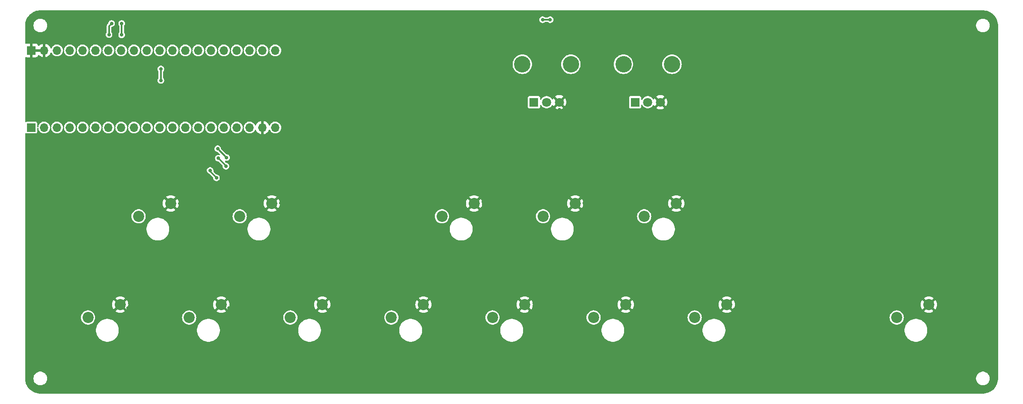
<source format=gbr>
%TF.GenerationSoftware,KiCad,Pcbnew,8.0.4*%
%TF.CreationDate,2025-06-19T21:58:06-05:00*%
%TF.ProjectId,pcb,7063622e-6b69-4636-9164-5f7063625858,01*%
%TF.SameCoordinates,Original*%
%TF.FileFunction,Copper,L2,Bot*%
%TF.FilePolarity,Positive*%
%FSLAX46Y46*%
G04 Gerber Fmt 4.6, Leading zero omitted, Abs format (unit mm)*
G04 Created by KiCad (PCBNEW 8.0.4) date 2025-06-19 21:58:06*
%MOMM*%
%LPD*%
G01*
G04 APERTURE LIST*
%TA.AperFunction,ComponentPad*%
%ADD10C,2.200000*%
%TD*%
%TA.AperFunction,ComponentPad*%
%ADD11C,3.240000*%
%TD*%
%TA.AperFunction,ComponentPad*%
%ADD12R,1.800000X1.800000*%
%TD*%
%TA.AperFunction,ComponentPad*%
%ADD13C,1.800000*%
%TD*%
%TA.AperFunction,ComponentPad*%
%ADD14R,1.700000X1.700000*%
%TD*%
%TA.AperFunction,ComponentPad*%
%ADD15O,1.700000X1.700000*%
%TD*%
%TA.AperFunction,ViaPad*%
%ADD16C,0.700000*%
%TD*%
%TA.AperFunction,Conductor*%
%ADD17C,0.300000*%
%TD*%
G04 APERTURE END LIST*
D10*
%TO.P,SW13,1,1*%
%TO.N,G*%
X242650000Y-118310000D03*
%TO.P,SW13,2,2*%
%TO.N,B8*%
X236300000Y-120850000D03*
%TD*%
%TO.P,SW12,1,1*%
%TO.N,G*%
X202700000Y-118310000D03*
%TO.P,SW12,2,2*%
%TO.N,B7*%
X196350000Y-120850000D03*
%TD*%
%TO.P,SW10,1,1*%
%TO.N,G*%
X182700000Y-118310000D03*
%TO.P,SW10,2,2*%
%TO.N,B5*%
X176350000Y-120850000D03*
%TD*%
%TO.P,SW8,1,1*%
%TO.N,G*%
X162700000Y-118310000D03*
%TO.P,SW8,2,2*%
%TO.N,B3*%
X156350000Y-120850000D03*
%TD*%
%TO.P,SW6,1,1*%
%TO.N,G*%
X142700000Y-118310000D03*
%TO.P,SW6,2,2*%
%TO.N,A7*%
X136350000Y-120850000D03*
%TD*%
%TO.P,SW5,1,1*%
%TO.N,G*%
X122700000Y-118310000D03*
%TO.P,SW5,2,2*%
%TO.N,A6*%
X116350000Y-120850000D03*
%TD*%
%TO.P,SW3,1,1*%
%TO.N,G*%
X102700000Y-118310000D03*
%TO.P,SW3,2,2*%
%TO.N,A4*%
X96350000Y-120850000D03*
%TD*%
%TO.P,SW1,1,1*%
%TO.N,G*%
X82700000Y-118310000D03*
%TO.P,SW1,2,2*%
%TO.N,A2*%
X76350000Y-120850000D03*
%TD*%
%TO.P,SW11,1,1*%
%TO.N,G*%
X192700000Y-98310000D03*
%TO.P,SW11,2,2*%
%TO.N,B6*%
X186350000Y-100850000D03*
%TD*%
%TO.P,SW9,1,1*%
%TO.N,G*%
X172700000Y-98310000D03*
%TO.P,SW9,2,2*%
%TO.N,B4*%
X166350000Y-100850000D03*
%TD*%
%TO.P,SW7,1,1*%
%TO.N,G*%
X152700000Y-98310000D03*
%TO.P,SW7,2,2*%
%TO.N,A15*%
X146350000Y-100850000D03*
%TD*%
%TO.P,SW4,1,1*%
%TO.N,G*%
X112700000Y-98310000D03*
%TO.P,SW4,2,2*%
%TO.N,A5*%
X106350000Y-100850000D03*
%TD*%
%TO.P,SW2,1,1*%
%TO.N,G*%
X92700000Y-98310000D03*
%TO.P,SW2,2,2*%
%TO.N,A3*%
X86350000Y-100850000D03*
%TD*%
D11*
%TO.P,J4,*%
%TO.N,*%
X182250000Y-70810000D03*
X191850000Y-70810000D03*
D12*
%TO.P,J4,1,Pin_1*%
%TO.N,5V*%
X184550000Y-78310000D03*
D13*
%TO.P,J4,2,Pin_2*%
%TO.N,B0*%
X187050000Y-78310000D03*
%TO.P,J4,3,Pin_3*%
%TO.N,G*%
X189550000Y-78310000D03*
%TD*%
D11*
%TO.P,J3,*%
%TO.N,*%
X162250000Y-70810000D03*
X171850000Y-70810000D03*
D12*
%TO.P,J3,1,Pin_1*%
%TO.N,5V*%
X164550000Y-78310000D03*
D13*
%TO.P,J3,2,Pin_2*%
%TO.N,B1*%
X167050000Y-78310000D03*
%TO.P,J3,3,Pin_3*%
%TO.N,G*%
X169550000Y-78310000D03*
%TD*%
D14*
%TO.P,J1,1,Pin_1*%
%TO.N,B12*%
X65125000Y-83310000D03*
D15*
%TO.P,J1,2,Pin_2*%
%TO.N,B13*%
X67665000Y-83310000D03*
%TO.P,J1,3,Pin_3*%
%TO.N,B14*%
X70205000Y-83310000D03*
%TO.P,J1,4,Pin_4*%
%TO.N,B15*%
X72745000Y-83310000D03*
%TO.P,J1,5,Pin_5*%
%TO.N,A8*%
X75285000Y-83310000D03*
%TO.P,J1,6,Pin_6*%
%TO.N,A9*%
X77825000Y-83310000D03*
%TO.P,J1,7,Pin_7*%
%TO.N,A10*%
X80365000Y-83310000D03*
%TO.P,J1,8,Pin_8*%
%TO.N,A11*%
X82905000Y-83310000D03*
%TO.P,J1,9,Pin_9*%
%TO.N,A12*%
X85445000Y-83310000D03*
%TO.P,J1,10,Pin_10*%
%TO.N,A15*%
X87985000Y-83310000D03*
%TO.P,J1,11,Pin_11*%
%TO.N,B3*%
X90525000Y-83310000D03*
%TO.P,J1,12,Pin_12*%
%TO.N,B4*%
X93065000Y-83310000D03*
%TO.P,J1,13,Pin_13*%
%TO.N,B5*%
X95605000Y-83310000D03*
%TO.P,J1,14,Pin_14*%
%TO.N,B6*%
X98145000Y-83310000D03*
%TO.P,J1,15,Pin_15*%
%TO.N,B7*%
X100685000Y-83310000D03*
%TO.P,J1,16,Pin_16*%
%TO.N,B8*%
X103225000Y-83310000D03*
%TO.P,J1,17,Pin_17*%
%TO.N,B9*%
X105765000Y-83310000D03*
%TO.P,J1,18,Pin_18*%
%TO.N,5V*%
X108305000Y-83310000D03*
%TO.P,J1,19,Pin_19*%
%TO.N,G*%
X110845000Y-83310000D03*
%TO.P,J1,20,Pin_20*%
%TO.N,unconnected-(J1-Pin_20-Pad20)*%
X113385000Y-83310000D03*
%TD*%
%TO.P,J2,20,Pin_20*%
%TO.N,VB*%
X113385000Y-68070000D03*
%TO.P,J2,19,Pin_19*%
%TO.N,C13*%
X110845000Y-68070000D03*
%TO.P,J2,18,Pin_18*%
%TO.N,C14*%
X108305000Y-68070000D03*
%TO.P,J2,17,Pin_17*%
%TO.N,C15*%
X105765000Y-68070000D03*
%TO.P,J2,16,Pin_16*%
%TO.N,A0*%
X103225000Y-68070000D03*
%TO.P,J2,15,Pin_15*%
%TO.N,A1*%
X100685000Y-68070000D03*
%TO.P,J2,14,Pin_14*%
%TO.N,A2*%
X98145000Y-68070000D03*
%TO.P,J2,13,Pin_13*%
%TO.N,A3*%
X95605000Y-68070000D03*
%TO.P,J2,12,Pin_12*%
%TO.N,A4*%
X93065000Y-68070000D03*
%TO.P,J2,11,Pin_11*%
%TO.N,A5*%
X90525000Y-68070000D03*
%TO.P,J2,10,Pin_10*%
%TO.N,A6*%
X87985000Y-68070000D03*
%TO.P,J2,9,Pin_9*%
%TO.N,A7*%
X85445000Y-68070000D03*
%TO.P,J2,8,Pin_8*%
%TO.N,B0*%
X82905000Y-68070000D03*
%TO.P,J2,7,Pin_7*%
%TO.N,B1*%
X80365000Y-68070000D03*
%TO.P,J2,6,Pin_6*%
%TO.N,B10*%
X77825000Y-68070000D03*
%TO.P,J2,5,Pin_5*%
%TO.N,B11*%
X75285000Y-68070000D03*
%TO.P,J2,4,Pin_4*%
%TO.N,R*%
X72745000Y-68070000D03*
%TO.P,J2,3,Pin_3*%
%TO.N,unconnected-(J2-Pin_3-Pad3)*%
X70205000Y-68070000D03*
%TO.P,J2,2,Pin_2*%
%TO.N,G*%
X67665000Y-68070000D03*
D14*
%TO.P,J2,1,Pin_1*%
X65125000Y-68070000D03*
%TD*%
D16*
%TO.N,B0*%
X167750000Y-62000000D03*
X166250000Y-62000000D03*
%TO.N,B3*%
X101750000Y-93250000D03*
X100500000Y-91800000D03*
%TO.N,B5*%
X103625000Y-90950000D03*
X102125000Y-89375000D03*
%TO.N,B7*%
X103750000Y-89250000D03*
X102000000Y-87500000D03*
%TO.N,G*%
X154500000Y-98000000D03*
X174500000Y-98250000D03*
X194000000Y-99500000D03*
X243750000Y-119750000D03*
X204250000Y-119250000D03*
X184000000Y-119500000D03*
X163750000Y-119750000D03*
X144250000Y-119250000D03*
X124250000Y-119250000D03*
X104250000Y-119000000D03*
X84250000Y-119000000D03*
X114500000Y-98250000D03*
X94500000Y-98310000D03*
X189550000Y-80000000D03*
X169550000Y-79800000D03*
X67665000Y-70000000D03*
X65125000Y-69750000D03*
X110845000Y-85250000D03*
%TO.N,A5*%
X90750000Y-71750000D03*
X90750000Y-74000000D03*
%TO.N,B0*%
X83000000Y-62750000D03*
X83000000Y-65000000D03*
%TO.N,B1*%
X81000000Y-62750000D03*
X80500000Y-64950000D03*
%TD*%
D17*
%TO.N,B3*%
X100500000Y-92000000D02*
X100500000Y-91800000D01*
X101750000Y-93250000D02*
X100500000Y-92000000D01*
%TO.N,B7*%
X102000000Y-87500000D02*
X103750000Y-89250000D01*
%TO.N,B5*%
X103625000Y-90875000D02*
X103625000Y-90950000D01*
X102125000Y-89375000D02*
X103625000Y-90875000D01*
%TO.N,B0*%
X166250000Y-62000000D02*
X167750000Y-62000000D01*
%TO.N,A5*%
X90750000Y-71750000D02*
X90750000Y-74000000D01*
%TO.N,B0*%
X83000000Y-65000000D02*
X83000000Y-62750000D01*
%TO.N,B1*%
X80500000Y-63250000D02*
X81000000Y-62750000D01*
X80500000Y-64950000D02*
X80500000Y-63250000D01*
%TD*%
%TA.AperFunction,Conductor*%
%TO.N,G*%
G36*
X253350855Y-60150011D02*
G01*
X253512269Y-60152274D01*
X253524390Y-60153041D01*
X253828553Y-60187312D01*
X253845992Y-60189277D01*
X253859700Y-60191606D01*
X254174366Y-60263426D01*
X254187725Y-60267273D01*
X254492392Y-60373881D01*
X254505228Y-60379199D01*
X254796025Y-60519239D01*
X254808195Y-60525965D01*
X255081486Y-60697685D01*
X255092827Y-60705732D01*
X255345173Y-60906971D01*
X255355541Y-60916237D01*
X255583762Y-61144458D01*
X255593028Y-61154826D01*
X255794267Y-61407172D01*
X255802314Y-61418513D01*
X255974034Y-61691804D01*
X255980760Y-61703974D01*
X256120798Y-61994766D01*
X256126120Y-62007613D01*
X256232724Y-62312270D01*
X256236573Y-62325633D01*
X256308393Y-62640299D01*
X256310722Y-62654007D01*
X256346957Y-62975597D01*
X256347725Y-62987743D01*
X256349988Y-63149144D01*
X256350000Y-63150882D01*
X256350000Y-132899117D01*
X256349988Y-132900855D01*
X256347725Y-133062256D01*
X256346957Y-133074402D01*
X256310722Y-133395992D01*
X256308393Y-133409700D01*
X256236573Y-133724366D01*
X256232724Y-133737729D01*
X256126120Y-134042386D01*
X256120798Y-134055233D01*
X255980760Y-134346025D01*
X255974034Y-134358195D01*
X255802314Y-134631486D01*
X255794267Y-134642827D01*
X255593028Y-134895173D01*
X255583762Y-134905541D01*
X255355541Y-135133762D01*
X255345173Y-135143028D01*
X255092827Y-135344267D01*
X255081486Y-135352314D01*
X254808195Y-135524034D01*
X254796025Y-135530760D01*
X254505233Y-135670798D01*
X254492386Y-135676120D01*
X254187729Y-135782724D01*
X254174366Y-135786573D01*
X253859700Y-135858393D01*
X253845992Y-135860722D01*
X253524402Y-135896957D01*
X253512256Y-135897725D01*
X253350856Y-135899988D01*
X253349118Y-135900000D01*
X66900882Y-135900000D01*
X66899144Y-135899988D01*
X66737743Y-135897725D01*
X66725597Y-135896957D01*
X66404007Y-135860722D01*
X66390299Y-135858393D01*
X66075633Y-135786573D01*
X66062270Y-135782724D01*
X65757613Y-135676120D01*
X65744766Y-135670798D01*
X65453974Y-135530760D01*
X65441804Y-135524034D01*
X65168513Y-135352314D01*
X65157172Y-135344267D01*
X64904826Y-135143028D01*
X64894458Y-135133762D01*
X64666237Y-134905541D01*
X64656971Y-134895173D01*
X64455732Y-134642827D01*
X64447685Y-134631486D01*
X64275965Y-134358195D01*
X64269239Y-134346025D01*
X64223237Y-134250500D01*
X64129199Y-134055228D01*
X64123879Y-134042386D01*
X64031991Y-133779786D01*
X64017273Y-133737725D01*
X64013426Y-133724366D01*
X63941606Y-133409700D01*
X63939277Y-133395992D01*
X63937312Y-133378553D01*
X63903041Y-133074390D01*
X63902274Y-133062269D01*
X63900012Y-132900855D01*
X63900000Y-132899117D01*
X63900000Y-132793713D01*
X65549500Y-132793713D01*
X65549500Y-133006287D01*
X65582754Y-133216243D01*
X65645612Y-133409700D01*
X65648444Y-133418414D01*
X65744951Y-133607820D01*
X65869890Y-133779786D01*
X66020213Y-133930109D01*
X66192179Y-134055048D01*
X66192181Y-134055049D01*
X66192184Y-134055051D01*
X66381588Y-134151557D01*
X66583757Y-134217246D01*
X66793713Y-134250500D01*
X66793714Y-134250500D01*
X67006286Y-134250500D01*
X67006287Y-134250500D01*
X67216243Y-134217246D01*
X67418412Y-134151557D01*
X67607816Y-134055051D01*
X67629789Y-134039086D01*
X67779786Y-133930109D01*
X67779788Y-133930106D01*
X67779792Y-133930104D01*
X67930104Y-133779792D01*
X67930106Y-133779788D01*
X67930109Y-133779786D01*
X68055048Y-133607820D01*
X68055047Y-133607820D01*
X68055051Y-133607816D01*
X68151557Y-133418412D01*
X68217246Y-133216243D01*
X68250500Y-133006287D01*
X68250500Y-132793713D01*
X251999500Y-132793713D01*
X251999500Y-133006287D01*
X252032754Y-133216243D01*
X252095612Y-133409700D01*
X252098444Y-133418414D01*
X252194951Y-133607820D01*
X252319890Y-133779786D01*
X252470213Y-133930109D01*
X252642179Y-134055048D01*
X252642181Y-134055049D01*
X252642184Y-134055051D01*
X252831588Y-134151557D01*
X253033757Y-134217246D01*
X253243713Y-134250500D01*
X253243714Y-134250500D01*
X253456286Y-134250500D01*
X253456287Y-134250500D01*
X253666243Y-134217246D01*
X253868412Y-134151557D01*
X254057816Y-134055051D01*
X254079789Y-134039086D01*
X254229786Y-133930109D01*
X254229788Y-133930106D01*
X254229792Y-133930104D01*
X254380104Y-133779792D01*
X254380106Y-133779788D01*
X254380109Y-133779786D01*
X254505048Y-133607820D01*
X254505047Y-133607820D01*
X254505051Y-133607816D01*
X254601557Y-133418412D01*
X254667246Y-133216243D01*
X254700500Y-133006287D01*
X254700500Y-132793713D01*
X254667246Y-132583757D01*
X254601557Y-132381588D01*
X254505051Y-132192184D01*
X254505049Y-132192181D01*
X254505048Y-132192179D01*
X254380109Y-132020213D01*
X254229786Y-131869890D01*
X254057820Y-131744951D01*
X253868414Y-131648444D01*
X253868413Y-131648443D01*
X253868412Y-131648443D01*
X253666243Y-131582754D01*
X253666241Y-131582753D01*
X253666240Y-131582753D01*
X253504957Y-131557208D01*
X253456287Y-131549500D01*
X253243713Y-131549500D01*
X253195042Y-131557208D01*
X253033760Y-131582753D01*
X252831585Y-131648444D01*
X252642179Y-131744951D01*
X252470213Y-131869890D01*
X252319890Y-132020213D01*
X252194951Y-132192179D01*
X252098444Y-132381585D01*
X252032753Y-132583760D01*
X251999500Y-132793713D01*
X68250500Y-132793713D01*
X68217246Y-132583757D01*
X68151557Y-132381588D01*
X68055051Y-132192184D01*
X68055049Y-132192181D01*
X68055048Y-132192179D01*
X67930109Y-132020213D01*
X67779786Y-131869890D01*
X67607820Y-131744951D01*
X67418414Y-131648444D01*
X67418413Y-131648443D01*
X67418412Y-131648443D01*
X67216243Y-131582754D01*
X67216241Y-131582753D01*
X67216240Y-131582753D01*
X67054957Y-131557208D01*
X67006287Y-131549500D01*
X66793713Y-131549500D01*
X66745042Y-131557208D01*
X66583760Y-131582753D01*
X66381585Y-131648444D01*
X66192179Y-131744951D01*
X66020213Y-131869890D01*
X65869890Y-132020213D01*
X65744951Y-132192179D01*
X65648444Y-132381585D01*
X65582753Y-132583760D01*
X65549500Y-132793713D01*
X63900000Y-132793713D01*
X63900000Y-123242486D01*
X77909500Y-123242486D01*
X77909500Y-123537513D01*
X77941571Y-123781113D01*
X77948007Y-123829993D01*
X77948008Y-123829995D01*
X78024361Y-124114951D01*
X78024364Y-124114961D01*
X78137254Y-124387500D01*
X78137258Y-124387510D01*
X78284761Y-124642993D01*
X78464352Y-124877040D01*
X78464358Y-124877047D01*
X78672952Y-125085641D01*
X78672959Y-125085647D01*
X78907006Y-125265238D01*
X79162489Y-125412741D01*
X79162490Y-125412741D01*
X79162493Y-125412743D01*
X79435048Y-125525639D01*
X79720007Y-125601993D01*
X80012494Y-125640500D01*
X80012501Y-125640500D01*
X80307499Y-125640500D01*
X80307506Y-125640500D01*
X80599993Y-125601993D01*
X80884952Y-125525639D01*
X81157507Y-125412743D01*
X81412994Y-125265238D01*
X81647042Y-125085646D01*
X81855646Y-124877042D01*
X82035238Y-124642994D01*
X82182743Y-124387507D01*
X82295639Y-124114952D01*
X82371993Y-123829993D01*
X82410500Y-123537506D01*
X82410500Y-123242494D01*
X82410499Y-123242486D01*
X97909500Y-123242486D01*
X97909500Y-123537513D01*
X97941571Y-123781113D01*
X97948007Y-123829993D01*
X97948008Y-123829995D01*
X98024361Y-124114951D01*
X98024364Y-124114961D01*
X98137254Y-124387500D01*
X98137258Y-124387510D01*
X98284761Y-124642993D01*
X98464352Y-124877040D01*
X98464358Y-124877047D01*
X98672952Y-125085641D01*
X98672959Y-125085647D01*
X98907006Y-125265238D01*
X99162489Y-125412741D01*
X99162490Y-125412741D01*
X99162493Y-125412743D01*
X99435048Y-125525639D01*
X99720007Y-125601993D01*
X100012494Y-125640500D01*
X100012501Y-125640500D01*
X100307499Y-125640500D01*
X100307506Y-125640500D01*
X100599993Y-125601993D01*
X100884952Y-125525639D01*
X101157507Y-125412743D01*
X101412994Y-125265238D01*
X101647042Y-125085646D01*
X101855646Y-124877042D01*
X102035238Y-124642994D01*
X102182743Y-124387507D01*
X102295639Y-124114952D01*
X102371993Y-123829993D01*
X102410500Y-123537506D01*
X102410500Y-123242494D01*
X102410499Y-123242486D01*
X117909500Y-123242486D01*
X117909500Y-123537513D01*
X117941571Y-123781113D01*
X117948007Y-123829993D01*
X117948008Y-123829995D01*
X118024361Y-124114951D01*
X118024364Y-124114961D01*
X118137254Y-124387500D01*
X118137258Y-124387510D01*
X118284761Y-124642993D01*
X118464352Y-124877040D01*
X118464358Y-124877047D01*
X118672952Y-125085641D01*
X118672959Y-125085647D01*
X118907006Y-125265238D01*
X119162489Y-125412741D01*
X119162490Y-125412741D01*
X119162493Y-125412743D01*
X119435048Y-125525639D01*
X119720007Y-125601993D01*
X120012494Y-125640500D01*
X120012501Y-125640500D01*
X120307499Y-125640500D01*
X120307506Y-125640500D01*
X120599993Y-125601993D01*
X120884952Y-125525639D01*
X121157507Y-125412743D01*
X121412994Y-125265238D01*
X121647042Y-125085646D01*
X121855646Y-124877042D01*
X122035238Y-124642994D01*
X122182743Y-124387507D01*
X122295639Y-124114952D01*
X122371993Y-123829993D01*
X122410500Y-123537506D01*
X122410500Y-123242494D01*
X122410499Y-123242486D01*
X137909500Y-123242486D01*
X137909500Y-123537513D01*
X137941571Y-123781113D01*
X137948007Y-123829993D01*
X137948008Y-123829995D01*
X138024361Y-124114951D01*
X138024364Y-124114961D01*
X138137254Y-124387500D01*
X138137258Y-124387510D01*
X138284761Y-124642993D01*
X138464352Y-124877040D01*
X138464358Y-124877047D01*
X138672952Y-125085641D01*
X138672959Y-125085647D01*
X138907006Y-125265238D01*
X139162489Y-125412741D01*
X139162490Y-125412741D01*
X139162493Y-125412743D01*
X139435048Y-125525639D01*
X139720007Y-125601993D01*
X140012494Y-125640500D01*
X140012501Y-125640500D01*
X140307499Y-125640500D01*
X140307506Y-125640500D01*
X140599993Y-125601993D01*
X140884952Y-125525639D01*
X141157507Y-125412743D01*
X141412994Y-125265238D01*
X141647042Y-125085646D01*
X141855646Y-124877042D01*
X142035238Y-124642994D01*
X142182743Y-124387507D01*
X142295639Y-124114952D01*
X142371993Y-123829993D01*
X142410500Y-123537506D01*
X142410500Y-123242494D01*
X142410499Y-123242486D01*
X157909500Y-123242486D01*
X157909500Y-123537513D01*
X157941571Y-123781113D01*
X157948007Y-123829993D01*
X157948008Y-123829995D01*
X158024361Y-124114951D01*
X158024364Y-124114961D01*
X158137254Y-124387500D01*
X158137258Y-124387510D01*
X158284761Y-124642993D01*
X158464352Y-124877040D01*
X158464358Y-124877047D01*
X158672952Y-125085641D01*
X158672959Y-125085647D01*
X158907006Y-125265238D01*
X159162489Y-125412741D01*
X159162490Y-125412741D01*
X159162493Y-125412743D01*
X159435048Y-125525639D01*
X159720007Y-125601993D01*
X160012494Y-125640500D01*
X160012501Y-125640500D01*
X160307499Y-125640500D01*
X160307506Y-125640500D01*
X160599993Y-125601993D01*
X160884952Y-125525639D01*
X161157507Y-125412743D01*
X161412994Y-125265238D01*
X161647042Y-125085646D01*
X161855646Y-124877042D01*
X162035238Y-124642994D01*
X162182743Y-124387507D01*
X162295639Y-124114952D01*
X162371993Y-123829993D01*
X162410500Y-123537506D01*
X162410500Y-123242494D01*
X162410499Y-123242486D01*
X177909500Y-123242486D01*
X177909500Y-123537513D01*
X177941571Y-123781113D01*
X177948007Y-123829993D01*
X177948008Y-123829995D01*
X178024361Y-124114951D01*
X178024364Y-124114961D01*
X178137254Y-124387500D01*
X178137258Y-124387510D01*
X178284761Y-124642993D01*
X178464352Y-124877040D01*
X178464358Y-124877047D01*
X178672952Y-125085641D01*
X178672959Y-125085647D01*
X178907006Y-125265238D01*
X179162489Y-125412741D01*
X179162490Y-125412741D01*
X179162493Y-125412743D01*
X179435048Y-125525639D01*
X179720007Y-125601993D01*
X180012494Y-125640500D01*
X180012501Y-125640500D01*
X180307499Y-125640500D01*
X180307506Y-125640500D01*
X180599993Y-125601993D01*
X180884952Y-125525639D01*
X181157507Y-125412743D01*
X181412994Y-125265238D01*
X181647042Y-125085646D01*
X181855646Y-124877042D01*
X182035238Y-124642994D01*
X182182743Y-124387507D01*
X182295639Y-124114952D01*
X182371993Y-123829993D01*
X182410500Y-123537506D01*
X182410500Y-123242494D01*
X182410499Y-123242486D01*
X197909500Y-123242486D01*
X197909500Y-123537513D01*
X197941571Y-123781113D01*
X197948007Y-123829993D01*
X197948008Y-123829995D01*
X198024361Y-124114951D01*
X198024364Y-124114961D01*
X198137254Y-124387500D01*
X198137258Y-124387510D01*
X198284761Y-124642993D01*
X198464352Y-124877040D01*
X198464358Y-124877047D01*
X198672952Y-125085641D01*
X198672959Y-125085647D01*
X198907006Y-125265238D01*
X199162489Y-125412741D01*
X199162490Y-125412741D01*
X199162493Y-125412743D01*
X199435048Y-125525639D01*
X199720007Y-125601993D01*
X200012494Y-125640500D01*
X200012501Y-125640500D01*
X200307499Y-125640500D01*
X200307506Y-125640500D01*
X200599993Y-125601993D01*
X200884952Y-125525639D01*
X201157507Y-125412743D01*
X201412994Y-125265238D01*
X201647042Y-125085646D01*
X201855646Y-124877042D01*
X202035238Y-124642994D01*
X202182743Y-124387507D01*
X202295639Y-124114952D01*
X202371993Y-123829993D01*
X202410500Y-123537506D01*
X202410500Y-123242494D01*
X202410499Y-123242486D01*
X237859500Y-123242486D01*
X237859500Y-123537513D01*
X237891571Y-123781113D01*
X237898007Y-123829993D01*
X237898008Y-123829995D01*
X237974361Y-124114951D01*
X237974364Y-124114961D01*
X238087254Y-124387500D01*
X238087258Y-124387510D01*
X238234761Y-124642993D01*
X238414352Y-124877040D01*
X238414358Y-124877047D01*
X238622952Y-125085641D01*
X238622959Y-125085647D01*
X238857006Y-125265238D01*
X239112489Y-125412741D01*
X239112490Y-125412741D01*
X239112493Y-125412743D01*
X239385048Y-125525639D01*
X239670007Y-125601993D01*
X239962494Y-125640500D01*
X239962501Y-125640500D01*
X240257499Y-125640500D01*
X240257506Y-125640500D01*
X240549993Y-125601993D01*
X240834952Y-125525639D01*
X241107507Y-125412743D01*
X241362994Y-125265238D01*
X241597042Y-125085646D01*
X241805646Y-124877042D01*
X241985238Y-124642994D01*
X242132743Y-124387507D01*
X242245639Y-124114952D01*
X242321993Y-123829993D01*
X242360500Y-123537506D01*
X242360500Y-123242494D01*
X242321993Y-122950007D01*
X242245639Y-122665048D01*
X242132743Y-122392493D01*
X241985238Y-122137006D01*
X241985184Y-122136935D01*
X241805647Y-121902959D01*
X241805641Y-121902952D01*
X241597047Y-121694358D01*
X241597040Y-121694352D01*
X241362993Y-121514761D01*
X241107510Y-121367258D01*
X241107500Y-121367254D01*
X240834961Y-121254364D01*
X240834954Y-121254362D01*
X240834952Y-121254361D01*
X240549993Y-121178007D01*
X240501113Y-121171571D01*
X240257513Y-121139500D01*
X240257506Y-121139500D01*
X239962494Y-121139500D01*
X239962486Y-121139500D01*
X239684085Y-121176153D01*
X239670007Y-121178007D01*
X239385048Y-121254361D01*
X239385038Y-121254364D01*
X239112499Y-121367254D01*
X239112489Y-121367258D01*
X238857006Y-121514761D01*
X238622959Y-121694352D01*
X238622952Y-121694358D01*
X238414358Y-121902952D01*
X238414352Y-121902959D01*
X238234761Y-122137006D01*
X238087258Y-122392489D01*
X238087254Y-122392499D01*
X237974364Y-122665038D01*
X237974361Y-122665048D01*
X237898008Y-122950004D01*
X237898006Y-122950015D01*
X237859500Y-123242486D01*
X202410499Y-123242486D01*
X202371993Y-122950007D01*
X202295639Y-122665048D01*
X202182743Y-122392493D01*
X202035238Y-122137006D01*
X202035184Y-122136935D01*
X201855647Y-121902959D01*
X201855641Y-121902952D01*
X201647047Y-121694358D01*
X201647040Y-121694352D01*
X201412993Y-121514761D01*
X201157510Y-121367258D01*
X201157500Y-121367254D01*
X200884961Y-121254364D01*
X200884954Y-121254362D01*
X200884952Y-121254361D01*
X200599993Y-121178007D01*
X200551113Y-121171571D01*
X200307513Y-121139500D01*
X200307506Y-121139500D01*
X200012494Y-121139500D01*
X200012486Y-121139500D01*
X199734085Y-121176153D01*
X199720007Y-121178007D01*
X199435048Y-121254361D01*
X199435038Y-121254364D01*
X199162499Y-121367254D01*
X199162489Y-121367258D01*
X198907006Y-121514761D01*
X198672959Y-121694352D01*
X198672952Y-121694358D01*
X198464358Y-121902952D01*
X198464352Y-121902959D01*
X198284761Y-122137006D01*
X198137258Y-122392489D01*
X198137254Y-122392499D01*
X198024364Y-122665038D01*
X198024361Y-122665048D01*
X197948008Y-122950004D01*
X197948006Y-122950015D01*
X197909500Y-123242486D01*
X182410499Y-123242486D01*
X182371993Y-122950007D01*
X182295639Y-122665048D01*
X182182743Y-122392493D01*
X182035238Y-122137006D01*
X182035184Y-122136935D01*
X181855647Y-121902959D01*
X181855641Y-121902952D01*
X181647047Y-121694358D01*
X181647040Y-121694352D01*
X181412993Y-121514761D01*
X181157510Y-121367258D01*
X181157500Y-121367254D01*
X180884961Y-121254364D01*
X180884954Y-121254362D01*
X180884952Y-121254361D01*
X180599993Y-121178007D01*
X180551113Y-121171571D01*
X180307513Y-121139500D01*
X180307506Y-121139500D01*
X180012494Y-121139500D01*
X180012486Y-121139500D01*
X179734085Y-121176153D01*
X179720007Y-121178007D01*
X179435048Y-121254361D01*
X179435038Y-121254364D01*
X179162499Y-121367254D01*
X179162489Y-121367258D01*
X178907006Y-121514761D01*
X178672959Y-121694352D01*
X178672952Y-121694358D01*
X178464358Y-121902952D01*
X178464352Y-121902959D01*
X178284761Y-122137006D01*
X178137258Y-122392489D01*
X178137254Y-122392499D01*
X178024364Y-122665038D01*
X178024361Y-122665048D01*
X177948008Y-122950004D01*
X177948006Y-122950015D01*
X177909500Y-123242486D01*
X162410499Y-123242486D01*
X162371993Y-122950007D01*
X162295639Y-122665048D01*
X162182743Y-122392493D01*
X162035238Y-122137006D01*
X162035184Y-122136935D01*
X161855647Y-121902959D01*
X161855641Y-121902952D01*
X161647047Y-121694358D01*
X161647040Y-121694352D01*
X161412993Y-121514761D01*
X161157510Y-121367258D01*
X161157500Y-121367254D01*
X160884961Y-121254364D01*
X160884954Y-121254362D01*
X160884952Y-121254361D01*
X160599993Y-121178007D01*
X160551113Y-121171571D01*
X160307513Y-121139500D01*
X160307506Y-121139500D01*
X160012494Y-121139500D01*
X160012486Y-121139500D01*
X159734085Y-121176153D01*
X159720007Y-121178007D01*
X159435048Y-121254361D01*
X159435038Y-121254364D01*
X159162499Y-121367254D01*
X159162489Y-121367258D01*
X158907006Y-121514761D01*
X158672959Y-121694352D01*
X158672952Y-121694358D01*
X158464358Y-121902952D01*
X158464352Y-121902959D01*
X158284761Y-122137006D01*
X158137258Y-122392489D01*
X158137254Y-122392499D01*
X158024364Y-122665038D01*
X158024361Y-122665048D01*
X157948008Y-122950004D01*
X157948006Y-122950015D01*
X157909500Y-123242486D01*
X142410499Y-123242486D01*
X142371993Y-122950007D01*
X142295639Y-122665048D01*
X142182743Y-122392493D01*
X142035238Y-122137006D01*
X142035184Y-122136935D01*
X141855647Y-121902959D01*
X141855641Y-121902952D01*
X141647047Y-121694358D01*
X141647040Y-121694352D01*
X141412993Y-121514761D01*
X141157510Y-121367258D01*
X141157500Y-121367254D01*
X140884961Y-121254364D01*
X140884954Y-121254362D01*
X140884952Y-121254361D01*
X140599993Y-121178007D01*
X140551113Y-121171571D01*
X140307513Y-121139500D01*
X140307506Y-121139500D01*
X140012494Y-121139500D01*
X140012486Y-121139500D01*
X139734085Y-121176153D01*
X139720007Y-121178007D01*
X139435048Y-121254361D01*
X139435038Y-121254364D01*
X139162499Y-121367254D01*
X139162489Y-121367258D01*
X138907006Y-121514761D01*
X138672959Y-121694352D01*
X138672952Y-121694358D01*
X138464358Y-121902952D01*
X138464352Y-121902959D01*
X138284761Y-122137006D01*
X138137258Y-122392489D01*
X138137254Y-122392499D01*
X138024364Y-122665038D01*
X138024361Y-122665048D01*
X137948008Y-122950004D01*
X137948006Y-122950015D01*
X137909500Y-123242486D01*
X122410499Y-123242486D01*
X122371993Y-122950007D01*
X122295639Y-122665048D01*
X122182743Y-122392493D01*
X122035238Y-122137006D01*
X122035184Y-122136935D01*
X121855647Y-121902959D01*
X121855641Y-121902952D01*
X121647047Y-121694358D01*
X121647040Y-121694352D01*
X121412993Y-121514761D01*
X121157510Y-121367258D01*
X121157500Y-121367254D01*
X120884961Y-121254364D01*
X120884954Y-121254362D01*
X120884952Y-121254361D01*
X120599993Y-121178007D01*
X120551113Y-121171571D01*
X120307513Y-121139500D01*
X120307506Y-121139500D01*
X120012494Y-121139500D01*
X120012486Y-121139500D01*
X119734085Y-121176153D01*
X119720007Y-121178007D01*
X119435048Y-121254361D01*
X119435038Y-121254364D01*
X119162499Y-121367254D01*
X119162489Y-121367258D01*
X118907006Y-121514761D01*
X118672959Y-121694352D01*
X118672952Y-121694358D01*
X118464358Y-121902952D01*
X118464352Y-121902959D01*
X118284761Y-122137006D01*
X118137258Y-122392489D01*
X118137254Y-122392499D01*
X118024364Y-122665038D01*
X118024361Y-122665048D01*
X117948008Y-122950004D01*
X117948006Y-122950015D01*
X117909500Y-123242486D01*
X102410499Y-123242486D01*
X102371993Y-122950007D01*
X102295639Y-122665048D01*
X102182743Y-122392493D01*
X102035238Y-122137006D01*
X102035184Y-122136935D01*
X101855647Y-121902959D01*
X101855641Y-121902952D01*
X101647047Y-121694358D01*
X101647040Y-121694352D01*
X101412993Y-121514761D01*
X101157510Y-121367258D01*
X101157500Y-121367254D01*
X100884961Y-121254364D01*
X100884954Y-121254362D01*
X100884952Y-121254361D01*
X100599993Y-121178007D01*
X100551113Y-121171571D01*
X100307513Y-121139500D01*
X100307506Y-121139500D01*
X100012494Y-121139500D01*
X100012486Y-121139500D01*
X99734085Y-121176153D01*
X99720007Y-121178007D01*
X99435048Y-121254361D01*
X99435038Y-121254364D01*
X99162499Y-121367254D01*
X99162489Y-121367258D01*
X98907006Y-121514761D01*
X98672959Y-121694352D01*
X98672952Y-121694358D01*
X98464358Y-121902952D01*
X98464352Y-121902959D01*
X98284761Y-122137006D01*
X98137258Y-122392489D01*
X98137254Y-122392499D01*
X98024364Y-122665038D01*
X98024361Y-122665048D01*
X97948008Y-122950004D01*
X97948006Y-122950015D01*
X97909500Y-123242486D01*
X82410499Y-123242486D01*
X82371993Y-122950007D01*
X82295639Y-122665048D01*
X82182743Y-122392493D01*
X82035238Y-122137006D01*
X82035184Y-122136935D01*
X81855647Y-121902959D01*
X81855641Y-121902952D01*
X81647047Y-121694358D01*
X81647040Y-121694352D01*
X81412993Y-121514761D01*
X81157510Y-121367258D01*
X81157500Y-121367254D01*
X80884961Y-121254364D01*
X80884954Y-121254362D01*
X80884952Y-121254361D01*
X80599993Y-121178007D01*
X80551113Y-121171571D01*
X80307513Y-121139500D01*
X80307506Y-121139500D01*
X80012494Y-121139500D01*
X80012486Y-121139500D01*
X79734085Y-121176153D01*
X79720007Y-121178007D01*
X79435048Y-121254361D01*
X79435038Y-121254364D01*
X79162499Y-121367254D01*
X79162489Y-121367258D01*
X78907006Y-121514761D01*
X78672959Y-121694352D01*
X78672952Y-121694358D01*
X78464358Y-121902952D01*
X78464352Y-121902959D01*
X78284761Y-122137006D01*
X78137258Y-122392489D01*
X78137254Y-122392499D01*
X78024364Y-122665038D01*
X78024361Y-122665048D01*
X77948008Y-122950004D01*
X77948006Y-122950015D01*
X77909500Y-123242486D01*
X63900000Y-123242486D01*
X63900000Y-120849993D01*
X74944700Y-120849993D01*
X74944700Y-120850006D01*
X74963864Y-121081297D01*
X74963866Y-121081308D01*
X75020842Y-121306300D01*
X75114075Y-121518848D01*
X75241016Y-121713147D01*
X75241019Y-121713151D01*
X75241021Y-121713153D01*
X75398216Y-121883913D01*
X75398219Y-121883915D01*
X75398222Y-121883918D01*
X75581365Y-122026464D01*
X75581371Y-122026468D01*
X75581374Y-122026470D01*
X75785497Y-122136936D01*
X75899487Y-122176068D01*
X76005015Y-122212297D01*
X76005017Y-122212297D01*
X76005019Y-122212298D01*
X76233951Y-122250500D01*
X76233952Y-122250500D01*
X76466048Y-122250500D01*
X76466049Y-122250500D01*
X76694981Y-122212298D01*
X76914503Y-122136936D01*
X77118626Y-122026470D01*
X77301784Y-121883913D01*
X77458979Y-121713153D01*
X77585924Y-121518849D01*
X77679157Y-121306300D01*
X77736134Y-121081305D01*
X77755300Y-120850000D01*
X77755300Y-120849993D01*
X94944700Y-120849993D01*
X94944700Y-120850006D01*
X94963864Y-121081297D01*
X94963866Y-121081308D01*
X95020842Y-121306300D01*
X95114075Y-121518848D01*
X95241016Y-121713147D01*
X95241019Y-121713151D01*
X95241021Y-121713153D01*
X95398216Y-121883913D01*
X95398219Y-121883915D01*
X95398222Y-121883918D01*
X95581365Y-122026464D01*
X95581371Y-122026468D01*
X95581374Y-122026470D01*
X95785497Y-122136936D01*
X95899487Y-122176068D01*
X96005015Y-122212297D01*
X96005017Y-122212297D01*
X96005019Y-122212298D01*
X96233951Y-122250500D01*
X96233952Y-122250500D01*
X96466048Y-122250500D01*
X96466049Y-122250500D01*
X96694981Y-122212298D01*
X96914503Y-122136936D01*
X97118626Y-122026470D01*
X97301784Y-121883913D01*
X97458979Y-121713153D01*
X97585924Y-121518849D01*
X97679157Y-121306300D01*
X97736134Y-121081305D01*
X97755300Y-120850000D01*
X97755300Y-120849993D01*
X114944700Y-120849993D01*
X114944700Y-120850006D01*
X114963864Y-121081297D01*
X114963866Y-121081308D01*
X115020842Y-121306300D01*
X115114075Y-121518848D01*
X115241016Y-121713147D01*
X115241019Y-121713151D01*
X115241021Y-121713153D01*
X115398216Y-121883913D01*
X115398219Y-121883915D01*
X115398222Y-121883918D01*
X115581365Y-122026464D01*
X115581371Y-122026468D01*
X115581374Y-122026470D01*
X115785497Y-122136936D01*
X115899487Y-122176068D01*
X116005015Y-122212297D01*
X116005017Y-122212297D01*
X116005019Y-122212298D01*
X116233951Y-122250500D01*
X116233952Y-122250500D01*
X116466048Y-122250500D01*
X116466049Y-122250500D01*
X116694981Y-122212298D01*
X116914503Y-122136936D01*
X117118626Y-122026470D01*
X117301784Y-121883913D01*
X117458979Y-121713153D01*
X117585924Y-121518849D01*
X117679157Y-121306300D01*
X117736134Y-121081305D01*
X117755300Y-120850000D01*
X117755300Y-120849993D01*
X134944700Y-120849993D01*
X134944700Y-120850006D01*
X134963864Y-121081297D01*
X134963866Y-121081308D01*
X135020842Y-121306300D01*
X135114075Y-121518848D01*
X135241016Y-121713147D01*
X135241019Y-121713151D01*
X135241021Y-121713153D01*
X135398216Y-121883913D01*
X135398219Y-121883915D01*
X135398222Y-121883918D01*
X135581365Y-122026464D01*
X135581371Y-122026468D01*
X135581374Y-122026470D01*
X135785497Y-122136936D01*
X135899487Y-122176068D01*
X136005015Y-122212297D01*
X136005017Y-122212297D01*
X136005019Y-122212298D01*
X136233951Y-122250500D01*
X136233952Y-122250500D01*
X136466048Y-122250500D01*
X136466049Y-122250500D01*
X136694981Y-122212298D01*
X136914503Y-122136936D01*
X137118626Y-122026470D01*
X137301784Y-121883913D01*
X137458979Y-121713153D01*
X137585924Y-121518849D01*
X137679157Y-121306300D01*
X137736134Y-121081305D01*
X137755300Y-120850000D01*
X137755300Y-120849993D01*
X154944700Y-120849993D01*
X154944700Y-120850006D01*
X154963864Y-121081297D01*
X154963866Y-121081308D01*
X155020842Y-121306300D01*
X155114075Y-121518848D01*
X155241016Y-121713147D01*
X155241019Y-121713151D01*
X155241021Y-121713153D01*
X155398216Y-121883913D01*
X155398219Y-121883915D01*
X155398222Y-121883918D01*
X155581365Y-122026464D01*
X155581371Y-122026468D01*
X155581374Y-122026470D01*
X155785497Y-122136936D01*
X155899487Y-122176068D01*
X156005015Y-122212297D01*
X156005017Y-122212297D01*
X156005019Y-122212298D01*
X156233951Y-122250500D01*
X156233952Y-122250500D01*
X156466048Y-122250500D01*
X156466049Y-122250500D01*
X156694981Y-122212298D01*
X156914503Y-122136936D01*
X157118626Y-122026470D01*
X157301784Y-121883913D01*
X157458979Y-121713153D01*
X157585924Y-121518849D01*
X157679157Y-121306300D01*
X157736134Y-121081305D01*
X157755300Y-120850000D01*
X157755300Y-120849993D01*
X174944700Y-120849993D01*
X174944700Y-120850006D01*
X174963864Y-121081297D01*
X174963866Y-121081308D01*
X175020842Y-121306300D01*
X175114075Y-121518848D01*
X175241016Y-121713147D01*
X175241019Y-121713151D01*
X175241021Y-121713153D01*
X175398216Y-121883913D01*
X175398219Y-121883915D01*
X175398222Y-121883918D01*
X175581365Y-122026464D01*
X175581371Y-122026468D01*
X175581374Y-122026470D01*
X175785497Y-122136936D01*
X175899487Y-122176068D01*
X176005015Y-122212297D01*
X176005017Y-122212297D01*
X176005019Y-122212298D01*
X176233951Y-122250500D01*
X176233952Y-122250500D01*
X176466048Y-122250500D01*
X176466049Y-122250500D01*
X176694981Y-122212298D01*
X176914503Y-122136936D01*
X177118626Y-122026470D01*
X177301784Y-121883913D01*
X177458979Y-121713153D01*
X177585924Y-121518849D01*
X177679157Y-121306300D01*
X177736134Y-121081305D01*
X177755300Y-120850000D01*
X177755300Y-120849993D01*
X194944700Y-120849993D01*
X194944700Y-120850006D01*
X194963864Y-121081297D01*
X194963866Y-121081308D01*
X195020842Y-121306300D01*
X195114075Y-121518848D01*
X195241016Y-121713147D01*
X195241019Y-121713151D01*
X195241021Y-121713153D01*
X195398216Y-121883913D01*
X195398219Y-121883915D01*
X195398222Y-121883918D01*
X195581365Y-122026464D01*
X195581371Y-122026468D01*
X195581374Y-122026470D01*
X195785497Y-122136936D01*
X195899487Y-122176068D01*
X196005015Y-122212297D01*
X196005017Y-122212297D01*
X196005019Y-122212298D01*
X196233951Y-122250500D01*
X196233952Y-122250500D01*
X196466048Y-122250500D01*
X196466049Y-122250500D01*
X196694981Y-122212298D01*
X196914503Y-122136936D01*
X197118626Y-122026470D01*
X197301784Y-121883913D01*
X197458979Y-121713153D01*
X197585924Y-121518849D01*
X197679157Y-121306300D01*
X197736134Y-121081305D01*
X197755300Y-120850000D01*
X197755300Y-120849993D01*
X234894700Y-120849993D01*
X234894700Y-120850006D01*
X234913864Y-121081297D01*
X234913866Y-121081308D01*
X234970842Y-121306300D01*
X235064075Y-121518848D01*
X235191016Y-121713147D01*
X235191019Y-121713151D01*
X235191021Y-121713153D01*
X235348216Y-121883913D01*
X235348219Y-121883915D01*
X235348222Y-121883918D01*
X235531365Y-122026464D01*
X235531371Y-122026468D01*
X235531374Y-122026470D01*
X235735497Y-122136936D01*
X235849487Y-122176068D01*
X235955015Y-122212297D01*
X235955017Y-122212297D01*
X235955019Y-122212298D01*
X236183951Y-122250500D01*
X236183952Y-122250500D01*
X236416048Y-122250500D01*
X236416049Y-122250500D01*
X236644981Y-122212298D01*
X236864503Y-122136936D01*
X237068626Y-122026470D01*
X237251784Y-121883913D01*
X237408979Y-121713153D01*
X237535924Y-121518849D01*
X237629157Y-121306300D01*
X237686134Y-121081305D01*
X237705300Y-120850000D01*
X237705300Y-120849993D01*
X237686135Y-120618702D01*
X237686133Y-120618691D01*
X237629157Y-120393699D01*
X237535924Y-120181151D01*
X237408983Y-119986852D01*
X237408980Y-119986849D01*
X237408979Y-119986847D01*
X237251784Y-119816087D01*
X237251779Y-119816083D01*
X237251777Y-119816081D01*
X237068634Y-119673535D01*
X237068628Y-119673531D01*
X236864504Y-119563064D01*
X236864495Y-119563061D01*
X236644984Y-119487702D01*
X236473282Y-119459050D01*
X236416049Y-119449500D01*
X236183951Y-119449500D01*
X236138164Y-119457140D01*
X235955015Y-119487702D01*
X235735504Y-119563061D01*
X235735495Y-119563064D01*
X235531371Y-119673531D01*
X235531365Y-119673535D01*
X235348222Y-119816081D01*
X235348219Y-119816084D01*
X235191016Y-119986852D01*
X235064075Y-120181151D01*
X234970842Y-120393699D01*
X234913866Y-120618691D01*
X234913864Y-120618702D01*
X234894700Y-120849993D01*
X197755300Y-120849993D01*
X197736135Y-120618702D01*
X197736133Y-120618691D01*
X197679157Y-120393699D01*
X197585924Y-120181151D01*
X197458983Y-119986852D01*
X197458980Y-119986849D01*
X197458979Y-119986847D01*
X197301784Y-119816087D01*
X197301779Y-119816083D01*
X197301777Y-119816081D01*
X197118634Y-119673535D01*
X197118628Y-119673531D01*
X196914504Y-119563064D01*
X196914495Y-119563061D01*
X196694984Y-119487702D01*
X196523282Y-119459050D01*
X196466049Y-119449500D01*
X196233951Y-119449500D01*
X196188164Y-119457140D01*
X196005015Y-119487702D01*
X195785504Y-119563061D01*
X195785495Y-119563064D01*
X195581371Y-119673531D01*
X195581365Y-119673535D01*
X195398222Y-119816081D01*
X195398219Y-119816084D01*
X195241016Y-119986852D01*
X195114075Y-120181151D01*
X195020842Y-120393699D01*
X194963866Y-120618691D01*
X194963864Y-120618702D01*
X194944700Y-120849993D01*
X177755300Y-120849993D01*
X177736135Y-120618702D01*
X177736133Y-120618691D01*
X177679157Y-120393699D01*
X177585924Y-120181151D01*
X177458983Y-119986852D01*
X177458980Y-119986849D01*
X177458979Y-119986847D01*
X177301784Y-119816087D01*
X177301779Y-119816083D01*
X177301777Y-119816081D01*
X177118634Y-119673535D01*
X177118628Y-119673531D01*
X176914504Y-119563064D01*
X176914495Y-119563061D01*
X176694984Y-119487702D01*
X176523282Y-119459050D01*
X176466049Y-119449500D01*
X176233951Y-119449500D01*
X176188164Y-119457140D01*
X176005015Y-119487702D01*
X175785504Y-119563061D01*
X175785495Y-119563064D01*
X175581371Y-119673531D01*
X175581365Y-119673535D01*
X175398222Y-119816081D01*
X175398219Y-119816084D01*
X175241016Y-119986852D01*
X175114075Y-120181151D01*
X175020842Y-120393699D01*
X174963866Y-120618691D01*
X174963864Y-120618702D01*
X174944700Y-120849993D01*
X157755300Y-120849993D01*
X157736135Y-120618702D01*
X157736133Y-120618691D01*
X157679157Y-120393699D01*
X157585924Y-120181151D01*
X157458983Y-119986852D01*
X157458980Y-119986849D01*
X157458979Y-119986847D01*
X157301784Y-119816087D01*
X157301779Y-119816083D01*
X157301777Y-119816081D01*
X157118634Y-119673535D01*
X157118628Y-119673531D01*
X156914504Y-119563064D01*
X156914495Y-119563061D01*
X156694984Y-119487702D01*
X156523282Y-119459050D01*
X156466049Y-119449500D01*
X156233951Y-119449500D01*
X156188164Y-119457140D01*
X156005015Y-119487702D01*
X155785504Y-119563061D01*
X155785495Y-119563064D01*
X155581371Y-119673531D01*
X155581365Y-119673535D01*
X155398222Y-119816081D01*
X155398219Y-119816084D01*
X155241016Y-119986852D01*
X155114075Y-120181151D01*
X155020842Y-120393699D01*
X154963866Y-120618691D01*
X154963864Y-120618702D01*
X154944700Y-120849993D01*
X137755300Y-120849993D01*
X137736135Y-120618702D01*
X137736133Y-120618691D01*
X137679157Y-120393699D01*
X137585924Y-120181151D01*
X137458983Y-119986852D01*
X137458980Y-119986849D01*
X137458979Y-119986847D01*
X137301784Y-119816087D01*
X137301779Y-119816083D01*
X137301777Y-119816081D01*
X137118634Y-119673535D01*
X137118628Y-119673531D01*
X136914504Y-119563064D01*
X136914495Y-119563061D01*
X136694984Y-119487702D01*
X136523282Y-119459050D01*
X136466049Y-119449500D01*
X136233951Y-119449500D01*
X136188164Y-119457140D01*
X136005015Y-119487702D01*
X135785504Y-119563061D01*
X135785495Y-119563064D01*
X135581371Y-119673531D01*
X135581365Y-119673535D01*
X135398222Y-119816081D01*
X135398219Y-119816084D01*
X135241016Y-119986852D01*
X135114075Y-120181151D01*
X135020842Y-120393699D01*
X134963866Y-120618691D01*
X134963864Y-120618702D01*
X134944700Y-120849993D01*
X117755300Y-120849993D01*
X117736135Y-120618702D01*
X117736133Y-120618691D01*
X117679157Y-120393699D01*
X117585924Y-120181151D01*
X117458983Y-119986852D01*
X117458980Y-119986849D01*
X117458979Y-119986847D01*
X117301784Y-119816087D01*
X117301779Y-119816083D01*
X117301777Y-119816081D01*
X117118634Y-119673535D01*
X117118628Y-119673531D01*
X116914504Y-119563064D01*
X116914495Y-119563061D01*
X116694984Y-119487702D01*
X116523282Y-119459050D01*
X116466049Y-119449500D01*
X116233951Y-119449500D01*
X116188164Y-119457140D01*
X116005015Y-119487702D01*
X115785504Y-119563061D01*
X115785495Y-119563064D01*
X115581371Y-119673531D01*
X115581365Y-119673535D01*
X115398222Y-119816081D01*
X115398219Y-119816084D01*
X115241016Y-119986852D01*
X115114075Y-120181151D01*
X115020842Y-120393699D01*
X114963866Y-120618691D01*
X114963864Y-120618702D01*
X114944700Y-120849993D01*
X97755300Y-120849993D01*
X97736135Y-120618702D01*
X97736133Y-120618691D01*
X97679157Y-120393699D01*
X97585924Y-120181151D01*
X97458983Y-119986852D01*
X97458980Y-119986849D01*
X97458979Y-119986847D01*
X97301784Y-119816087D01*
X97301779Y-119816083D01*
X97301777Y-119816081D01*
X97118634Y-119673535D01*
X97118628Y-119673531D01*
X96914504Y-119563064D01*
X96914495Y-119563061D01*
X96694984Y-119487702D01*
X96523282Y-119459050D01*
X96466049Y-119449500D01*
X96233951Y-119449500D01*
X96188164Y-119457140D01*
X96005015Y-119487702D01*
X95785504Y-119563061D01*
X95785495Y-119563064D01*
X95581371Y-119673531D01*
X95581365Y-119673535D01*
X95398222Y-119816081D01*
X95398219Y-119816084D01*
X95241016Y-119986852D01*
X95114075Y-120181151D01*
X95020842Y-120393699D01*
X94963866Y-120618691D01*
X94963864Y-120618702D01*
X94944700Y-120849993D01*
X77755300Y-120849993D01*
X77736135Y-120618702D01*
X77736133Y-120618691D01*
X77679157Y-120393699D01*
X77585924Y-120181151D01*
X77458983Y-119986852D01*
X77458980Y-119986849D01*
X77458979Y-119986847D01*
X77301784Y-119816087D01*
X77301779Y-119816083D01*
X77301777Y-119816081D01*
X77118634Y-119673535D01*
X77118628Y-119673531D01*
X76914504Y-119563064D01*
X76914495Y-119563061D01*
X76694984Y-119487702D01*
X76523282Y-119459050D01*
X76466049Y-119449500D01*
X76233951Y-119449500D01*
X76188164Y-119457140D01*
X76005015Y-119487702D01*
X75785504Y-119563061D01*
X75785495Y-119563064D01*
X75581371Y-119673531D01*
X75581365Y-119673535D01*
X75398222Y-119816081D01*
X75398219Y-119816084D01*
X75241016Y-119986852D01*
X75114075Y-120181151D01*
X75020842Y-120393699D01*
X74963866Y-120618691D01*
X74963864Y-120618702D01*
X74944700Y-120849993D01*
X63900000Y-120849993D01*
X63900000Y-118310000D01*
X81095052Y-118310000D01*
X81114812Y-118561072D01*
X81173603Y-118805956D01*
X81269980Y-119038631D01*
X81401568Y-119253362D01*
X81402266Y-119254179D01*
X82022421Y-118634024D01*
X82035359Y-118665258D01*
X82117437Y-118788097D01*
X82221903Y-118892563D01*
X82344742Y-118974641D01*
X82375974Y-118987577D01*
X81755819Y-119607732D01*
X81755819Y-119607733D01*
X81756634Y-119608429D01*
X81971368Y-119740019D01*
X82204043Y-119836396D01*
X82448927Y-119895187D01*
X82700000Y-119914947D01*
X82951072Y-119895187D01*
X83195956Y-119836396D01*
X83428631Y-119740019D01*
X83643361Y-119608432D01*
X83643363Y-119608430D01*
X83644180Y-119607732D01*
X83024025Y-118987578D01*
X83055258Y-118974641D01*
X83178097Y-118892563D01*
X83282563Y-118788097D01*
X83364641Y-118665258D01*
X83377577Y-118634025D01*
X83997732Y-119254180D01*
X83998430Y-119253363D01*
X83998432Y-119253361D01*
X84130019Y-119038631D01*
X84226396Y-118805956D01*
X84285187Y-118561072D01*
X84304947Y-118310000D01*
X101095052Y-118310000D01*
X101114812Y-118561072D01*
X101173603Y-118805956D01*
X101269980Y-119038631D01*
X101401568Y-119253362D01*
X101402266Y-119254179D01*
X102022421Y-118634024D01*
X102035359Y-118665258D01*
X102117437Y-118788097D01*
X102221903Y-118892563D01*
X102344742Y-118974641D01*
X102375974Y-118987577D01*
X101755819Y-119607732D01*
X101755819Y-119607733D01*
X101756634Y-119608429D01*
X101971368Y-119740019D01*
X102204043Y-119836396D01*
X102448927Y-119895187D01*
X102700000Y-119914947D01*
X102951072Y-119895187D01*
X103195956Y-119836396D01*
X103428631Y-119740019D01*
X103643361Y-119608432D01*
X103643363Y-119608430D01*
X103644180Y-119607732D01*
X103024025Y-118987578D01*
X103055258Y-118974641D01*
X103178097Y-118892563D01*
X103282563Y-118788097D01*
X103364641Y-118665258D01*
X103377578Y-118634025D01*
X103997732Y-119254180D01*
X103998430Y-119253363D01*
X103998432Y-119253361D01*
X104130019Y-119038631D01*
X104226396Y-118805956D01*
X104285187Y-118561072D01*
X104304947Y-118310000D01*
X121095052Y-118310000D01*
X121114812Y-118561072D01*
X121173603Y-118805956D01*
X121269980Y-119038631D01*
X121401568Y-119253362D01*
X121402266Y-119254179D01*
X122022421Y-118634024D01*
X122035359Y-118665258D01*
X122117437Y-118788097D01*
X122221903Y-118892563D01*
X122344742Y-118974641D01*
X122375974Y-118987577D01*
X121755819Y-119607732D01*
X121755819Y-119607733D01*
X121756634Y-119608429D01*
X121971368Y-119740019D01*
X122204043Y-119836396D01*
X122448927Y-119895187D01*
X122700000Y-119914947D01*
X122951072Y-119895187D01*
X123195956Y-119836396D01*
X123428631Y-119740019D01*
X123643361Y-119608432D01*
X123643363Y-119608430D01*
X123644180Y-119607732D01*
X123024025Y-118987578D01*
X123055258Y-118974641D01*
X123178097Y-118892563D01*
X123282563Y-118788097D01*
X123364641Y-118665258D01*
X123377578Y-118634025D01*
X123997732Y-119254180D01*
X123998430Y-119253363D01*
X123998432Y-119253361D01*
X124130019Y-119038631D01*
X124226396Y-118805956D01*
X124285187Y-118561072D01*
X124304947Y-118310000D01*
X141095052Y-118310000D01*
X141114812Y-118561072D01*
X141173603Y-118805956D01*
X141269980Y-119038631D01*
X141401568Y-119253362D01*
X141402266Y-119254179D01*
X142022421Y-118634024D01*
X142035359Y-118665258D01*
X142117437Y-118788097D01*
X142221903Y-118892563D01*
X142344742Y-118974641D01*
X142375974Y-118987577D01*
X141755819Y-119607732D01*
X141755819Y-119607733D01*
X141756634Y-119608429D01*
X141971368Y-119740019D01*
X142204043Y-119836396D01*
X142448927Y-119895187D01*
X142700000Y-119914947D01*
X142951072Y-119895187D01*
X143195956Y-119836396D01*
X143428631Y-119740019D01*
X143643361Y-119608432D01*
X143643363Y-119608430D01*
X143644180Y-119607732D01*
X143024025Y-118987578D01*
X143055258Y-118974641D01*
X143178097Y-118892563D01*
X143282563Y-118788097D01*
X143364641Y-118665258D01*
X143377577Y-118634025D01*
X143997732Y-119254180D01*
X143998430Y-119253363D01*
X143998432Y-119253361D01*
X144130019Y-119038631D01*
X144226396Y-118805956D01*
X144285187Y-118561072D01*
X144304947Y-118310000D01*
X161095052Y-118310000D01*
X161114812Y-118561072D01*
X161173603Y-118805956D01*
X161269980Y-119038631D01*
X161401568Y-119253362D01*
X161402266Y-119254179D01*
X162022421Y-118634024D01*
X162035359Y-118665258D01*
X162117437Y-118788097D01*
X162221903Y-118892563D01*
X162344742Y-118974641D01*
X162375974Y-118987577D01*
X161755819Y-119607732D01*
X161755819Y-119607733D01*
X161756634Y-119608429D01*
X161971368Y-119740019D01*
X162204043Y-119836396D01*
X162448927Y-119895187D01*
X162700000Y-119914947D01*
X162951072Y-119895187D01*
X163195956Y-119836396D01*
X163428631Y-119740019D01*
X163643361Y-119608432D01*
X163643363Y-119608430D01*
X163644180Y-119607732D01*
X163024025Y-118987578D01*
X163055258Y-118974641D01*
X163178097Y-118892563D01*
X163282563Y-118788097D01*
X163364641Y-118665258D01*
X163377577Y-118634025D01*
X163997732Y-119254180D01*
X163998430Y-119253363D01*
X163998432Y-119253361D01*
X164130019Y-119038631D01*
X164226396Y-118805956D01*
X164285187Y-118561072D01*
X164304947Y-118310000D01*
X181095052Y-118310000D01*
X181114812Y-118561072D01*
X181173603Y-118805956D01*
X181269980Y-119038631D01*
X181401568Y-119253362D01*
X181402266Y-119254179D01*
X182022421Y-118634024D01*
X182035359Y-118665258D01*
X182117437Y-118788097D01*
X182221903Y-118892563D01*
X182344742Y-118974641D01*
X182375974Y-118987577D01*
X181755819Y-119607732D01*
X181755819Y-119607733D01*
X181756634Y-119608429D01*
X181971368Y-119740019D01*
X182204043Y-119836396D01*
X182448927Y-119895187D01*
X182700000Y-119914947D01*
X182951072Y-119895187D01*
X183195956Y-119836396D01*
X183428631Y-119740019D01*
X183643361Y-119608432D01*
X183643363Y-119608430D01*
X183644180Y-119607732D01*
X183024025Y-118987578D01*
X183055258Y-118974641D01*
X183178097Y-118892563D01*
X183282563Y-118788097D01*
X183364641Y-118665258D01*
X183377578Y-118634025D01*
X183997732Y-119254180D01*
X183998430Y-119253363D01*
X183998432Y-119253361D01*
X184130019Y-119038631D01*
X184226396Y-118805956D01*
X184285187Y-118561072D01*
X184304947Y-118310000D01*
X201095052Y-118310000D01*
X201114812Y-118561072D01*
X201173603Y-118805956D01*
X201269980Y-119038631D01*
X201401568Y-119253362D01*
X201402266Y-119254179D01*
X202022421Y-118634024D01*
X202035359Y-118665258D01*
X202117437Y-118788097D01*
X202221903Y-118892563D01*
X202344742Y-118974641D01*
X202375974Y-118987577D01*
X201755819Y-119607732D01*
X201755819Y-119607733D01*
X201756634Y-119608429D01*
X201971368Y-119740019D01*
X202204043Y-119836396D01*
X202448927Y-119895187D01*
X202700000Y-119914947D01*
X202951072Y-119895187D01*
X203195956Y-119836396D01*
X203428631Y-119740019D01*
X203643361Y-119608432D01*
X203643363Y-119608430D01*
X203644180Y-119607732D01*
X203024025Y-118987578D01*
X203055258Y-118974641D01*
X203178097Y-118892563D01*
X203282563Y-118788097D01*
X203364641Y-118665258D01*
X203377578Y-118634025D01*
X203997732Y-119254180D01*
X203998430Y-119253363D01*
X203998432Y-119253361D01*
X204130019Y-119038631D01*
X204226396Y-118805956D01*
X204285187Y-118561072D01*
X204304947Y-118310000D01*
X241045052Y-118310000D01*
X241064812Y-118561072D01*
X241123603Y-118805956D01*
X241219980Y-119038631D01*
X241351568Y-119253362D01*
X241352266Y-119254179D01*
X241972421Y-118634024D01*
X241985359Y-118665258D01*
X242067437Y-118788097D01*
X242171903Y-118892563D01*
X242294742Y-118974641D01*
X242325974Y-118987577D01*
X241705819Y-119607732D01*
X241705819Y-119607733D01*
X241706634Y-119608429D01*
X241921368Y-119740019D01*
X242154043Y-119836396D01*
X242398927Y-119895187D01*
X242650000Y-119914947D01*
X242901072Y-119895187D01*
X243145956Y-119836396D01*
X243378631Y-119740019D01*
X243593361Y-119608432D01*
X243593363Y-119608430D01*
X243594180Y-119607732D01*
X242974025Y-118987578D01*
X243005258Y-118974641D01*
X243128097Y-118892563D01*
X243232563Y-118788097D01*
X243314641Y-118665258D01*
X243327578Y-118634025D01*
X243947732Y-119254180D01*
X243948430Y-119253363D01*
X243948432Y-119253361D01*
X244080019Y-119038631D01*
X244176396Y-118805956D01*
X244235187Y-118561072D01*
X244254947Y-118310000D01*
X244235187Y-118058927D01*
X244176396Y-117814043D01*
X244080019Y-117581368D01*
X243948429Y-117366634D01*
X243947733Y-117365819D01*
X243947732Y-117365819D01*
X243327577Y-117985973D01*
X243314641Y-117954742D01*
X243232563Y-117831903D01*
X243128097Y-117727437D01*
X243005258Y-117645359D01*
X242974025Y-117632421D01*
X243594179Y-117012266D01*
X243593362Y-117011568D01*
X243378631Y-116879980D01*
X243145956Y-116783603D01*
X242901072Y-116724812D01*
X242650000Y-116705052D01*
X242398927Y-116724812D01*
X242154043Y-116783603D01*
X241921368Y-116879980D01*
X241706637Y-117011567D01*
X241705819Y-117012266D01*
X242325974Y-117632421D01*
X242294742Y-117645359D01*
X242171903Y-117727437D01*
X242067437Y-117831903D01*
X241985359Y-117954742D01*
X241972421Y-117985974D01*
X241352266Y-117365819D01*
X241351567Y-117366637D01*
X241219980Y-117581368D01*
X241123603Y-117814043D01*
X241064812Y-118058927D01*
X241045052Y-118310000D01*
X204304947Y-118310000D01*
X204285187Y-118058927D01*
X204226396Y-117814043D01*
X204130019Y-117581368D01*
X203998429Y-117366634D01*
X203997733Y-117365819D01*
X203997732Y-117365819D01*
X203377577Y-117985973D01*
X203364641Y-117954742D01*
X203282563Y-117831903D01*
X203178097Y-117727437D01*
X203055258Y-117645359D01*
X203024025Y-117632421D01*
X203644179Y-117012266D01*
X203643362Y-117011568D01*
X203428631Y-116879980D01*
X203195956Y-116783603D01*
X202951072Y-116724812D01*
X202700000Y-116705052D01*
X202448927Y-116724812D01*
X202204043Y-116783603D01*
X201971368Y-116879980D01*
X201756637Y-117011567D01*
X201755819Y-117012266D01*
X202375974Y-117632421D01*
X202344742Y-117645359D01*
X202221903Y-117727437D01*
X202117437Y-117831903D01*
X202035359Y-117954742D01*
X202022421Y-117985974D01*
X201402266Y-117365819D01*
X201401567Y-117366637D01*
X201269980Y-117581368D01*
X201173603Y-117814043D01*
X201114812Y-118058927D01*
X201095052Y-118310000D01*
X184304947Y-118310000D01*
X184285187Y-118058927D01*
X184226396Y-117814043D01*
X184130019Y-117581368D01*
X183998429Y-117366634D01*
X183997733Y-117365819D01*
X183997732Y-117365819D01*
X183377577Y-117985973D01*
X183364641Y-117954742D01*
X183282563Y-117831903D01*
X183178097Y-117727437D01*
X183055258Y-117645359D01*
X183024025Y-117632421D01*
X183644179Y-117012266D01*
X183643362Y-117011568D01*
X183428631Y-116879980D01*
X183195956Y-116783603D01*
X182951072Y-116724812D01*
X182700000Y-116705052D01*
X182448927Y-116724812D01*
X182204043Y-116783603D01*
X181971368Y-116879980D01*
X181756637Y-117011567D01*
X181755819Y-117012266D01*
X182375974Y-117632421D01*
X182344742Y-117645359D01*
X182221903Y-117727437D01*
X182117437Y-117831903D01*
X182035359Y-117954742D01*
X182022421Y-117985974D01*
X181402266Y-117365819D01*
X181401567Y-117366637D01*
X181269980Y-117581368D01*
X181173603Y-117814043D01*
X181114812Y-118058927D01*
X181095052Y-118310000D01*
X164304947Y-118310000D01*
X164285187Y-118058927D01*
X164226396Y-117814043D01*
X164130019Y-117581368D01*
X163998429Y-117366634D01*
X163997733Y-117365819D01*
X163997732Y-117365819D01*
X163377577Y-117985973D01*
X163364641Y-117954742D01*
X163282563Y-117831903D01*
X163178097Y-117727437D01*
X163055258Y-117645359D01*
X163024025Y-117632421D01*
X163644179Y-117012266D01*
X163643362Y-117011568D01*
X163428631Y-116879980D01*
X163195956Y-116783603D01*
X162951072Y-116724812D01*
X162700000Y-116705052D01*
X162448927Y-116724812D01*
X162204043Y-116783603D01*
X161971368Y-116879980D01*
X161756637Y-117011567D01*
X161755819Y-117012266D01*
X162375974Y-117632421D01*
X162344742Y-117645359D01*
X162221903Y-117727437D01*
X162117437Y-117831903D01*
X162035359Y-117954742D01*
X162022421Y-117985974D01*
X161402266Y-117365819D01*
X161401567Y-117366637D01*
X161269980Y-117581368D01*
X161173603Y-117814043D01*
X161114812Y-118058927D01*
X161095052Y-118310000D01*
X144304947Y-118310000D01*
X144285187Y-118058927D01*
X144226396Y-117814043D01*
X144130019Y-117581368D01*
X143998429Y-117366634D01*
X143997733Y-117365819D01*
X143997732Y-117365819D01*
X143377577Y-117985973D01*
X143364641Y-117954742D01*
X143282563Y-117831903D01*
X143178097Y-117727437D01*
X143055258Y-117645359D01*
X143024025Y-117632421D01*
X143644179Y-117012266D01*
X143643362Y-117011568D01*
X143428631Y-116879980D01*
X143195956Y-116783603D01*
X142951072Y-116724812D01*
X142700000Y-116705052D01*
X142448927Y-116724812D01*
X142204043Y-116783603D01*
X141971368Y-116879980D01*
X141756637Y-117011567D01*
X141755819Y-117012266D01*
X142375974Y-117632421D01*
X142344742Y-117645359D01*
X142221903Y-117727437D01*
X142117437Y-117831903D01*
X142035359Y-117954742D01*
X142022421Y-117985974D01*
X141402266Y-117365819D01*
X141401567Y-117366637D01*
X141269980Y-117581368D01*
X141173603Y-117814043D01*
X141114812Y-118058927D01*
X141095052Y-118310000D01*
X124304947Y-118310000D01*
X124285187Y-118058927D01*
X124226396Y-117814043D01*
X124130019Y-117581368D01*
X123998429Y-117366634D01*
X123997733Y-117365819D01*
X123997732Y-117365819D01*
X123377577Y-117985973D01*
X123364641Y-117954742D01*
X123282563Y-117831903D01*
X123178097Y-117727437D01*
X123055258Y-117645359D01*
X123024025Y-117632421D01*
X123644179Y-117012266D01*
X123643362Y-117011568D01*
X123428631Y-116879980D01*
X123195956Y-116783603D01*
X122951072Y-116724812D01*
X122700000Y-116705052D01*
X122448927Y-116724812D01*
X122204043Y-116783603D01*
X121971368Y-116879980D01*
X121756637Y-117011567D01*
X121755819Y-117012266D01*
X122375974Y-117632421D01*
X122344742Y-117645359D01*
X122221903Y-117727437D01*
X122117437Y-117831903D01*
X122035359Y-117954742D01*
X122022421Y-117985974D01*
X121402266Y-117365819D01*
X121401567Y-117366637D01*
X121269980Y-117581368D01*
X121173603Y-117814043D01*
X121114812Y-118058927D01*
X121095052Y-118310000D01*
X104304947Y-118310000D01*
X104285187Y-118058927D01*
X104226396Y-117814043D01*
X104130019Y-117581368D01*
X103998429Y-117366634D01*
X103997733Y-117365819D01*
X103997732Y-117365819D01*
X103377577Y-117985973D01*
X103364641Y-117954742D01*
X103282563Y-117831903D01*
X103178097Y-117727437D01*
X103055258Y-117645359D01*
X103024025Y-117632421D01*
X103644179Y-117012266D01*
X103643362Y-117011568D01*
X103428631Y-116879980D01*
X103195956Y-116783603D01*
X102951072Y-116724812D01*
X102700000Y-116705052D01*
X102448927Y-116724812D01*
X102204043Y-116783603D01*
X101971368Y-116879980D01*
X101756637Y-117011567D01*
X101755819Y-117012266D01*
X102375974Y-117632421D01*
X102344742Y-117645359D01*
X102221903Y-117727437D01*
X102117437Y-117831903D01*
X102035359Y-117954742D01*
X102022421Y-117985974D01*
X101402266Y-117365819D01*
X101401567Y-117366637D01*
X101269980Y-117581368D01*
X101173603Y-117814043D01*
X101114812Y-118058927D01*
X101095052Y-118310000D01*
X84304947Y-118310000D01*
X84285187Y-118058927D01*
X84226396Y-117814043D01*
X84130019Y-117581368D01*
X83998429Y-117366634D01*
X83997733Y-117365819D01*
X83997732Y-117365819D01*
X83377577Y-117985973D01*
X83364641Y-117954742D01*
X83282563Y-117831903D01*
X83178097Y-117727437D01*
X83055258Y-117645359D01*
X83024025Y-117632421D01*
X83644179Y-117012266D01*
X83643362Y-117011568D01*
X83428631Y-116879980D01*
X83195956Y-116783603D01*
X82951072Y-116724812D01*
X82700000Y-116705052D01*
X82448927Y-116724812D01*
X82204043Y-116783603D01*
X81971368Y-116879980D01*
X81756637Y-117011567D01*
X81755819Y-117012266D01*
X82375974Y-117632421D01*
X82344742Y-117645359D01*
X82221903Y-117727437D01*
X82117437Y-117831903D01*
X82035359Y-117954742D01*
X82022421Y-117985974D01*
X81402266Y-117365819D01*
X81401567Y-117366637D01*
X81269980Y-117581368D01*
X81173603Y-117814043D01*
X81114812Y-118058927D01*
X81095052Y-118310000D01*
X63900000Y-118310000D01*
X63900000Y-103242486D01*
X87909500Y-103242486D01*
X87909500Y-103537513D01*
X87941571Y-103781113D01*
X87948007Y-103829993D01*
X87948008Y-103829995D01*
X88024361Y-104114951D01*
X88024364Y-104114961D01*
X88137254Y-104387500D01*
X88137258Y-104387510D01*
X88284761Y-104642993D01*
X88464352Y-104877040D01*
X88464358Y-104877047D01*
X88672952Y-105085641D01*
X88672959Y-105085647D01*
X88907006Y-105265238D01*
X89162489Y-105412741D01*
X89162490Y-105412741D01*
X89162493Y-105412743D01*
X89435048Y-105525639D01*
X89720007Y-105601993D01*
X90012494Y-105640500D01*
X90012501Y-105640500D01*
X90307499Y-105640500D01*
X90307506Y-105640500D01*
X90599993Y-105601993D01*
X90884952Y-105525639D01*
X91157507Y-105412743D01*
X91412994Y-105265238D01*
X91647042Y-105085646D01*
X91855646Y-104877042D01*
X92035238Y-104642994D01*
X92182743Y-104387507D01*
X92295639Y-104114952D01*
X92371993Y-103829993D01*
X92410500Y-103537506D01*
X92410500Y-103242494D01*
X92410499Y-103242486D01*
X107909500Y-103242486D01*
X107909500Y-103537513D01*
X107941571Y-103781113D01*
X107948007Y-103829993D01*
X107948008Y-103829995D01*
X108024361Y-104114951D01*
X108024364Y-104114961D01*
X108137254Y-104387500D01*
X108137258Y-104387510D01*
X108284761Y-104642993D01*
X108464352Y-104877040D01*
X108464358Y-104877047D01*
X108672952Y-105085641D01*
X108672959Y-105085647D01*
X108907006Y-105265238D01*
X109162489Y-105412741D01*
X109162490Y-105412741D01*
X109162493Y-105412743D01*
X109435048Y-105525639D01*
X109720007Y-105601993D01*
X110012494Y-105640500D01*
X110012501Y-105640500D01*
X110307499Y-105640500D01*
X110307506Y-105640500D01*
X110599993Y-105601993D01*
X110884952Y-105525639D01*
X111157507Y-105412743D01*
X111412994Y-105265238D01*
X111647042Y-105085646D01*
X111855646Y-104877042D01*
X112035238Y-104642994D01*
X112182743Y-104387507D01*
X112295639Y-104114952D01*
X112371993Y-103829993D01*
X112410500Y-103537506D01*
X112410500Y-103242494D01*
X112410499Y-103242486D01*
X147909500Y-103242486D01*
X147909500Y-103537513D01*
X147941571Y-103781113D01*
X147948007Y-103829993D01*
X147948008Y-103829995D01*
X148024361Y-104114951D01*
X148024364Y-104114961D01*
X148137254Y-104387500D01*
X148137258Y-104387510D01*
X148284761Y-104642993D01*
X148464352Y-104877040D01*
X148464358Y-104877047D01*
X148672952Y-105085641D01*
X148672959Y-105085647D01*
X148907006Y-105265238D01*
X149162489Y-105412741D01*
X149162490Y-105412741D01*
X149162493Y-105412743D01*
X149435048Y-105525639D01*
X149720007Y-105601993D01*
X150012494Y-105640500D01*
X150012501Y-105640500D01*
X150307499Y-105640500D01*
X150307506Y-105640500D01*
X150599993Y-105601993D01*
X150884952Y-105525639D01*
X151157507Y-105412743D01*
X151412994Y-105265238D01*
X151647042Y-105085646D01*
X151855646Y-104877042D01*
X152035238Y-104642994D01*
X152182743Y-104387507D01*
X152295639Y-104114952D01*
X152371993Y-103829993D01*
X152410500Y-103537506D01*
X152410500Y-103242494D01*
X152410499Y-103242486D01*
X167909500Y-103242486D01*
X167909500Y-103537513D01*
X167941571Y-103781113D01*
X167948007Y-103829993D01*
X167948008Y-103829995D01*
X168024361Y-104114951D01*
X168024364Y-104114961D01*
X168137254Y-104387500D01*
X168137258Y-104387510D01*
X168284761Y-104642993D01*
X168464352Y-104877040D01*
X168464358Y-104877047D01*
X168672952Y-105085641D01*
X168672959Y-105085647D01*
X168907006Y-105265238D01*
X169162489Y-105412741D01*
X169162490Y-105412741D01*
X169162493Y-105412743D01*
X169435048Y-105525639D01*
X169720007Y-105601993D01*
X170012494Y-105640500D01*
X170012501Y-105640500D01*
X170307499Y-105640500D01*
X170307506Y-105640500D01*
X170599993Y-105601993D01*
X170884952Y-105525639D01*
X171157507Y-105412743D01*
X171412994Y-105265238D01*
X171647042Y-105085646D01*
X171855646Y-104877042D01*
X172035238Y-104642994D01*
X172182743Y-104387507D01*
X172295639Y-104114952D01*
X172371993Y-103829993D01*
X172410500Y-103537506D01*
X172410500Y-103242494D01*
X172410499Y-103242486D01*
X187909500Y-103242486D01*
X187909500Y-103537513D01*
X187941571Y-103781113D01*
X187948007Y-103829993D01*
X187948008Y-103829995D01*
X188024361Y-104114951D01*
X188024364Y-104114961D01*
X188137254Y-104387500D01*
X188137258Y-104387510D01*
X188284761Y-104642993D01*
X188464352Y-104877040D01*
X188464358Y-104877047D01*
X188672952Y-105085641D01*
X188672959Y-105085647D01*
X188907006Y-105265238D01*
X189162489Y-105412741D01*
X189162490Y-105412741D01*
X189162493Y-105412743D01*
X189435048Y-105525639D01*
X189720007Y-105601993D01*
X190012494Y-105640500D01*
X190012501Y-105640500D01*
X190307499Y-105640500D01*
X190307506Y-105640500D01*
X190599993Y-105601993D01*
X190884952Y-105525639D01*
X191157507Y-105412743D01*
X191412994Y-105265238D01*
X191647042Y-105085646D01*
X191855646Y-104877042D01*
X192035238Y-104642994D01*
X192182743Y-104387507D01*
X192295639Y-104114952D01*
X192371993Y-103829993D01*
X192410500Y-103537506D01*
X192410500Y-103242494D01*
X192371993Y-102950007D01*
X192295639Y-102665048D01*
X192182743Y-102392493D01*
X192035238Y-102137006D01*
X192035184Y-102136935D01*
X191855647Y-101902959D01*
X191855641Y-101902952D01*
X191647047Y-101694358D01*
X191647040Y-101694352D01*
X191412993Y-101514761D01*
X191157510Y-101367258D01*
X191157500Y-101367254D01*
X190884961Y-101254364D01*
X190884954Y-101254362D01*
X190884952Y-101254361D01*
X190599993Y-101178007D01*
X190551113Y-101171571D01*
X190307513Y-101139500D01*
X190307506Y-101139500D01*
X190012494Y-101139500D01*
X190012486Y-101139500D01*
X189734085Y-101176153D01*
X189720007Y-101178007D01*
X189435048Y-101254361D01*
X189435038Y-101254364D01*
X189162499Y-101367254D01*
X189162489Y-101367258D01*
X188907006Y-101514761D01*
X188672959Y-101694352D01*
X188672952Y-101694358D01*
X188464358Y-101902952D01*
X188464352Y-101902959D01*
X188284761Y-102137006D01*
X188137258Y-102392489D01*
X188137254Y-102392499D01*
X188024364Y-102665038D01*
X188024361Y-102665048D01*
X187948008Y-102950004D01*
X187948006Y-102950015D01*
X187909500Y-103242486D01*
X172410499Y-103242486D01*
X172371993Y-102950007D01*
X172295639Y-102665048D01*
X172182743Y-102392493D01*
X172035238Y-102137006D01*
X172035184Y-102136935D01*
X171855647Y-101902959D01*
X171855641Y-101902952D01*
X171647047Y-101694358D01*
X171647040Y-101694352D01*
X171412993Y-101514761D01*
X171157510Y-101367258D01*
X171157500Y-101367254D01*
X170884961Y-101254364D01*
X170884954Y-101254362D01*
X170884952Y-101254361D01*
X170599993Y-101178007D01*
X170551113Y-101171571D01*
X170307513Y-101139500D01*
X170307506Y-101139500D01*
X170012494Y-101139500D01*
X170012486Y-101139500D01*
X169734085Y-101176153D01*
X169720007Y-101178007D01*
X169435048Y-101254361D01*
X169435038Y-101254364D01*
X169162499Y-101367254D01*
X169162489Y-101367258D01*
X168907006Y-101514761D01*
X168672959Y-101694352D01*
X168672952Y-101694358D01*
X168464358Y-101902952D01*
X168464352Y-101902959D01*
X168284761Y-102137006D01*
X168137258Y-102392489D01*
X168137254Y-102392499D01*
X168024364Y-102665038D01*
X168024361Y-102665048D01*
X167948008Y-102950004D01*
X167948006Y-102950015D01*
X167909500Y-103242486D01*
X152410499Y-103242486D01*
X152371993Y-102950007D01*
X152295639Y-102665048D01*
X152182743Y-102392493D01*
X152035238Y-102137006D01*
X152035184Y-102136935D01*
X151855647Y-101902959D01*
X151855641Y-101902952D01*
X151647047Y-101694358D01*
X151647040Y-101694352D01*
X151412993Y-101514761D01*
X151157510Y-101367258D01*
X151157500Y-101367254D01*
X150884961Y-101254364D01*
X150884954Y-101254362D01*
X150884952Y-101254361D01*
X150599993Y-101178007D01*
X150551113Y-101171571D01*
X150307513Y-101139500D01*
X150307506Y-101139500D01*
X150012494Y-101139500D01*
X150012486Y-101139500D01*
X149734085Y-101176153D01*
X149720007Y-101178007D01*
X149435048Y-101254361D01*
X149435038Y-101254364D01*
X149162499Y-101367254D01*
X149162489Y-101367258D01*
X148907006Y-101514761D01*
X148672959Y-101694352D01*
X148672952Y-101694358D01*
X148464358Y-101902952D01*
X148464352Y-101902959D01*
X148284761Y-102137006D01*
X148137258Y-102392489D01*
X148137254Y-102392499D01*
X148024364Y-102665038D01*
X148024361Y-102665048D01*
X147948008Y-102950004D01*
X147948006Y-102950015D01*
X147909500Y-103242486D01*
X112410499Y-103242486D01*
X112371993Y-102950007D01*
X112295639Y-102665048D01*
X112182743Y-102392493D01*
X112035238Y-102137006D01*
X112035184Y-102136935D01*
X111855647Y-101902959D01*
X111855641Y-101902952D01*
X111647047Y-101694358D01*
X111647040Y-101694352D01*
X111412993Y-101514761D01*
X111157510Y-101367258D01*
X111157500Y-101367254D01*
X110884961Y-101254364D01*
X110884954Y-101254362D01*
X110884952Y-101254361D01*
X110599993Y-101178007D01*
X110551113Y-101171571D01*
X110307513Y-101139500D01*
X110307506Y-101139500D01*
X110012494Y-101139500D01*
X110012486Y-101139500D01*
X109734085Y-101176153D01*
X109720007Y-101178007D01*
X109435048Y-101254361D01*
X109435038Y-101254364D01*
X109162499Y-101367254D01*
X109162489Y-101367258D01*
X108907006Y-101514761D01*
X108672959Y-101694352D01*
X108672952Y-101694358D01*
X108464358Y-101902952D01*
X108464352Y-101902959D01*
X108284761Y-102137006D01*
X108137258Y-102392489D01*
X108137254Y-102392499D01*
X108024364Y-102665038D01*
X108024361Y-102665048D01*
X107948008Y-102950004D01*
X107948006Y-102950015D01*
X107909500Y-103242486D01*
X92410499Y-103242486D01*
X92371993Y-102950007D01*
X92295639Y-102665048D01*
X92182743Y-102392493D01*
X92035238Y-102137006D01*
X92035184Y-102136935D01*
X91855647Y-101902959D01*
X91855641Y-101902952D01*
X91647047Y-101694358D01*
X91647040Y-101694352D01*
X91412993Y-101514761D01*
X91157510Y-101367258D01*
X91157500Y-101367254D01*
X90884961Y-101254364D01*
X90884954Y-101254362D01*
X90884952Y-101254361D01*
X90599993Y-101178007D01*
X90551113Y-101171571D01*
X90307513Y-101139500D01*
X90307506Y-101139500D01*
X90012494Y-101139500D01*
X90012486Y-101139500D01*
X89734085Y-101176153D01*
X89720007Y-101178007D01*
X89435048Y-101254361D01*
X89435038Y-101254364D01*
X89162499Y-101367254D01*
X89162489Y-101367258D01*
X88907006Y-101514761D01*
X88672959Y-101694352D01*
X88672952Y-101694358D01*
X88464358Y-101902952D01*
X88464352Y-101902959D01*
X88284761Y-102137006D01*
X88137258Y-102392489D01*
X88137254Y-102392499D01*
X88024364Y-102665038D01*
X88024361Y-102665048D01*
X87948008Y-102950004D01*
X87948006Y-102950015D01*
X87909500Y-103242486D01*
X63900000Y-103242486D01*
X63900000Y-100849993D01*
X84944700Y-100849993D01*
X84944700Y-100850006D01*
X84963864Y-101081297D01*
X84963866Y-101081308D01*
X85020842Y-101306300D01*
X85114075Y-101518848D01*
X85241016Y-101713147D01*
X85241019Y-101713151D01*
X85241021Y-101713153D01*
X85398216Y-101883913D01*
X85398219Y-101883915D01*
X85398222Y-101883918D01*
X85581365Y-102026464D01*
X85581371Y-102026468D01*
X85581374Y-102026470D01*
X85785497Y-102136936D01*
X85899487Y-102176068D01*
X86005015Y-102212297D01*
X86005017Y-102212297D01*
X86005019Y-102212298D01*
X86233951Y-102250500D01*
X86233952Y-102250500D01*
X86466048Y-102250500D01*
X86466049Y-102250500D01*
X86694981Y-102212298D01*
X86914503Y-102136936D01*
X87118626Y-102026470D01*
X87301784Y-101883913D01*
X87458979Y-101713153D01*
X87585924Y-101518849D01*
X87679157Y-101306300D01*
X87736134Y-101081305D01*
X87755300Y-100850000D01*
X87755300Y-100849993D01*
X104944700Y-100849993D01*
X104944700Y-100850006D01*
X104963864Y-101081297D01*
X104963866Y-101081308D01*
X105020842Y-101306300D01*
X105114075Y-101518848D01*
X105241016Y-101713147D01*
X105241019Y-101713151D01*
X105241021Y-101713153D01*
X105398216Y-101883913D01*
X105398219Y-101883915D01*
X105398222Y-101883918D01*
X105581365Y-102026464D01*
X105581371Y-102026468D01*
X105581374Y-102026470D01*
X105785497Y-102136936D01*
X105899487Y-102176068D01*
X106005015Y-102212297D01*
X106005017Y-102212297D01*
X106005019Y-102212298D01*
X106233951Y-102250500D01*
X106233952Y-102250500D01*
X106466048Y-102250500D01*
X106466049Y-102250500D01*
X106694981Y-102212298D01*
X106914503Y-102136936D01*
X107118626Y-102026470D01*
X107301784Y-101883913D01*
X107458979Y-101713153D01*
X107585924Y-101518849D01*
X107679157Y-101306300D01*
X107736134Y-101081305D01*
X107755300Y-100850000D01*
X107755300Y-100849993D01*
X144944700Y-100849993D01*
X144944700Y-100850006D01*
X144963864Y-101081297D01*
X144963866Y-101081308D01*
X145020842Y-101306300D01*
X145114075Y-101518848D01*
X145241016Y-101713147D01*
X145241019Y-101713151D01*
X145241021Y-101713153D01*
X145398216Y-101883913D01*
X145398219Y-101883915D01*
X145398222Y-101883918D01*
X145581365Y-102026464D01*
X145581371Y-102026468D01*
X145581374Y-102026470D01*
X145785497Y-102136936D01*
X145899487Y-102176068D01*
X146005015Y-102212297D01*
X146005017Y-102212297D01*
X146005019Y-102212298D01*
X146233951Y-102250500D01*
X146233952Y-102250500D01*
X146466048Y-102250500D01*
X146466049Y-102250500D01*
X146694981Y-102212298D01*
X146914503Y-102136936D01*
X147118626Y-102026470D01*
X147301784Y-101883913D01*
X147458979Y-101713153D01*
X147585924Y-101518849D01*
X147679157Y-101306300D01*
X147736134Y-101081305D01*
X147755300Y-100850000D01*
X147755300Y-100849993D01*
X164944700Y-100849993D01*
X164944700Y-100850006D01*
X164963864Y-101081297D01*
X164963866Y-101081308D01*
X165020842Y-101306300D01*
X165114075Y-101518848D01*
X165241016Y-101713147D01*
X165241019Y-101713151D01*
X165241021Y-101713153D01*
X165398216Y-101883913D01*
X165398219Y-101883915D01*
X165398222Y-101883918D01*
X165581365Y-102026464D01*
X165581371Y-102026468D01*
X165581374Y-102026470D01*
X165785497Y-102136936D01*
X165899487Y-102176068D01*
X166005015Y-102212297D01*
X166005017Y-102212297D01*
X166005019Y-102212298D01*
X166233951Y-102250500D01*
X166233952Y-102250500D01*
X166466048Y-102250500D01*
X166466049Y-102250500D01*
X166694981Y-102212298D01*
X166914503Y-102136936D01*
X167118626Y-102026470D01*
X167301784Y-101883913D01*
X167458979Y-101713153D01*
X167585924Y-101518849D01*
X167679157Y-101306300D01*
X167736134Y-101081305D01*
X167755300Y-100850000D01*
X167755300Y-100849993D01*
X184944700Y-100849993D01*
X184944700Y-100850006D01*
X184963864Y-101081297D01*
X184963866Y-101081308D01*
X185020842Y-101306300D01*
X185114075Y-101518848D01*
X185241016Y-101713147D01*
X185241019Y-101713151D01*
X185241021Y-101713153D01*
X185398216Y-101883913D01*
X185398219Y-101883915D01*
X185398222Y-101883918D01*
X185581365Y-102026464D01*
X185581371Y-102026468D01*
X185581374Y-102026470D01*
X185785497Y-102136936D01*
X185899487Y-102176068D01*
X186005015Y-102212297D01*
X186005017Y-102212297D01*
X186005019Y-102212298D01*
X186233951Y-102250500D01*
X186233952Y-102250500D01*
X186466048Y-102250500D01*
X186466049Y-102250500D01*
X186694981Y-102212298D01*
X186914503Y-102136936D01*
X187118626Y-102026470D01*
X187301784Y-101883913D01*
X187458979Y-101713153D01*
X187585924Y-101518849D01*
X187679157Y-101306300D01*
X187736134Y-101081305D01*
X187755300Y-100850000D01*
X187755300Y-100849993D01*
X187736135Y-100618702D01*
X187736133Y-100618691D01*
X187679157Y-100393699D01*
X187585924Y-100181151D01*
X187458983Y-99986852D01*
X187458980Y-99986849D01*
X187458979Y-99986847D01*
X187301784Y-99816087D01*
X187301779Y-99816083D01*
X187301777Y-99816081D01*
X187118634Y-99673535D01*
X187118628Y-99673531D01*
X186914504Y-99563064D01*
X186914495Y-99563061D01*
X186694984Y-99487702D01*
X186523282Y-99459050D01*
X186466049Y-99449500D01*
X186233951Y-99449500D01*
X186188164Y-99457140D01*
X186005015Y-99487702D01*
X185785504Y-99563061D01*
X185785495Y-99563064D01*
X185581371Y-99673531D01*
X185581365Y-99673535D01*
X185398222Y-99816081D01*
X185398219Y-99816084D01*
X185241016Y-99986852D01*
X185114075Y-100181151D01*
X185020842Y-100393699D01*
X184963866Y-100618691D01*
X184963864Y-100618702D01*
X184944700Y-100849993D01*
X167755300Y-100849993D01*
X167736135Y-100618702D01*
X167736133Y-100618691D01*
X167679157Y-100393699D01*
X167585924Y-100181151D01*
X167458983Y-99986852D01*
X167458980Y-99986849D01*
X167458979Y-99986847D01*
X167301784Y-99816087D01*
X167301779Y-99816083D01*
X167301777Y-99816081D01*
X167118634Y-99673535D01*
X167118628Y-99673531D01*
X166914504Y-99563064D01*
X166914495Y-99563061D01*
X166694984Y-99487702D01*
X166523282Y-99459050D01*
X166466049Y-99449500D01*
X166233951Y-99449500D01*
X166188164Y-99457140D01*
X166005015Y-99487702D01*
X165785504Y-99563061D01*
X165785495Y-99563064D01*
X165581371Y-99673531D01*
X165581365Y-99673535D01*
X165398222Y-99816081D01*
X165398219Y-99816084D01*
X165241016Y-99986852D01*
X165114075Y-100181151D01*
X165020842Y-100393699D01*
X164963866Y-100618691D01*
X164963864Y-100618702D01*
X164944700Y-100849993D01*
X147755300Y-100849993D01*
X147736135Y-100618702D01*
X147736133Y-100618691D01*
X147679157Y-100393699D01*
X147585924Y-100181151D01*
X147458983Y-99986852D01*
X147458980Y-99986849D01*
X147458979Y-99986847D01*
X147301784Y-99816087D01*
X147301779Y-99816083D01*
X147301777Y-99816081D01*
X147118634Y-99673535D01*
X147118628Y-99673531D01*
X146914504Y-99563064D01*
X146914495Y-99563061D01*
X146694984Y-99487702D01*
X146523282Y-99459050D01*
X146466049Y-99449500D01*
X146233951Y-99449500D01*
X146188164Y-99457140D01*
X146005015Y-99487702D01*
X145785504Y-99563061D01*
X145785495Y-99563064D01*
X145581371Y-99673531D01*
X145581365Y-99673535D01*
X145398222Y-99816081D01*
X145398219Y-99816084D01*
X145241016Y-99986852D01*
X145114075Y-100181151D01*
X145020842Y-100393699D01*
X144963866Y-100618691D01*
X144963864Y-100618702D01*
X144944700Y-100849993D01*
X107755300Y-100849993D01*
X107736135Y-100618702D01*
X107736133Y-100618691D01*
X107679157Y-100393699D01*
X107585924Y-100181151D01*
X107458983Y-99986852D01*
X107458980Y-99986849D01*
X107458979Y-99986847D01*
X107301784Y-99816087D01*
X107301779Y-99816083D01*
X107301777Y-99816081D01*
X107118634Y-99673535D01*
X107118628Y-99673531D01*
X106914504Y-99563064D01*
X106914495Y-99563061D01*
X106694984Y-99487702D01*
X106523282Y-99459050D01*
X106466049Y-99449500D01*
X106233951Y-99449500D01*
X106188164Y-99457140D01*
X106005015Y-99487702D01*
X105785504Y-99563061D01*
X105785495Y-99563064D01*
X105581371Y-99673531D01*
X105581365Y-99673535D01*
X105398222Y-99816081D01*
X105398219Y-99816084D01*
X105241016Y-99986852D01*
X105114075Y-100181151D01*
X105020842Y-100393699D01*
X104963866Y-100618691D01*
X104963864Y-100618702D01*
X104944700Y-100849993D01*
X87755300Y-100849993D01*
X87736135Y-100618702D01*
X87736133Y-100618691D01*
X87679157Y-100393699D01*
X87585924Y-100181151D01*
X87458983Y-99986852D01*
X87458980Y-99986849D01*
X87458979Y-99986847D01*
X87301784Y-99816087D01*
X87301779Y-99816083D01*
X87301777Y-99816081D01*
X87118634Y-99673535D01*
X87118628Y-99673531D01*
X86914504Y-99563064D01*
X86914495Y-99563061D01*
X86694984Y-99487702D01*
X86523282Y-99459050D01*
X86466049Y-99449500D01*
X86233951Y-99449500D01*
X86188164Y-99457140D01*
X86005015Y-99487702D01*
X85785504Y-99563061D01*
X85785495Y-99563064D01*
X85581371Y-99673531D01*
X85581365Y-99673535D01*
X85398222Y-99816081D01*
X85398219Y-99816084D01*
X85241016Y-99986852D01*
X85114075Y-100181151D01*
X85020842Y-100393699D01*
X84963866Y-100618691D01*
X84963864Y-100618702D01*
X84944700Y-100849993D01*
X63900000Y-100849993D01*
X63900000Y-98310000D01*
X91095052Y-98310000D01*
X91114812Y-98561072D01*
X91173603Y-98805956D01*
X91269980Y-99038631D01*
X91401568Y-99253362D01*
X91402266Y-99254179D01*
X92022421Y-98634024D01*
X92035359Y-98665258D01*
X92117437Y-98788097D01*
X92221903Y-98892563D01*
X92344742Y-98974641D01*
X92375974Y-98987577D01*
X91755819Y-99607732D01*
X91755819Y-99607733D01*
X91756634Y-99608429D01*
X91971368Y-99740019D01*
X92204043Y-99836396D01*
X92448927Y-99895187D01*
X92700000Y-99914947D01*
X92951072Y-99895187D01*
X93195956Y-99836396D01*
X93428631Y-99740019D01*
X93643361Y-99608432D01*
X93643363Y-99608430D01*
X93644180Y-99607732D01*
X93024025Y-98987578D01*
X93055258Y-98974641D01*
X93178097Y-98892563D01*
X93282563Y-98788097D01*
X93364641Y-98665258D01*
X93377578Y-98634025D01*
X93997732Y-99254180D01*
X93998430Y-99253363D01*
X93998432Y-99253361D01*
X94130019Y-99038631D01*
X94226396Y-98805956D01*
X94285187Y-98561072D01*
X94304947Y-98310000D01*
X111095052Y-98310000D01*
X111114812Y-98561072D01*
X111173603Y-98805956D01*
X111269980Y-99038631D01*
X111401568Y-99253362D01*
X111402266Y-99254179D01*
X112022421Y-98634023D01*
X112035359Y-98665258D01*
X112117437Y-98788097D01*
X112221903Y-98892563D01*
X112344742Y-98974641D01*
X112375974Y-98987577D01*
X111755819Y-99607732D01*
X111755819Y-99607733D01*
X111756634Y-99608429D01*
X111971368Y-99740019D01*
X112204043Y-99836396D01*
X112448927Y-99895187D01*
X112700000Y-99914947D01*
X112951072Y-99895187D01*
X113195956Y-99836396D01*
X113428631Y-99740019D01*
X113643361Y-99608432D01*
X113643363Y-99608430D01*
X113644180Y-99607732D01*
X113024025Y-98987578D01*
X113055258Y-98974641D01*
X113178097Y-98892563D01*
X113282563Y-98788097D01*
X113364641Y-98665258D01*
X113377578Y-98634025D01*
X113997732Y-99254180D01*
X113998430Y-99253363D01*
X113998432Y-99253361D01*
X114130019Y-99038631D01*
X114226396Y-98805956D01*
X114285187Y-98561072D01*
X114304947Y-98310000D01*
X151095052Y-98310000D01*
X151114812Y-98561072D01*
X151173603Y-98805956D01*
X151269980Y-99038631D01*
X151401568Y-99253362D01*
X151402266Y-99254179D01*
X152022421Y-98634024D01*
X152035359Y-98665258D01*
X152117437Y-98788097D01*
X152221903Y-98892563D01*
X152344742Y-98974641D01*
X152375974Y-98987577D01*
X151755819Y-99607732D01*
X151755819Y-99607733D01*
X151756634Y-99608429D01*
X151971368Y-99740019D01*
X152204043Y-99836396D01*
X152448927Y-99895187D01*
X152700000Y-99914947D01*
X152951072Y-99895187D01*
X153195956Y-99836396D01*
X153428631Y-99740019D01*
X153643361Y-99608432D01*
X153643363Y-99608430D01*
X153644180Y-99607732D01*
X153024025Y-98987578D01*
X153055258Y-98974641D01*
X153178097Y-98892563D01*
X153282563Y-98788097D01*
X153364641Y-98665258D01*
X153377577Y-98634025D01*
X153997732Y-99254180D01*
X153998430Y-99253363D01*
X153998432Y-99253361D01*
X154130019Y-99038631D01*
X154226396Y-98805956D01*
X154285187Y-98561072D01*
X154304947Y-98310000D01*
X171095052Y-98310000D01*
X171114812Y-98561072D01*
X171173603Y-98805956D01*
X171269980Y-99038631D01*
X171401568Y-99253362D01*
X171402266Y-99254179D01*
X172022421Y-98634024D01*
X172035359Y-98665258D01*
X172117437Y-98788097D01*
X172221903Y-98892563D01*
X172344742Y-98974641D01*
X172375974Y-98987577D01*
X171755819Y-99607732D01*
X171755819Y-99607733D01*
X171756634Y-99608429D01*
X171971368Y-99740019D01*
X172204043Y-99836396D01*
X172448927Y-99895187D01*
X172700000Y-99914947D01*
X172951072Y-99895187D01*
X173195956Y-99836396D01*
X173428631Y-99740019D01*
X173643361Y-99608432D01*
X173643363Y-99608430D01*
X173644180Y-99607732D01*
X173024025Y-98987578D01*
X173055258Y-98974641D01*
X173178097Y-98892563D01*
X173282563Y-98788097D01*
X173364641Y-98665258D01*
X173377578Y-98634025D01*
X173997732Y-99254180D01*
X173998430Y-99253363D01*
X173998432Y-99253361D01*
X174130019Y-99038631D01*
X174226396Y-98805956D01*
X174285187Y-98561072D01*
X174304947Y-98310000D01*
X191095052Y-98310000D01*
X191114812Y-98561072D01*
X191173603Y-98805956D01*
X191269980Y-99038631D01*
X191401568Y-99253362D01*
X191402266Y-99254179D01*
X192022421Y-98634024D01*
X192035359Y-98665258D01*
X192117437Y-98788097D01*
X192221903Y-98892563D01*
X192344742Y-98974641D01*
X192375974Y-98987577D01*
X191755819Y-99607732D01*
X191755819Y-99607733D01*
X191756634Y-99608429D01*
X191971368Y-99740019D01*
X192204043Y-99836396D01*
X192448927Y-99895187D01*
X192700000Y-99914947D01*
X192951072Y-99895187D01*
X193195956Y-99836396D01*
X193428631Y-99740019D01*
X193643361Y-99608432D01*
X193643363Y-99608430D01*
X193644180Y-99607732D01*
X193024025Y-98987578D01*
X193055258Y-98974641D01*
X193178097Y-98892563D01*
X193282563Y-98788097D01*
X193364641Y-98665258D01*
X193377578Y-98634025D01*
X193997732Y-99254180D01*
X193998430Y-99253363D01*
X193998432Y-99253361D01*
X194130019Y-99038631D01*
X194226396Y-98805956D01*
X194285187Y-98561072D01*
X194304947Y-98310000D01*
X194285187Y-98058927D01*
X194226396Y-97814043D01*
X194130019Y-97581368D01*
X193998429Y-97366634D01*
X193997733Y-97365819D01*
X193997732Y-97365819D01*
X193377577Y-97985973D01*
X193364641Y-97954742D01*
X193282563Y-97831903D01*
X193178097Y-97727437D01*
X193055258Y-97645359D01*
X193024025Y-97632421D01*
X193644179Y-97012266D01*
X193643362Y-97011568D01*
X193428631Y-96879980D01*
X193195956Y-96783603D01*
X192951072Y-96724812D01*
X192700000Y-96705052D01*
X192448927Y-96724812D01*
X192204043Y-96783603D01*
X191971368Y-96879980D01*
X191756637Y-97011567D01*
X191755819Y-97012266D01*
X192375974Y-97632421D01*
X192344742Y-97645359D01*
X192221903Y-97727437D01*
X192117437Y-97831903D01*
X192035359Y-97954742D01*
X192022421Y-97985974D01*
X191402266Y-97365819D01*
X191401567Y-97366637D01*
X191269980Y-97581368D01*
X191173603Y-97814043D01*
X191114812Y-98058927D01*
X191095052Y-98310000D01*
X174304947Y-98310000D01*
X174285187Y-98058927D01*
X174226396Y-97814043D01*
X174130019Y-97581368D01*
X173998429Y-97366634D01*
X173997733Y-97365819D01*
X173997732Y-97365819D01*
X173377577Y-97985973D01*
X173364641Y-97954742D01*
X173282563Y-97831903D01*
X173178097Y-97727437D01*
X173055258Y-97645359D01*
X173024025Y-97632421D01*
X173644179Y-97012266D01*
X173643362Y-97011568D01*
X173428631Y-96879980D01*
X173195956Y-96783603D01*
X172951072Y-96724812D01*
X172700000Y-96705052D01*
X172448927Y-96724812D01*
X172204043Y-96783603D01*
X171971368Y-96879980D01*
X171756637Y-97011567D01*
X171755819Y-97012266D01*
X172375974Y-97632421D01*
X172344742Y-97645359D01*
X172221903Y-97727437D01*
X172117437Y-97831903D01*
X172035359Y-97954742D01*
X172022421Y-97985974D01*
X171402266Y-97365819D01*
X171401567Y-97366637D01*
X171269980Y-97581368D01*
X171173603Y-97814043D01*
X171114812Y-98058927D01*
X171095052Y-98310000D01*
X154304947Y-98310000D01*
X154285187Y-98058927D01*
X154226396Y-97814043D01*
X154130019Y-97581368D01*
X153998429Y-97366634D01*
X153997733Y-97365819D01*
X153997732Y-97365819D01*
X153377577Y-97985973D01*
X153364641Y-97954742D01*
X153282563Y-97831903D01*
X153178097Y-97727437D01*
X153055258Y-97645359D01*
X153024025Y-97632421D01*
X153644179Y-97012266D01*
X153643362Y-97011568D01*
X153428631Y-96879980D01*
X153195956Y-96783603D01*
X152951072Y-96724812D01*
X152700000Y-96705052D01*
X152448927Y-96724812D01*
X152204043Y-96783603D01*
X151971368Y-96879980D01*
X151756637Y-97011567D01*
X151755819Y-97012266D01*
X152375974Y-97632421D01*
X152344742Y-97645359D01*
X152221903Y-97727437D01*
X152117437Y-97831903D01*
X152035359Y-97954742D01*
X152022421Y-97985974D01*
X151402266Y-97365819D01*
X151401567Y-97366637D01*
X151269980Y-97581368D01*
X151173603Y-97814043D01*
X151114812Y-98058927D01*
X151095052Y-98310000D01*
X114304947Y-98310000D01*
X114285187Y-98058927D01*
X114226396Y-97814043D01*
X114130019Y-97581368D01*
X113998429Y-97366634D01*
X113997733Y-97365819D01*
X113997732Y-97365819D01*
X113377577Y-97985973D01*
X113364641Y-97954742D01*
X113282563Y-97831903D01*
X113178097Y-97727437D01*
X113055258Y-97645359D01*
X113024025Y-97632421D01*
X113644179Y-97012266D01*
X113643362Y-97011568D01*
X113428631Y-96879980D01*
X113195956Y-96783603D01*
X112951072Y-96724812D01*
X112700000Y-96705052D01*
X112448927Y-96724812D01*
X112204043Y-96783603D01*
X111971368Y-96879980D01*
X111756637Y-97011567D01*
X111755819Y-97012266D01*
X112375974Y-97632421D01*
X112344742Y-97645359D01*
X112221903Y-97727437D01*
X112117437Y-97831903D01*
X112035359Y-97954742D01*
X112022421Y-97985974D01*
X111402266Y-97365819D01*
X111401567Y-97366637D01*
X111269980Y-97581368D01*
X111173603Y-97814043D01*
X111114812Y-98058927D01*
X111095052Y-98310000D01*
X94304947Y-98310000D01*
X94285187Y-98058927D01*
X94226396Y-97814043D01*
X94130019Y-97581368D01*
X93998429Y-97366634D01*
X93997733Y-97365819D01*
X93997732Y-97365819D01*
X93377577Y-97985973D01*
X93364641Y-97954742D01*
X93282563Y-97831903D01*
X93178097Y-97727437D01*
X93055258Y-97645359D01*
X93024025Y-97632421D01*
X93644179Y-97012266D01*
X93643362Y-97011568D01*
X93428631Y-96879980D01*
X93195956Y-96783603D01*
X92951072Y-96724812D01*
X92700000Y-96705052D01*
X92448927Y-96724812D01*
X92204043Y-96783603D01*
X91971368Y-96879980D01*
X91756637Y-97011567D01*
X91755819Y-97012266D01*
X92375974Y-97632421D01*
X92344742Y-97645359D01*
X92221903Y-97727437D01*
X92117437Y-97831903D01*
X92035359Y-97954742D01*
X92022421Y-97985974D01*
X91402266Y-97365819D01*
X91401567Y-97366637D01*
X91269980Y-97581368D01*
X91173603Y-97814043D01*
X91114812Y-98058927D01*
X91095052Y-98310000D01*
X63900000Y-98310000D01*
X63900000Y-91799999D01*
X99844722Y-91799999D01*
X99844722Y-91800000D01*
X99863762Y-91956818D01*
X99875398Y-91987498D01*
X99919780Y-92104523D01*
X100009517Y-92234530D01*
X100127760Y-92339283D01*
X100127762Y-92339284D01*
X100267673Y-92412716D01*
X100297728Y-92434831D01*
X101061952Y-93199055D01*
X101095437Y-93260378D01*
X101097367Y-93271789D01*
X101113763Y-93406818D01*
X101169780Y-93554523D01*
X101259517Y-93684530D01*
X101377760Y-93789283D01*
X101377762Y-93789284D01*
X101517634Y-93862696D01*
X101671014Y-93900500D01*
X101671015Y-93900500D01*
X101828985Y-93900500D01*
X101982365Y-93862696D01*
X102122240Y-93789283D01*
X102240483Y-93684530D01*
X102330220Y-93554523D01*
X102386237Y-93406818D01*
X102405278Y-93250000D01*
X102386237Y-93093182D01*
X102330220Y-92945477D01*
X102240483Y-92815470D01*
X102122240Y-92710717D01*
X102122238Y-92710716D01*
X102122237Y-92710715D01*
X101982365Y-92637303D01*
X101828986Y-92599500D01*
X101828985Y-92599500D01*
X101787965Y-92599500D01*
X101720926Y-92579815D01*
X101700284Y-92563181D01*
X101174347Y-92037244D01*
X101140862Y-91975921D01*
X101138932Y-91934620D01*
X101155278Y-91800000D01*
X101136237Y-91643182D01*
X101080220Y-91495477D01*
X100990483Y-91365470D01*
X100872240Y-91260717D01*
X100872238Y-91260716D01*
X100872237Y-91260715D01*
X100732365Y-91187303D01*
X100578986Y-91149500D01*
X100578985Y-91149500D01*
X100421015Y-91149500D01*
X100421014Y-91149500D01*
X100267634Y-91187303D01*
X100127762Y-91260715D01*
X100009516Y-91365471D01*
X99919781Y-91495475D01*
X99919780Y-91495476D01*
X99863762Y-91643181D01*
X99844722Y-91799999D01*
X63900000Y-91799999D01*
X63900000Y-87499999D01*
X101344722Y-87499999D01*
X101344722Y-87500000D01*
X101363762Y-87656818D01*
X101419780Y-87804523D01*
X101509517Y-87934530D01*
X101627760Y-88039283D01*
X101627762Y-88039284D01*
X101767634Y-88112696D01*
X101921014Y-88150500D01*
X101921015Y-88150500D01*
X101962035Y-88150500D01*
X102029074Y-88170185D01*
X102049716Y-88186819D01*
X102398282Y-88535386D01*
X102431767Y-88596709D01*
X102426783Y-88666401D01*
X102384911Y-88722334D01*
X102319447Y-88746751D01*
X102280926Y-88743464D01*
X102203985Y-88724500D01*
X102046015Y-88724500D01*
X102046014Y-88724500D01*
X101892634Y-88762303D01*
X101752762Y-88835715D01*
X101634516Y-88940471D01*
X101544781Y-89070475D01*
X101544780Y-89070476D01*
X101488762Y-89218181D01*
X101469722Y-89374999D01*
X101469722Y-89375000D01*
X101488762Y-89531818D01*
X101544780Y-89679523D01*
X101634517Y-89809530D01*
X101752760Y-89914283D01*
X101752762Y-89914284D01*
X101892634Y-89987696D01*
X102046014Y-90025500D01*
X102046015Y-90025500D01*
X102087035Y-90025500D01*
X102154074Y-90045185D01*
X102174716Y-90061819D01*
X102937118Y-90824221D01*
X102970603Y-90885544D01*
X102972533Y-90926847D01*
X102969722Y-90949999D01*
X102969722Y-90950000D01*
X102988762Y-91106818D01*
X103019287Y-91187304D01*
X103044780Y-91254523D01*
X103134517Y-91384530D01*
X103252760Y-91489283D01*
X103252762Y-91489284D01*
X103392634Y-91562696D01*
X103546014Y-91600500D01*
X103546015Y-91600500D01*
X103703985Y-91600500D01*
X103857365Y-91562696D01*
X103997240Y-91489283D01*
X104115483Y-91384530D01*
X104205220Y-91254523D01*
X104261237Y-91106818D01*
X104280278Y-90950000D01*
X104270190Y-90866913D01*
X104261237Y-90793181D01*
X104239992Y-90737164D01*
X104205220Y-90645477D01*
X104115483Y-90515470D01*
X103997240Y-90410717D01*
X103997238Y-90410716D01*
X103997237Y-90410715D01*
X103857366Y-90337304D01*
X103714479Y-90302086D01*
X103656473Y-90269370D01*
X103476716Y-90089613D01*
X103443231Y-90028290D01*
X103448215Y-89958598D01*
X103490087Y-89902665D01*
X103555551Y-89878248D01*
X103594068Y-89881534D01*
X103671015Y-89900500D01*
X103828985Y-89900500D01*
X103982365Y-89862696D01*
X104122240Y-89789283D01*
X104240483Y-89684530D01*
X104330220Y-89554523D01*
X104386237Y-89406818D01*
X104405278Y-89250000D01*
X104386237Y-89093182D01*
X104377625Y-89070475D01*
X104364992Y-89037164D01*
X104330220Y-88945477D01*
X104240483Y-88815470D01*
X104122240Y-88710717D01*
X104122238Y-88710716D01*
X104122237Y-88710715D01*
X103982365Y-88637303D01*
X103828986Y-88599500D01*
X103828985Y-88599500D01*
X103787966Y-88599500D01*
X103720927Y-88579815D01*
X103700285Y-88563181D01*
X102688046Y-87550942D01*
X102654561Y-87489619D01*
X102652634Y-87478225D01*
X102636237Y-87343182D01*
X102580220Y-87195477D01*
X102490483Y-87065470D01*
X102372240Y-86960717D01*
X102372238Y-86960716D01*
X102372237Y-86960715D01*
X102232365Y-86887303D01*
X102078986Y-86849500D01*
X102078985Y-86849500D01*
X101921015Y-86849500D01*
X101921014Y-86849500D01*
X101767634Y-86887303D01*
X101627762Y-86960715D01*
X101509516Y-87065471D01*
X101419781Y-87195475D01*
X101419780Y-87195476D01*
X101363762Y-87343181D01*
X101344722Y-87499999D01*
X63900000Y-87499999D01*
X63900000Y-84508916D01*
X63919685Y-84441877D01*
X63972489Y-84396122D01*
X64041647Y-84386178D01*
X64094080Y-84406618D01*
X64102229Y-84412200D01*
X64102235Y-84412206D01*
X64205009Y-84457585D01*
X64230135Y-84460500D01*
X66019864Y-84460499D01*
X66019879Y-84460497D01*
X66019882Y-84460497D01*
X66044987Y-84457586D01*
X66044988Y-84457585D01*
X66044991Y-84457585D01*
X66147765Y-84412206D01*
X66227206Y-84332765D01*
X66272585Y-84229991D01*
X66275500Y-84204865D01*
X66275499Y-83466046D01*
X66295183Y-83399009D01*
X66347987Y-83353254D01*
X66417146Y-83343310D01*
X66480702Y-83372335D01*
X66518476Y-83431113D01*
X66522970Y-83454606D01*
X66527454Y-83502993D01*
X66529244Y-83522310D01*
X66582675Y-83710099D01*
X66587596Y-83727392D01*
X66587596Y-83727394D01*
X66682632Y-83918253D01*
X66811127Y-84088406D01*
X66811128Y-84088407D01*
X66968698Y-84232052D01*
X67149981Y-84344298D01*
X67348802Y-84421321D01*
X67558390Y-84460500D01*
X67558392Y-84460500D01*
X67771608Y-84460500D01*
X67771610Y-84460500D01*
X67981198Y-84421321D01*
X68180019Y-84344298D01*
X68361302Y-84232052D01*
X68518872Y-84088407D01*
X68647366Y-83918255D01*
X68701270Y-83810000D01*
X68742403Y-83727394D01*
X68742403Y-83727393D01*
X68742405Y-83727389D01*
X68800756Y-83522310D01*
X68811529Y-83406047D01*
X68837315Y-83341111D01*
X68879622Y-83310804D01*
X68988130Y-83310804D01*
X69024503Y-83331668D01*
X69056693Y-83393681D01*
X69058470Y-83406047D01*
X69069244Y-83522310D01*
X69122675Y-83710099D01*
X69127596Y-83727392D01*
X69127596Y-83727394D01*
X69222632Y-83918253D01*
X69351127Y-84088406D01*
X69351128Y-84088407D01*
X69508698Y-84232052D01*
X69689981Y-84344298D01*
X69888802Y-84421321D01*
X70098390Y-84460500D01*
X70098392Y-84460500D01*
X70311608Y-84460500D01*
X70311610Y-84460500D01*
X70521198Y-84421321D01*
X70720019Y-84344298D01*
X70901302Y-84232052D01*
X71058872Y-84088407D01*
X71187366Y-83918255D01*
X71241270Y-83810000D01*
X71282403Y-83727394D01*
X71282403Y-83727393D01*
X71282405Y-83727389D01*
X71340756Y-83522310D01*
X71351529Y-83406047D01*
X71377315Y-83341111D01*
X71419622Y-83310804D01*
X71528130Y-83310804D01*
X71564503Y-83331668D01*
X71596693Y-83393681D01*
X71598470Y-83406047D01*
X71609244Y-83522310D01*
X71662675Y-83710099D01*
X71667596Y-83727392D01*
X71667596Y-83727394D01*
X71762632Y-83918253D01*
X71891127Y-84088406D01*
X71891128Y-84088407D01*
X72048698Y-84232052D01*
X72229981Y-84344298D01*
X72428802Y-84421321D01*
X72638390Y-84460500D01*
X72638392Y-84460500D01*
X72851608Y-84460500D01*
X72851610Y-84460500D01*
X73061198Y-84421321D01*
X73260019Y-84344298D01*
X73441302Y-84232052D01*
X73598872Y-84088407D01*
X73727366Y-83918255D01*
X73781270Y-83810000D01*
X73822403Y-83727394D01*
X73822403Y-83727393D01*
X73822405Y-83727389D01*
X73880756Y-83522310D01*
X73891529Y-83406047D01*
X73917315Y-83341111D01*
X73959622Y-83310804D01*
X74068130Y-83310804D01*
X74104503Y-83331668D01*
X74136693Y-83393681D01*
X74138470Y-83406047D01*
X74149244Y-83522310D01*
X74202675Y-83710099D01*
X74207596Y-83727392D01*
X74207596Y-83727394D01*
X74302632Y-83918253D01*
X74431127Y-84088406D01*
X74431128Y-84088407D01*
X74588698Y-84232052D01*
X74769981Y-84344298D01*
X74968802Y-84421321D01*
X75178390Y-84460500D01*
X75178392Y-84460500D01*
X75391608Y-84460500D01*
X75391610Y-84460500D01*
X75601198Y-84421321D01*
X75800019Y-84344298D01*
X75981302Y-84232052D01*
X76138872Y-84088407D01*
X76267366Y-83918255D01*
X76321270Y-83810000D01*
X76362403Y-83727394D01*
X76362403Y-83727393D01*
X76362405Y-83727389D01*
X76420756Y-83522310D01*
X76431529Y-83406047D01*
X76457315Y-83341111D01*
X76499622Y-83310804D01*
X76608130Y-83310804D01*
X76644503Y-83331668D01*
X76676693Y-83393681D01*
X76678470Y-83406047D01*
X76689244Y-83522310D01*
X76742675Y-83710099D01*
X76747596Y-83727392D01*
X76747596Y-83727394D01*
X76842632Y-83918253D01*
X76971127Y-84088406D01*
X76971128Y-84088407D01*
X77128698Y-84232052D01*
X77309981Y-84344298D01*
X77508802Y-84421321D01*
X77718390Y-84460500D01*
X77718392Y-84460500D01*
X77931608Y-84460500D01*
X77931610Y-84460500D01*
X78141198Y-84421321D01*
X78340019Y-84344298D01*
X78521302Y-84232052D01*
X78678872Y-84088407D01*
X78807366Y-83918255D01*
X78861270Y-83810000D01*
X78902403Y-83727394D01*
X78902403Y-83727393D01*
X78902405Y-83727389D01*
X78960756Y-83522310D01*
X78971529Y-83406047D01*
X78997315Y-83341111D01*
X79039622Y-83310804D01*
X79148130Y-83310804D01*
X79184503Y-83331668D01*
X79216693Y-83393681D01*
X79218470Y-83406047D01*
X79229244Y-83522310D01*
X79282675Y-83710099D01*
X79287596Y-83727392D01*
X79287596Y-83727394D01*
X79382632Y-83918253D01*
X79511127Y-84088406D01*
X79511128Y-84088407D01*
X79668698Y-84232052D01*
X79849981Y-84344298D01*
X80048802Y-84421321D01*
X80258390Y-84460500D01*
X80258392Y-84460500D01*
X80471608Y-84460500D01*
X80471610Y-84460500D01*
X80681198Y-84421321D01*
X80880019Y-84344298D01*
X81061302Y-84232052D01*
X81218872Y-84088407D01*
X81347366Y-83918255D01*
X81401270Y-83810000D01*
X81442403Y-83727394D01*
X81442403Y-83727393D01*
X81442405Y-83727389D01*
X81500756Y-83522310D01*
X81511529Y-83406047D01*
X81537315Y-83341111D01*
X81579622Y-83310804D01*
X81688130Y-83310804D01*
X81724503Y-83331668D01*
X81756693Y-83393681D01*
X81758470Y-83406047D01*
X81769244Y-83522310D01*
X81822675Y-83710099D01*
X81827596Y-83727392D01*
X81827596Y-83727394D01*
X81922632Y-83918253D01*
X82051127Y-84088406D01*
X82051128Y-84088407D01*
X82208698Y-84232052D01*
X82389981Y-84344298D01*
X82588802Y-84421321D01*
X82798390Y-84460500D01*
X82798392Y-84460500D01*
X83011608Y-84460500D01*
X83011610Y-84460500D01*
X83221198Y-84421321D01*
X83420019Y-84344298D01*
X83601302Y-84232052D01*
X83758872Y-84088407D01*
X83887366Y-83918255D01*
X83941270Y-83810000D01*
X83982403Y-83727394D01*
X83982403Y-83727393D01*
X83982405Y-83727389D01*
X84040756Y-83522310D01*
X84051529Y-83406047D01*
X84077315Y-83341111D01*
X84119622Y-83310804D01*
X84228130Y-83310804D01*
X84264503Y-83331668D01*
X84296693Y-83393681D01*
X84298470Y-83406047D01*
X84309244Y-83522310D01*
X84362675Y-83710099D01*
X84367596Y-83727392D01*
X84367596Y-83727394D01*
X84462632Y-83918253D01*
X84591127Y-84088406D01*
X84591128Y-84088407D01*
X84748698Y-84232052D01*
X84929981Y-84344298D01*
X85128802Y-84421321D01*
X85338390Y-84460500D01*
X85338392Y-84460500D01*
X85551608Y-84460500D01*
X85551610Y-84460500D01*
X85761198Y-84421321D01*
X85960019Y-84344298D01*
X86141302Y-84232052D01*
X86298872Y-84088407D01*
X86427366Y-83918255D01*
X86481270Y-83810000D01*
X86522403Y-83727394D01*
X86522403Y-83727393D01*
X86522405Y-83727389D01*
X86580756Y-83522310D01*
X86591529Y-83406047D01*
X86617315Y-83341111D01*
X86659622Y-83310804D01*
X86768130Y-83310804D01*
X86804503Y-83331668D01*
X86836693Y-83393681D01*
X86838470Y-83406047D01*
X86849244Y-83522310D01*
X86902675Y-83710099D01*
X86907596Y-83727392D01*
X86907596Y-83727394D01*
X87002632Y-83918253D01*
X87131127Y-84088406D01*
X87131128Y-84088407D01*
X87288698Y-84232052D01*
X87469981Y-84344298D01*
X87668802Y-84421321D01*
X87878390Y-84460500D01*
X87878392Y-84460500D01*
X88091608Y-84460500D01*
X88091610Y-84460500D01*
X88301198Y-84421321D01*
X88500019Y-84344298D01*
X88681302Y-84232052D01*
X88838872Y-84088407D01*
X88967366Y-83918255D01*
X89021270Y-83810000D01*
X89062403Y-83727394D01*
X89062403Y-83727393D01*
X89062405Y-83727389D01*
X89120756Y-83522310D01*
X89131529Y-83406047D01*
X89157315Y-83341111D01*
X89199622Y-83310804D01*
X89308130Y-83310804D01*
X89344503Y-83331668D01*
X89376693Y-83393681D01*
X89378470Y-83406047D01*
X89389244Y-83522310D01*
X89442675Y-83710099D01*
X89447596Y-83727392D01*
X89447596Y-83727394D01*
X89542632Y-83918253D01*
X89671127Y-84088406D01*
X89671128Y-84088407D01*
X89828698Y-84232052D01*
X90009981Y-84344298D01*
X90208802Y-84421321D01*
X90418390Y-84460500D01*
X90418392Y-84460500D01*
X90631608Y-84460500D01*
X90631610Y-84460500D01*
X90841198Y-84421321D01*
X91040019Y-84344298D01*
X91221302Y-84232052D01*
X91378872Y-84088407D01*
X91507366Y-83918255D01*
X91561270Y-83810000D01*
X91602403Y-83727394D01*
X91602403Y-83727393D01*
X91602405Y-83727389D01*
X91660756Y-83522310D01*
X91671529Y-83406047D01*
X91697315Y-83341111D01*
X91739622Y-83310804D01*
X91848130Y-83310804D01*
X91884503Y-83331668D01*
X91916693Y-83393681D01*
X91918470Y-83406047D01*
X91929244Y-83522310D01*
X91982675Y-83710099D01*
X91987596Y-83727392D01*
X91987596Y-83727394D01*
X92082632Y-83918253D01*
X92211127Y-84088406D01*
X92211128Y-84088407D01*
X92368698Y-84232052D01*
X92549981Y-84344298D01*
X92748802Y-84421321D01*
X92958390Y-84460500D01*
X92958392Y-84460500D01*
X93171608Y-84460500D01*
X93171610Y-84460500D01*
X93381198Y-84421321D01*
X93580019Y-84344298D01*
X93761302Y-84232052D01*
X93918872Y-84088407D01*
X94047366Y-83918255D01*
X94101270Y-83810000D01*
X94142403Y-83727394D01*
X94142403Y-83727393D01*
X94142405Y-83727389D01*
X94200756Y-83522310D01*
X94211529Y-83406047D01*
X94237315Y-83341111D01*
X94279622Y-83310804D01*
X94388130Y-83310804D01*
X94424503Y-83331668D01*
X94456693Y-83393681D01*
X94458470Y-83406047D01*
X94469244Y-83522310D01*
X94522675Y-83710099D01*
X94527596Y-83727392D01*
X94527596Y-83727394D01*
X94622632Y-83918253D01*
X94751127Y-84088406D01*
X94751128Y-84088407D01*
X94908698Y-84232052D01*
X95089981Y-84344298D01*
X95288802Y-84421321D01*
X95498390Y-84460500D01*
X95498392Y-84460500D01*
X95711608Y-84460500D01*
X95711610Y-84460500D01*
X95921198Y-84421321D01*
X96120019Y-84344298D01*
X96301302Y-84232052D01*
X96458872Y-84088407D01*
X96587366Y-83918255D01*
X96641270Y-83810000D01*
X96682403Y-83727394D01*
X96682403Y-83727393D01*
X96682405Y-83727389D01*
X96740756Y-83522310D01*
X96751529Y-83406047D01*
X96777315Y-83341111D01*
X96819622Y-83310804D01*
X96928130Y-83310804D01*
X96964503Y-83331668D01*
X96996693Y-83393681D01*
X96998470Y-83406047D01*
X97009244Y-83522310D01*
X97062675Y-83710099D01*
X97067596Y-83727392D01*
X97067596Y-83727394D01*
X97162632Y-83918253D01*
X97291127Y-84088406D01*
X97291128Y-84088407D01*
X97448698Y-84232052D01*
X97629981Y-84344298D01*
X97828802Y-84421321D01*
X98038390Y-84460500D01*
X98038392Y-84460500D01*
X98251608Y-84460500D01*
X98251610Y-84460500D01*
X98461198Y-84421321D01*
X98660019Y-84344298D01*
X98841302Y-84232052D01*
X98998872Y-84088407D01*
X99127366Y-83918255D01*
X99181270Y-83810000D01*
X99222403Y-83727394D01*
X99222403Y-83727393D01*
X99222405Y-83727389D01*
X99280756Y-83522310D01*
X99291529Y-83406047D01*
X99317315Y-83341111D01*
X99359622Y-83310804D01*
X99468130Y-83310804D01*
X99504503Y-83331668D01*
X99536693Y-83393681D01*
X99538470Y-83406047D01*
X99549244Y-83522310D01*
X99602675Y-83710099D01*
X99607596Y-83727392D01*
X99607596Y-83727394D01*
X99702632Y-83918253D01*
X99831127Y-84088406D01*
X99831128Y-84088407D01*
X99988698Y-84232052D01*
X100169981Y-84344298D01*
X100368802Y-84421321D01*
X100578390Y-84460500D01*
X100578392Y-84460500D01*
X100791608Y-84460500D01*
X100791610Y-84460500D01*
X101001198Y-84421321D01*
X101200019Y-84344298D01*
X101381302Y-84232052D01*
X101538872Y-84088407D01*
X101667366Y-83918255D01*
X101721270Y-83810000D01*
X101762403Y-83727394D01*
X101762403Y-83727393D01*
X101762405Y-83727389D01*
X101820756Y-83522310D01*
X101831529Y-83406047D01*
X101857315Y-83341111D01*
X101899622Y-83310804D01*
X102008130Y-83310804D01*
X102044503Y-83331668D01*
X102076693Y-83393681D01*
X102078470Y-83406047D01*
X102089244Y-83522310D01*
X102142675Y-83710099D01*
X102147596Y-83727392D01*
X102147596Y-83727394D01*
X102242632Y-83918253D01*
X102371127Y-84088406D01*
X102371128Y-84088407D01*
X102528698Y-84232052D01*
X102709981Y-84344298D01*
X102908802Y-84421321D01*
X103118390Y-84460500D01*
X103118392Y-84460500D01*
X103331608Y-84460500D01*
X103331610Y-84460500D01*
X103541198Y-84421321D01*
X103740019Y-84344298D01*
X103921302Y-84232052D01*
X104078872Y-84088407D01*
X104207366Y-83918255D01*
X104261270Y-83810000D01*
X104302403Y-83727394D01*
X104302403Y-83727393D01*
X104302405Y-83727389D01*
X104360756Y-83522310D01*
X104371529Y-83406047D01*
X104397315Y-83341111D01*
X104439622Y-83310804D01*
X104548130Y-83310804D01*
X104584503Y-83331668D01*
X104616693Y-83393681D01*
X104618470Y-83406047D01*
X104629244Y-83522310D01*
X104682675Y-83710099D01*
X104687596Y-83727392D01*
X104687596Y-83727394D01*
X104782632Y-83918253D01*
X104911127Y-84088406D01*
X104911128Y-84088407D01*
X105068698Y-84232052D01*
X105249981Y-84344298D01*
X105448802Y-84421321D01*
X105658390Y-84460500D01*
X105658392Y-84460500D01*
X105871608Y-84460500D01*
X105871610Y-84460500D01*
X106081198Y-84421321D01*
X106280019Y-84344298D01*
X106461302Y-84232052D01*
X106618872Y-84088407D01*
X106747366Y-83918255D01*
X106801270Y-83810000D01*
X106842403Y-83727394D01*
X106842403Y-83727393D01*
X106842405Y-83727389D01*
X106900756Y-83522310D01*
X106911529Y-83406047D01*
X106937315Y-83341111D01*
X106979622Y-83310804D01*
X107088130Y-83310804D01*
X107124503Y-83331668D01*
X107156693Y-83393681D01*
X107158470Y-83406047D01*
X107169244Y-83522310D01*
X107222675Y-83710099D01*
X107227596Y-83727392D01*
X107227596Y-83727394D01*
X107322632Y-83918253D01*
X107451127Y-84088406D01*
X107451128Y-84088407D01*
X107608698Y-84232052D01*
X107789981Y-84344298D01*
X107988802Y-84421321D01*
X108198390Y-84460500D01*
X108198392Y-84460500D01*
X108411608Y-84460500D01*
X108411610Y-84460500D01*
X108621198Y-84421321D01*
X108820019Y-84344298D01*
X109001302Y-84232052D01*
X109158872Y-84088407D01*
X109287366Y-83918255D01*
X109354325Y-83783781D01*
X109401825Y-83732548D01*
X109469488Y-83715126D01*
X109535828Y-83737051D01*
X109577705Y-83786651D01*
X109671399Y-83987578D01*
X109806894Y-84181082D01*
X109973917Y-84348105D01*
X110167421Y-84483600D01*
X110381507Y-84583429D01*
X110381516Y-84583433D01*
X110595000Y-84640634D01*
X110595000Y-83743012D01*
X110652007Y-83775925D01*
X110779174Y-83810000D01*
X110910826Y-83810000D01*
X111037993Y-83775925D01*
X111095000Y-83743012D01*
X111095000Y-84640633D01*
X111308483Y-84583433D01*
X111308492Y-84583429D01*
X111522578Y-84483600D01*
X111716082Y-84348105D01*
X111883105Y-84181082D01*
X112018600Y-83987578D01*
X112112294Y-83786651D01*
X112158466Y-83734212D01*
X112225660Y-83715060D01*
X112292541Y-83735276D01*
X112335676Y-83783785D01*
X112402632Y-83918253D01*
X112531127Y-84088406D01*
X112531128Y-84088407D01*
X112688698Y-84232052D01*
X112869981Y-84344298D01*
X113068802Y-84421321D01*
X113278390Y-84460500D01*
X113278392Y-84460500D01*
X113491608Y-84460500D01*
X113491610Y-84460500D01*
X113701198Y-84421321D01*
X113900019Y-84344298D01*
X114081302Y-84232052D01*
X114238872Y-84088407D01*
X114367366Y-83918255D01*
X114421270Y-83810000D01*
X114462403Y-83727394D01*
X114462403Y-83727393D01*
X114462405Y-83727389D01*
X114520756Y-83522310D01*
X114540429Y-83310000D01*
X114520756Y-83097690D01*
X114462405Y-82892611D01*
X114462403Y-82892606D01*
X114462403Y-82892605D01*
X114367367Y-82701746D01*
X114238872Y-82531593D01*
X114081302Y-82387948D01*
X113900019Y-82275702D01*
X113900017Y-82275701D01*
X113739156Y-82213384D01*
X113701198Y-82198679D01*
X113491610Y-82159500D01*
X113278390Y-82159500D01*
X113068802Y-82198679D01*
X113068799Y-82198679D01*
X113068799Y-82198680D01*
X112869982Y-82275701D01*
X112869980Y-82275702D01*
X112688699Y-82387947D01*
X112531127Y-82531593D01*
X112402634Y-82701744D01*
X112335676Y-82836215D01*
X112288173Y-82887452D01*
X112220510Y-82904873D01*
X112154170Y-82882947D01*
X112112294Y-82833348D01*
X112018600Y-82632422D01*
X112018599Y-82632420D01*
X111883113Y-82438926D01*
X111883108Y-82438920D01*
X111716082Y-82271894D01*
X111522578Y-82136399D01*
X111308492Y-82036570D01*
X111308486Y-82036567D01*
X111095000Y-81979364D01*
X111095000Y-82876988D01*
X111037993Y-82844075D01*
X110910826Y-82810000D01*
X110779174Y-82810000D01*
X110652007Y-82844075D01*
X110595000Y-82876988D01*
X110595000Y-81979364D01*
X110594999Y-81979364D01*
X110381513Y-82036567D01*
X110381507Y-82036570D01*
X110167422Y-82136399D01*
X110167420Y-82136400D01*
X109973926Y-82271886D01*
X109973920Y-82271891D01*
X109806891Y-82438920D01*
X109806886Y-82438926D01*
X109671400Y-82632420D01*
X109671399Y-82632422D01*
X109577705Y-82833348D01*
X109531532Y-82885787D01*
X109464339Y-82904939D01*
X109397457Y-82884723D01*
X109354323Y-82836215D01*
X109287366Y-82701745D01*
X109158872Y-82531593D01*
X109001302Y-82387948D01*
X108820019Y-82275702D01*
X108820017Y-82275701D01*
X108659156Y-82213384D01*
X108621198Y-82198679D01*
X108411610Y-82159500D01*
X108198390Y-82159500D01*
X107988802Y-82198679D01*
X107988799Y-82198679D01*
X107988799Y-82198680D01*
X107789982Y-82275701D01*
X107789980Y-82275702D01*
X107608699Y-82387947D01*
X107451127Y-82531593D01*
X107322632Y-82701746D01*
X107227596Y-82892605D01*
X107227596Y-82892607D01*
X107169244Y-83097689D01*
X107158471Y-83213951D01*
X107132685Y-83278888D01*
X107088130Y-83310804D01*
X106979622Y-83310804D01*
X106981869Y-83309194D01*
X106945497Y-83288331D01*
X106913307Y-83226318D01*
X106911529Y-83213951D01*
X106908175Y-83177759D01*
X106900756Y-83097690D01*
X106842405Y-82892611D01*
X106842403Y-82892606D01*
X106842403Y-82892605D01*
X106747367Y-82701746D01*
X106618872Y-82531593D01*
X106461302Y-82387948D01*
X106280019Y-82275702D01*
X106280017Y-82275701D01*
X106119156Y-82213384D01*
X106081198Y-82198679D01*
X105871610Y-82159500D01*
X105658390Y-82159500D01*
X105448802Y-82198679D01*
X105448799Y-82198679D01*
X105448799Y-82198680D01*
X105249982Y-82275701D01*
X105249980Y-82275702D01*
X105068699Y-82387947D01*
X104911127Y-82531593D01*
X104782632Y-82701746D01*
X104687596Y-82892605D01*
X104687596Y-82892607D01*
X104629244Y-83097689D01*
X104618471Y-83213951D01*
X104592685Y-83278888D01*
X104548130Y-83310804D01*
X104439622Y-83310804D01*
X104441869Y-83309194D01*
X104405497Y-83288331D01*
X104373307Y-83226318D01*
X104371529Y-83213951D01*
X104368175Y-83177759D01*
X104360756Y-83097690D01*
X104302405Y-82892611D01*
X104302403Y-82892606D01*
X104302403Y-82892605D01*
X104207367Y-82701746D01*
X104078872Y-82531593D01*
X103921302Y-82387948D01*
X103740019Y-82275702D01*
X103740017Y-82275701D01*
X103579156Y-82213384D01*
X103541198Y-82198679D01*
X103331610Y-82159500D01*
X103118390Y-82159500D01*
X102908802Y-82198679D01*
X102908799Y-82198679D01*
X102908799Y-82198680D01*
X102709982Y-82275701D01*
X102709980Y-82275702D01*
X102528699Y-82387947D01*
X102371127Y-82531593D01*
X102242632Y-82701746D01*
X102147596Y-82892605D01*
X102147596Y-82892607D01*
X102089244Y-83097689D01*
X102078471Y-83213951D01*
X102052685Y-83278888D01*
X102008130Y-83310804D01*
X101899622Y-83310804D01*
X101901869Y-83309194D01*
X101865497Y-83288331D01*
X101833307Y-83226318D01*
X101831529Y-83213951D01*
X101828175Y-83177759D01*
X101820756Y-83097690D01*
X101762405Y-82892611D01*
X101762403Y-82892606D01*
X101762403Y-82892605D01*
X101667367Y-82701746D01*
X101538872Y-82531593D01*
X101381302Y-82387948D01*
X101200019Y-82275702D01*
X101200017Y-82275701D01*
X101039156Y-82213384D01*
X101001198Y-82198679D01*
X100791610Y-82159500D01*
X100578390Y-82159500D01*
X100368802Y-82198679D01*
X100368799Y-82198679D01*
X100368799Y-82198680D01*
X100169982Y-82275701D01*
X100169980Y-82275702D01*
X99988699Y-82387947D01*
X99831127Y-82531593D01*
X99702632Y-82701746D01*
X99607596Y-82892605D01*
X99607596Y-82892607D01*
X99549244Y-83097689D01*
X99538471Y-83213951D01*
X99512685Y-83278888D01*
X99468130Y-83310804D01*
X99359622Y-83310804D01*
X99361869Y-83309194D01*
X99325497Y-83288331D01*
X99293307Y-83226318D01*
X99291529Y-83213951D01*
X99288175Y-83177759D01*
X99280756Y-83097690D01*
X99222405Y-82892611D01*
X99222403Y-82892606D01*
X99222403Y-82892605D01*
X99127367Y-82701746D01*
X98998872Y-82531593D01*
X98841302Y-82387948D01*
X98660019Y-82275702D01*
X98660017Y-82275701D01*
X98499156Y-82213384D01*
X98461198Y-82198679D01*
X98251610Y-82159500D01*
X98038390Y-82159500D01*
X97828802Y-82198679D01*
X97828799Y-82198679D01*
X97828799Y-82198680D01*
X97629982Y-82275701D01*
X97629980Y-82275702D01*
X97448699Y-82387947D01*
X97291127Y-82531593D01*
X97162632Y-82701746D01*
X97067596Y-82892605D01*
X97067596Y-82892607D01*
X97009244Y-83097689D01*
X96998471Y-83213951D01*
X96972685Y-83278888D01*
X96928130Y-83310804D01*
X96819622Y-83310804D01*
X96821869Y-83309194D01*
X96785497Y-83288331D01*
X96753307Y-83226318D01*
X96751529Y-83213951D01*
X96748175Y-83177759D01*
X96740756Y-83097690D01*
X96682405Y-82892611D01*
X96682403Y-82892606D01*
X96682403Y-82892605D01*
X96587367Y-82701746D01*
X96458872Y-82531593D01*
X96301302Y-82387948D01*
X96120019Y-82275702D01*
X96120017Y-82275701D01*
X95959156Y-82213384D01*
X95921198Y-82198679D01*
X95711610Y-82159500D01*
X95498390Y-82159500D01*
X95288802Y-82198679D01*
X95288799Y-82198679D01*
X95288799Y-82198680D01*
X95089982Y-82275701D01*
X95089980Y-82275702D01*
X94908699Y-82387947D01*
X94751127Y-82531593D01*
X94622632Y-82701746D01*
X94527596Y-82892605D01*
X94527596Y-82892607D01*
X94469244Y-83097689D01*
X94458471Y-83213951D01*
X94432685Y-83278888D01*
X94388130Y-83310804D01*
X94279622Y-83310804D01*
X94281869Y-83309194D01*
X94245497Y-83288331D01*
X94213307Y-83226318D01*
X94211529Y-83213951D01*
X94208175Y-83177759D01*
X94200756Y-83097690D01*
X94142405Y-82892611D01*
X94142403Y-82892606D01*
X94142403Y-82892605D01*
X94047367Y-82701746D01*
X93918872Y-82531593D01*
X93761302Y-82387948D01*
X93580019Y-82275702D01*
X93580017Y-82275701D01*
X93419156Y-82213384D01*
X93381198Y-82198679D01*
X93171610Y-82159500D01*
X92958390Y-82159500D01*
X92748802Y-82198679D01*
X92748799Y-82198679D01*
X92748799Y-82198680D01*
X92549982Y-82275701D01*
X92549980Y-82275702D01*
X92368699Y-82387947D01*
X92211127Y-82531593D01*
X92082632Y-82701746D01*
X91987596Y-82892605D01*
X91987596Y-82892607D01*
X91929244Y-83097689D01*
X91918471Y-83213951D01*
X91892685Y-83278888D01*
X91848130Y-83310804D01*
X91739622Y-83310804D01*
X91741869Y-83309194D01*
X91705497Y-83288331D01*
X91673307Y-83226318D01*
X91671529Y-83213951D01*
X91668175Y-83177759D01*
X91660756Y-83097690D01*
X91602405Y-82892611D01*
X91602403Y-82892606D01*
X91602403Y-82892605D01*
X91507367Y-82701746D01*
X91378872Y-82531593D01*
X91221302Y-82387948D01*
X91040019Y-82275702D01*
X91040017Y-82275701D01*
X90879156Y-82213384D01*
X90841198Y-82198679D01*
X90631610Y-82159500D01*
X90418390Y-82159500D01*
X90208802Y-82198679D01*
X90208799Y-82198679D01*
X90208799Y-82198680D01*
X90009982Y-82275701D01*
X90009980Y-82275702D01*
X89828699Y-82387947D01*
X89671127Y-82531593D01*
X89542632Y-82701746D01*
X89447596Y-82892605D01*
X89447596Y-82892607D01*
X89389244Y-83097689D01*
X89378471Y-83213951D01*
X89352685Y-83278888D01*
X89308130Y-83310804D01*
X89199622Y-83310804D01*
X89201869Y-83309194D01*
X89165497Y-83288331D01*
X89133307Y-83226318D01*
X89131529Y-83213951D01*
X89128175Y-83177759D01*
X89120756Y-83097690D01*
X89062405Y-82892611D01*
X89062403Y-82892606D01*
X89062403Y-82892605D01*
X88967367Y-82701746D01*
X88838872Y-82531593D01*
X88681302Y-82387948D01*
X88500019Y-82275702D01*
X88500017Y-82275701D01*
X88339156Y-82213384D01*
X88301198Y-82198679D01*
X88091610Y-82159500D01*
X87878390Y-82159500D01*
X87668802Y-82198679D01*
X87668799Y-82198679D01*
X87668799Y-82198680D01*
X87469982Y-82275701D01*
X87469980Y-82275702D01*
X87288699Y-82387947D01*
X87131127Y-82531593D01*
X87002632Y-82701746D01*
X86907596Y-82892605D01*
X86907596Y-82892607D01*
X86849244Y-83097689D01*
X86838471Y-83213951D01*
X86812685Y-83278888D01*
X86768130Y-83310804D01*
X86659622Y-83310804D01*
X86661869Y-83309194D01*
X86625497Y-83288331D01*
X86593307Y-83226318D01*
X86591529Y-83213951D01*
X86588175Y-83177759D01*
X86580756Y-83097690D01*
X86522405Y-82892611D01*
X86522403Y-82892606D01*
X86522403Y-82892605D01*
X86427367Y-82701746D01*
X86298872Y-82531593D01*
X86141302Y-82387948D01*
X85960019Y-82275702D01*
X85960017Y-82275701D01*
X85799156Y-82213384D01*
X85761198Y-82198679D01*
X85551610Y-82159500D01*
X85338390Y-82159500D01*
X85128802Y-82198679D01*
X85128799Y-82198679D01*
X85128799Y-82198680D01*
X84929982Y-82275701D01*
X84929980Y-82275702D01*
X84748699Y-82387947D01*
X84591127Y-82531593D01*
X84462632Y-82701746D01*
X84367596Y-82892605D01*
X84367596Y-82892607D01*
X84309244Y-83097689D01*
X84298471Y-83213951D01*
X84272685Y-83278888D01*
X84228130Y-83310804D01*
X84119622Y-83310804D01*
X84121869Y-83309194D01*
X84085497Y-83288331D01*
X84053307Y-83226318D01*
X84051529Y-83213951D01*
X84048175Y-83177759D01*
X84040756Y-83097690D01*
X83982405Y-82892611D01*
X83982403Y-82892606D01*
X83982403Y-82892605D01*
X83887367Y-82701746D01*
X83758872Y-82531593D01*
X83601302Y-82387948D01*
X83420019Y-82275702D01*
X83420017Y-82275701D01*
X83259156Y-82213384D01*
X83221198Y-82198679D01*
X83011610Y-82159500D01*
X82798390Y-82159500D01*
X82588802Y-82198679D01*
X82588799Y-82198679D01*
X82588799Y-82198680D01*
X82389982Y-82275701D01*
X82389980Y-82275702D01*
X82208699Y-82387947D01*
X82051127Y-82531593D01*
X81922632Y-82701746D01*
X81827596Y-82892605D01*
X81827596Y-82892607D01*
X81769244Y-83097689D01*
X81758471Y-83213951D01*
X81732685Y-83278888D01*
X81688130Y-83310804D01*
X81579622Y-83310804D01*
X81581869Y-83309194D01*
X81545497Y-83288331D01*
X81513307Y-83226318D01*
X81511529Y-83213951D01*
X81508175Y-83177759D01*
X81500756Y-83097690D01*
X81442405Y-82892611D01*
X81442403Y-82892606D01*
X81442403Y-82892605D01*
X81347367Y-82701746D01*
X81218872Y-82531593D01*
X81061302Y-82387948D01*
X80880019Y-82275702D01*
X80880017Y-82275701D01*
X80719156Y-82213384D01*
X80681198Y-82198679D01*
X80471610Y-82159500D01*
X80258390Y-82159500D01*
X80048802Y-82198679D01*
X80048799Y-82198679D01*
X80048799Y-82198680D01*
X79849982Y-82275701D01*
X79849980Y-82275702D01*
X79668699Y-82387947D01*
X79511127Y-82531593D01*
X79382632Y-82701746D01*
X79287596Y-82892605D01*
X79287596Y-82892607D01*
X79229244Y-83097689D01*
X79218471Y-83213951D01*
X79192685Y-83278888D01*
X79148130Y-83310804D01*
X79039622Y-83310804D01*
X79041869Y-83309194D01*
X79005497Y-83288331D01*
X78973307Y-83226318D01*
X78971529Y-83213951D01*
X78968175Y-83177759D01*
X78960756Y-83097690D01*
X78902405Y-82892611D01*
X78902403Y-82892606D01*
X78902403Y-82892605D01*
X78807367Y-82701746D01*
X78678872Y-82531593D01*
X78521302Y-82387948D01*
X78340019Y-82275702D01*
X78340017Y-82275701D01*
X78179156Y-82213384D01*
X78141198Y-82198679D01*
X77931610Y-82159500D01*
X77718390Y-82159500D01*
X77508802Y-82198679D01*
X77508799Y-82198679D01*
X77508799Y-82198680D01*
X77309982Y-82275701D01*
X77309980Y-82275702D01*
X77128699Y-82387947D01*
X76971127Y-82531593D01*
X76842632Y-82701746D01*
X76747596Y-82892605D01*
X76747596Y-82892607D01*
X76689244Y-83097689D01*
X76678471Y-83213951D01*
X76652685Y-83278888D01*
X76608130Y-83310804D01*
X76499622Y-83310804D01*
X76501869Y-83309194D01*
X76465497Y-83288331D01*
X76433307Y-83226318D01*
X76431529Y-83213951D01*
X76428175Y-83177759D01*
X76420756Y-83097690D01*
X76362405Y-82892611D01*
X76362403Y-82892606D01*
X76362403Y-82892605D01*
X76267367Y-82701746D01*
X76138872Y-82531593D01*
X75981302Y-82387948D01*
X75800019Y-82275702D01*
X75800017Y-82275701D01*
X75639156Y-82213384D01*
X75601198Y-82198679D01*
X75391610Y-82159500D01*
X75178390Y-82159500D01*
X74968802Y-82198679D01*
X74968799Y-82198679D01*
X74968799Y-82198680D01*
X74769982Y-82275701D01*
X74769980Y-82275702D01*
X74588699Y-82387947D01*
X74431127Y-82531593D01*
X74302632Y-82701746D01*
X74207596Y-82892605D01*
X74207596Y-82892607D01*
X74149244Y-83097689D01*
X74138471Y-83213951D01*
X74112685Y-83278888D01*
X74068130Y-83310804D01*
X73959622Y-83310804D01*
X73961869Y-83309194D01*
X73925497Y-83288331D01*
X73893307Y-83226318D01*
X73891529Y-83213951D01*
X73888175Y-83177759D01*
X73880756Y-83097690D01*
X73822405Y-82892611D01*
X73822403Y-82892606D01*
X73822403Y-82892605D01*
X73727367Y-82701746D01*
X73598872Y-82531593D01*
X73441302Y-82387948D01*
X73260019Y-82275702D01*
X73260017Y-82275701D01*
X73099156Y-82213384D01*
X73061198Y-82198679D01*
X72851610Y-82159500D01*
X72638390Y-82159500D01*
X72428802Y-82198679D01*
X72428799Y-82198679D01*
X72428799Y-82198680D01*
X72229982Y-82275701D01*
X72229980Y-82275702D01*
X72048699Y-82387947D01*
X71891127Y-82531593D01*
X71762632Y-82701746D01*
X71667596Y-82892605D01*
X71667596Y-82892607D01*
X71609244Y-83097689D01*
X71598471Y-83213951D01*
X71572685Y-83278888D01*
X71528130Y-83310804D01*
X71419622Y-83310804D01*
X71421869Y-83309194D01*
X71385497Y-83288331D01*
X71353307Y-83226318D01*
X71351529Y-83213951D01*
X71348175Y-83177759D01*
X71340756Y-83097690D01*
X71282405Y-82892611D01*
X71282403Y-82892606D01*
X71282403Y-82892605D01*
X71187367Y-82701746D01*
X71058872Y-82531593D01*
X70901302Y-82387948D01*
X70720019Y-82275702D01*
X70720017Y-82275701D01*
X70559156Y-82213384D01*
X70521198Y-82198679D01*
X70311610Y-82159500D01*
X70098390Y-82159500D01*
X69888802Y-82198679D01*
X69888799Y-82198679D01*
X69888799Y-82198680D01*
X69689982Y-82275701D01*
X69689980Y-82275702D01*
X69508699Y-82387947D01*
X69351127Y-82531593D01*
X69222632Y-82701746D01*
X69127596Y-82892605D01*
X69127596Y-82892607D01*
X69069244Y-83097689D01*
X69058471Y-83213951D01*
X69032685Y-83278888D01*
X68988130Y-83310804D01*
X68879622Y-83310804D01*
X68881869Y-83309194D01*
X68845497Y-83288331D01*
X68813307Y-83226318D01*
X68811529Y-83213951D01*
X68808175Y-83177759D01*
X68800756Y-83097690D01*
X68742405Y-82892611D01*
X68742403Y-82892606D01*
X68742403Y-82892605D01*
X68647367Y-82701746D01*
X68518872Y-82531593D01*
X68361302Y-82387948D01*
X68180019Y-82275702D01*
X68180017Y-82275701D01*
X68019156Y-82213384D01*
X67981198Y-82198679D01*
X67771610Y-82159500D01*
X67558390Y-82159500D01*
X67348802Y-82198679D01*
X67348799Y-82198679D01*
X67348799Y-82198680D01*
X67149982Y-82275701D01*
X67149980Y-82275702D01*
X66968699Y-82387947D01*
X66811127Y-82531593D01*
X66682632Y-82701746D01*
X66587596Y-82892605D01*
X66587596Y-82892607D01*
X66529244Y-83097689D01*
X66522970Y-83165394D01*
X66497183Y-83230331D01*
X66440383Y-83271018D01*
X66370602Y-83274538D01*
X66309995Y-83239772D01*
X66277806Y-83177759D01*
X66275499Y-83153952D01*
X66275499Y-82415143D01*
X66275499Y-82415136D01*
X66275497Y-82415117D01*
X66272586Y-82390012D01*
X66272585Y-82390010D01*
X66272585Y-82390009D01*
X66227206Y-82287235D01*
X66147765Y-82207794D01*
X66127124Y-82198680D01*
X66044992Y-82162415D01*
X66019865Y-82159500D01*
X64230143Y-82159500D01*
X64230117Y-82159502D01*
X64205012Y-82162413D01*
X64205008Y-82162415D01*
X64102239Y-82207791D01*
X64094076Y-82213384D01*
X64027644Y-82235029D01*
X63960055Y-82217323D01*
X63912768Y-82165887D01*
X63900000Y-82111083D01*
X63900000Y-77365131D01*
X163349500Y-77365131D01*
X163349500Y-79254856D01*
X163349502Y-79254882D01*
X163352413Y-79279987D01*
X163352415Y-79279991D01*
X163397793Y-79382764D01*
X163397794Y-79382765D01*
X163477235Y-79462206D01*
X163580009Y-79507585D01*
X163605135Y-79510500D01*
X165494864Y-79510499D01*
X165494879Y-79510497D01*
X165494882Y-79510497D01*
X165519987Y-79507586D01*
X165519988Y-79507585D01*
X165519991Y-79507585D01*
X165622765Y-79462206D01*
X165702206Y-79382765D01*
X165747585Y-79279991D01*
X165750500Y-79254865D01*
X165750499Y-78920748D01*
X165770183Y-78853712D01*
X165822987Y-78807957D01*
X165892146Y-78798013D01*
X165955701Y-78827038D01*
X165985499Y-78865479D01*
X166024938Y-78944683D01*
X166024943Y-78944691D01*
X166159020Y-79122238D01*
X166323437Y-79272123D01*
X166323439Y-79272125D01*
X166512595Y-79389245D01*
X166512596Y-79389245D01*
X166512599Y-79389247D01*
X166720060Y-79469618D01*
X166938757Y-79510500D01*
X166938759Y-79510500D01*
X167161241Y-79510500D01*
X167161243Y-79510500D01*
X167379940Y-79469618D01*
X167587401Y-79389247D01*
X167776562Y-79272124D01*
X167940981Y-79122236D01*
X168075058Y-78944689D01*
X168076340Y-78942113D01*
X168077280Y-78941099D01*
X168078077Y-78939813D01*
X168078328Y-78939968D01*
X168123840Y-78890873D01*
X168191502Y-78873448D01*
X168257843Y-78895369D01*
X168300899Y-78947567D01*
X168314513Y-78978603D01*
X168398812Y-79107633D01*
X169067037Y-78439408D01*
X169084075Y-78502993D01*
X169149901Y-78617007D01*
X169242993Y-78710099D01*
X169357007Y-78775925D01*
X169420590Y-78792962D01*
X168751201Y-79462351D01*
X168781649Y-79486050D01*
X168985697Y-79596476D01*
X168985706Y-79596479D01*
X169205139Y-79671811D01*
X169433993Y-79710000D01*
X169666007Y-79710000D01*
X169894860Y-79671811D01*
X170114293Y-79596479D01*
X170114301Y-79596476D01*
X170318355Y-79486047D01*
X170348797Y-79462351D01*
X170348798Y-79462350D01*
X169679410Y-78792962D01*
X169742993Y-78775925D01*
X169857007Y-78710099D01*
X169950099Y-78617007D01*
X170015925Y-78502993D01*
X170032962Y-78439409D01*
X170701186Y-79107633D01*
X170785482Y-78978611D01*
X170878682Y-78766135D01*
X170935638Y-78541218D01*
X170954798Y-78310005D01*
X170954798Y-78309994D01*
X170935638Y-78078781D01*
X170878682Y-77853864D01*
X170785484Y-77641393D01*
X170701186Y-77512365D01*
X170032962Y-78180589D01*
X170015925Y-78117007D01*
X169950099Y-78002993D01*
X169857007Y-77909901D01*
X169742993Y-77844075D01*
X169679409Y-77827037D01*
X170141314Y-77365131D01*
X183349500Y-77365131D01*
X183349500Y-79254856D01*
X183349502Y-79254882D01*
X183352413Y-79279987D01*
X183352415Y-79279991D01*
X183397793Y-79382764D01*
X183397794Y-79382765D01*
X183477235Y-79462206D01*
X183580009Y-79507585D01*
X183605135Y-79510500D01*
X185494864Y-79510499D01*
X185494879Y-79510497D01*
X185494882Y-79510497D01*
X185519987Y-79507586D01*
X185519988Y-79507585D01*
X185519991Y-79507585D01*
X185622765Y-79462206D01*
X185702206Y-79382765D01*
X185747585Y-79279991D01*
X185750500Y-79254865D01*
X185750499Y-78920748D01*
X185770183Y-78853712D01*
X185822987Y-78807957D01*
X185892146Y-78798013D01*
X185955701Y-78827038D01*
X185985499Y-78865479D01*
X186024938Y-78944683D01*
X186024943Y-78944691D01*
X186159020Y-79122238D01*
X186323437Y-79272123D01*
X186323439Y-79272125D01*
X186512595Y-79389245D01*
X186512596Y-79389245D01*
X186512599Y-79389247D01*
X186720060Y-79469618D01*
X186938757Y-79510500D01*
X186938759Y-79510500D01*
X187161241Y-79510500D01*
X187161243Y-79510500D01*
X187379940Y-79469618D01*
X187587401Y-79389247D01*
X187776562Y-79272124D01*
X187940981Y-79122236D01*
X188075058Y-78944689D01*
X188076340Y-78942113D01*
X188077280Y-78941099D01*
X188078077Y-78939813D01*
X188078328Y-78939968D01*
X188123840Y-78890873D01*
X188191502Y-78873448D01*
X188257843Y-78895369D01*
X188300899Y-78947567D01*
X188314513Y-78978603D01*
X188398812Y-79107633D01*
X189067037Y-78439408D01*
X189084075Y-78502993D01*
X189149901Y-78617007D01*
X189242993Y-78710099D01*
X189357007Y-78775925D01*
X189420590Y-78792962D01*
X188751201Y-79462351D01*
X188781649Y-79486050D01*
X188985697Y-79596476D01*
X188985706Y-79596479D01*
X189205139Y-79671811D01*
X189433993Y-79710000D01*
X189666007Y-79710000D01*
X189894860Y-79671811D01*
X190114293Y-79596479D01*
X190114301Y-79596476D01*
X190318355Y-79486047D01*
X190348797Y-79462351D01*
X190348798Y-79462350D01*
X189679410Y-78792962D01*
X189742993Y-78775925D01*
X189857007Y-78710099D01*
X189950099Y-78617007D01*
X190015925Y-78502993D01*
X190032962Y-78439409D01*
X190701186Y-79107633D01*
X190785482Y-78978611D01*
X190878682Y-78766135D01*
X190935638Y-78541218D01*
X190954798Y-78310005D01*
X190954798Y-78309994D01*
X190935638Y-78078781D01*
X190878682Y-77853864D01*
X190785484Y-77641393D01*
X190701186Y-77512365D01*
X190032962Y-78180589D01*
X190015925Y-78117007D01*
X189950099Y-78002993D01*
X189857007Y-77909901D01*
X189742993Y-77844075D01*
X189679409Y-77827037D01*
X190348797Y-77157647D01*
X190348797Y-77157645D01*
X190318360Y-77133955D01*
X190318354Y-77133951D01*
X190114302Y-77023523D01*
X190114293Y-77023520D01*
X189894860Y-76948188D01*
X189666007Y-76910000D01*
X189433993Y-76910000D01*
X189205139Y-76948188D01*
X188985706Y-77023520D01*
X188985697Y-77023523D01*
X188781650Y-77133949D01*
X188751200Y-77157647D01*
X189420591Y-77827037D01*
X189357007Y-77844075D01*
X189242993Y-77909901D01*
X189149901Y-78002993D01*
X189084075Y-78117007D01*
X189067037Y-78180591D01*
X188398811Y-77512365D01*
X188314517Y-77641389D01*
X188300899Y-77672434D01*
X188255942Y-77725918D01*
X188189205Y-77746607D01*
X188121878Y-77727931D01*
X188078304Y-77680046D01*
X188078077Y-77680187D01*
X188077320Y-77678965D01*
X188076343Y-77677891D01*
X188075060Y-77675315D01*
X188075056Y-77675308D01*
X187940979Y-77497761D01*
X187776562Y-77347876D01*
X187776560Y-77347874D01*
X187587404Y-77230754D01*
X187587398Y-77230752D01*
X187379940Y-77150382D01*
X187161243Y-77109500D01*
X186938757Y-77109500D01*
X186720060Y-77150382D01*
X186588864Y-77201207D01*
X186512601Y-77230752D01*
X186512595Y-77230754D01*
X186323439Y-77347874D01*
X186323437Y-77347876D01*
X186159020Y-77497761D01*
X186024943Y-77675308D01*
X186024938Y-77675316D01*
X185985499Y-77754521D01*
X185937996Y-77805758D01*
X185870333Y-77823179D01*
X185803992Y-77801253D01*
X185760038Y-77746941D01*
X185750499Y-77699249D01*
X185750499Y-77365143D01*
X185750499Y-77365136D01*
X185750497Y-77365117D01*
X185747586Y-77340012D01*
X185747585Y-77340010D01*
X185747585Y-77340009D01*
X185702206Y-77237235D01*
X185622765Y-77157794D01*
X185622428Y-77157645D01*
X185519992Y-77112415D01*
X185494865Y-77109500D01*
X183605143Y-77109500D01*
X183605117Y-77109502D01*
X183580012Y-77112413D01*
X183580008Y-77112415D01*
X183477235Y-77157793D01*
X183397794Y-77237234D01*
X183352415Y-77340006D01*
X183352415Y-77340008D01*
X183349500Y-77365131D01*
X170141314Y-77365131D01*
X170348797Y-77157647D01*
X170348797Y-77157645D01*
X170318360Y-77133955D01*
X170318354Y-77133951D01*
X170114302Y-77023523D01*
X170114293Y-77023520D01*
X169894860Y-76948188D01*
X169666007Y-76910000D01*
X169433993Y-76910000D01*
X169205139Y-76948188D01*
X168985706Y-77023520D01*
X168985697Y-77023523D01*
X168781650Y-77133949D01*
X168751200Y-77157647D01*
X169420591Y-77827037D01*
X169357007Y-77844075D01*
X169242993Y-77909901D01*
X169149901Y-78002993D01*
X169084075Y-78117007D01*
X169067037Y-78180591D01*
X168398811Y-77512365D01*
X168314517Y-77641389D01*
X168300899Y-77672434D01*
X168255942Y-77725918D01*
X168189205Y-77746607D01*
X168121878Y-77727931D01*
X168078304Y-77680046D01*
X168078077Y-77680187D01*
X168077320Y-77678965D01*
X168076343Y-77677891D01*
X168075060Y-77675315D01*
X168075056Y-77675308D01*
X167940979Y-77497761D01*
X167776562Y-77347876D01*
X167776560Y-77347874D01*
X167587404Y-77230754D01*
X167587398Y-77230752D01*
X167379940Y-77150382D01*
X167161243Y-77109500D01*
X166938757Y-77109500D01*
X166720060Y-77150382D01*
X166588864Y-77201207D01*
X166512601Y-77230752D01*
X166512595Y-77230754D01*
X166323439Y-77347874D01*
X166323437Y-77347876D01*
X166159020Y-77497761D01*
X166024943Y-77675308D01*
X166024938Y-77675316D01*
X165985499Y-77754521D01*
X165937996Y-77805758D01*
X165870333Y-77823179D01*
X165803992Y-77801253D01*
X165760038Y-77746941D01*
X165750499Y-77699249D01*
X165750499Y-77365143D01*
X165750499Y-77365136D01*
X165750497Y-77365117D01*
X165747586Y-77340012D01*
X165747585Y-77340010D01*
X165747585Y-77340009D01*
X165702206Y-77237235D01*
X165622765Y-77157794D01*
X165622428Y-77157645D01*
X165519992Y-77112415D01*
X165494865Y-77109500D01*
X163605143Y-77109500D01*
X163605117Y-77109502D01*
X163580012Y-77112413D01*
X163580008Y-77112415D01*
X163477235Y-77157793D01*
X163397794Y-77237234D01*
X163352415Y-77340006D01*
X163352415Y-77340008D01*
X163349500Y-77365131D01*
X63900000Y-77365131D01*
X63900000Y-71749999D01*
X90094722Y-71749999D01*
X90094722Y-71750000D01*
X90113762Y-71906818D01*
X90169780Y-72054523D01*
X90210051Y-72112865D01*
X90259518Y-72184532D01*
X90264491Y-72190145D01*
X90263044Y-72191426D01*
X90294850Y-72242120D01*
X90299500Y-72275759D01*
X90299500Y-73474240D01*
X90279815Y-73541279D01*
X90264153Y-73559556D01*
X90264491Y-73559856D01*
X90259515Y-73565472D01*
X90169781Y-73695475D01*
X90169780Y-73695476D01*
X90113762Y-73843181D01*
X90094722Y-73999999D01*
X90094722Y-74000000D01*
X90113762Y-74156818D01*
X90169780Y-74304523D01*
X90259517Y-74434530D01*
X90377760Y-74539283D01*
X90377762Y-74539284D01*
X90517634Y-74612696D01*
X90671014Y-74650500D01*
X90671015Y-74650500D01*
X90828985Y-74650500D01*
X90982365Y-74612696D01*
X91122240Y-74539283D01*
X91240483Y-74434530D01*
X91330220Y-74304523D01*
X91386237Y-74156818D01*
X91405278Y-74000000D01*
X91386237Y-73843182D01*
X91330220Y-73695477D01*
X91240483Y-73565470D01*
X91240479Y-73565466D01*
X91235509Y-73559856D01*
X91236953Y-73558576D01*
X91205145Y-73507860D01*
X91200500Y-73474240D01*
X91200500Y-72275759D01*
X91220185Y-72208720D01*
X91235846Y-72190444D01*
X91235509Y-72190145D01*
X91240481Y-72184532D01*
X91240481Y-72184531D01*
X91240483Y-72184530D01*
X91330220Y-72054523D01*
X91386237Y-71906818D01*
X91405278Y-71750000D01*
X91386237Y-71593182D01*
X91330220Y-71445477D01*
X91240483Y-71315470D01*
X91122240Y-71210717D01*
X91122238Y-71210716D01*
X91122237Y-71210715D01*
X90982365Y-71137303D01*
X90828986Y-71099500D01*
X90828985Y-71099500D01*
X90671015Y-71099500D01*
X90671014Y-71099500D01*
X90517634Y-71137303D01*
X90377762Y-71210715D01*
X90259516Y-71315471D01*
X90169781Y-71445475D01*
X90169780Y-71445476D01*
X90113762Y-71593181D01*
X90094722Y-71749999D01*
X63900000Y-71749999D01*
X63900000Y-70809998D01*
X160324594Y-70809998D01*
X160324594Y-70810001D01*
X160344192Y-71084014D01*
X160344193Y-71084021D01*
X160394542Y-71315471D01*
X160402586Y-71352450D01*
X160479897Y-71559728D01*
X160498591Y-71609849D01*
X160630241Y-71850947D01*
X160630246Y-71850955D01*
X160794868Y-72070865D01*
X160794884Y-72070883D01*
X160989116Y-72265115D01*
X160989134Y-72265131D01*
X161209044Y-72429753D01*
X161209052Y-72429758D01*
X161450151Y-72561408D01*
X161450150Y-72561408D01*
X161450154Y-72561409D01*
X161450157Y-72561411D01*
X161707550Y-72657414D01*
X161975986Y-72715808D01*
X162230401Y-72734004D01*
X162249999Y-72735406D01*
X162250000Y-72735406D01*
X162250001Y-72735406D01*
X162268290Y-72734097D01*
X162524014Y-72715808D01*
X162792450Y-72657414D01*
X163049843Y-72561411D01*
X163049847Y-72561408D01*
X163049849Y-72561408D01*
X163170398Y-72495583D01*
X163290953Y-72429755D01*
X163510873Y-72265125D01*
X163705125Y-72070873D01*
X163869755Y-71850953D01*
X164001411Y-71609843D01*
X164097414Y-71352450D01*
X164155808Y-71084014D01*
X164175406Y-70810000D01*
X164175406Y-70809998D01*
X169924594Y-70809998D01*
X169924594Y-70810001D01*
X169944192Y-71084014D01*
X169944193Y-71084021D01*
X169994542Y-71315471D01*
X170002586Y-71352450D01*
X170079897Y-71559728D01*
X170098591Y-71609849D01*
X170230241Y-71850947D01*
X170230246Y-71850955D01*
X170394868Y-72070865D01*
X170394884Y-72070883D01*
X170589116Y-72265115D01*
X170589134Y-72265131D01*
X170809044Y-72429753D01*
X170809052Y-72429758D01*
X171050151Y-72561408D01*
X171050150Y-72561408D01*
X171050154Y-72561409D01*
X171050157Y-72561411D01*
X171307550Y-72657414D01*
X171575986Y-72715808D01*
X171830401Y-72734004D01*
X171849999Y-72735406D01*
X171850000Y-72735406D01*
X171850001Y-72735406D01*
X171868290Y-72734097D01*
X172124014Y-72715808D01*
X172392450Y-72657414D01*
X172649843Y-72561411D01*
X172649847Y-72561408D01*
X172649849Y-72561408D01*
X172770398Y-72495583D01*
X172890953Y-72429755D01*
X173110873Y-72265125D01*
X173305125Y-72070873D01*
X173469755Y-71850953D01*
X173601411Y-71609843D01*
X173697414Y-71352450D01*
X173755808Y-71084014D01*
X173775406Y-70810000D01*
X173775406Y-70809998D01*
X180324594Y-70809998D01*
X180324594Y-70810001D01*
X180344192Y-71084014D01*
X180344193Y-71084021D01*
X180394542Y-71315471D01*
X180402586Y-71352450D01*
X180479897Y-71559728D01*
X180498591Y-71609849D01*
X180630241Y-71850947D01*
X180630246Y-71850955D01*
X180794868Y-72070865D01*
X180794884Y-72070883D01*
X180989116Y-72265115D01*
X180989134Y-72265131D01*
X181209044Y-72429753D01*
X181209052Y-72429758D01*
X181450151Y-72561408D01*
X181450150Y-72561408D01*
X181450154Y-72561409D01*
X181450157Y-72561411D01*
X181707550Y-72657414D01*
X181975986Y-72715808D01*
X182230401Y-72734004D01*
X182249999Y-72735406D01*
X182250000Y-72735406D01*
X182250001Y-72735406D01*
X182268290Y-72734097D01*
X182524014Y-72715808D01*
X182792450Y-72657414D01*
X183049843Y-72561411D01*
X183049847Y-72561408D01*
X183049849Y-72561408D01*
X183170398Y-72495583D01*
X183290953Y-72429755D01*
X183510873Y-72265125D01*
X183705125Y-72070873D01*
X183869755Y-71850953D01*
X184001411Y-71609843D01*
X184097414Y-71352450D01*
X184155808Y-71084014D01*
X184175406Y-70810000D01*
X184175406Y-70809998D01*
X189924594Y-70809998D01*
X189924594Y-70810001D01*
X189944192Y-71084014D01*
X189944193Y-71084021D01*
X189994542Y-71315471D01*
X190002586Y-71352450D01*
X190079897Y-71559728D01*
X190098591Y-71609849D01*
X190230241Y-71850947D01*
X190230246Y-71850955D01*
X190394868Y-72070865D01*
X190394884Y-72070883D01*
X190589116Y-72265115D01*
X190589134Y-72265131D01*
X190809044Y-72429753D01*
X190809052Y-72429758D01*
X191050151Y-72561408D01*
X191050150Y-72561408D01*
X191050154Y-72561409D01*
X191050157Y-72561411D01*
X191307550Y-72657414D01*
X191575986Y-72715808D01*
X191830401Y-72734004D01*
X191849999Y-72735406D01*
X191850000Y-72735406D01*
X191850001Y-72735406D01*
X191868290Y-72734097D01*
X192124014Y-72715808D01*
X192392450Y-72657414D01*
X192649843Y-72561411D01*
X192649847Y-72561408D01*
X192649849Y-72561408D01*
X192770398Y-72495583D01*
X192890953Y-72429755D01*
X193110873Y-72265125D01*
X193305125Y-72070873D01*
X193469755Y-71850953D01*
X193601411Y-71609843D01*
X193697414Y-71352450D01*
X193755808Y-71084014D01*
X193775406Y-70810000D01*
X193755808Y-70535986D01*
X193697414Y-70267550D01*
X193601411Y-70010157D01*
X193601409Y-70010154D01*
X193601408Y-70010150D01*
X193469758Y-69769052D01*
X193469753Y-69769044D01*
X193305131Y-69549134D01*
X193305115Y-69549116D01*
X193110883Y-69354884D01*
X193110865Y-69354868D01*
X192890955Y-69190246D01*
X192890947Y-69190241D01*
X192649848Y-69058591D01*
X192649849Y-69058591D01*
X192573228Y-69030013D01*
X192392450Y-68962586D01*
X192392443Y-68962584D01*
X192392442Y-68962584D01*
X192124021Y-68904193D01*
X192124014Y-68904192D01*
X191850001Y-68884594D01*
X191849999Y-68884594D01*
X191575985Y-68904192D01*
X191575978Y-68904193D01*
X191307557Y-68962584D01*
X191307553Y-68962585D01*
X191307550Y-68962586D01*
X191178853Y-69010587D01*
X191050150Y-69058591D01*
X190809052Y-69190241D01*
X190809044Y-69190246D01*
X190589134Y-69354868D01*
X190589116Y-69354884D01*
X190394884Y-69549116D01*
X190394868Y-69549134D01*
X190230246Y-69769044D01*
X190230241Y-69769052D01*
X190098591Y-70010150D01*
X190050587Y-70138853D01*
X190002586Y-70267550D01*
X190002585Y-70267553D01*
X190002584Y-70267557D01*
X189944193Y-70535978D01*
X189944192Y-70535985D01*
X189924594Y-70809998D01*
X184175406Y-70809998D01*
X184155808Y-70535986D01*
X184097414Y-70267550D01*
X184001411Y-70010157D01*
X184001409Y-70010154D01*
X184001408Y-70010150D01*
X183869758Y-69769052D01*
X183869753Y-69769044D01*
X183705131Y-69549134D01*
X183705115Y-69549116D01*
X183510883Y-69354884D01*
X183510865Y-69354868D01*
X183290955Y-69190246D01*
X183290947Y-69190241D01*
X183049848Y-69058591D01*
X183049849Y-69058591D01*
X182973228Y-69030013D01*
X182792450Y-68962586D01*
X182792443Y-68962584D01*
X182792442Y-68962584D01*
X182524021Y-68904193D01*
X182524014Y-68904192D01*
X182250001Y-68884594D01*
X182249999Y-68884594D01*
X181975985Y-68904192D01*
X181975978Y-68904193D01*
X181707557Y-68962584D01*
X181707553Y-68962585D01*
X181707550Y-68962586D01*
X181578853Y-69010587D01*
X181450150Y-69058591D01*
X181209052Y-69190241D01*
X181209044Y-69190246D01*
X180989134Y-69354868D01*
X180989116Y-69354884D01*
X180794884Y-69549116D01*
X180794868Y-69549134D01*
X180630246Y-69769044D01*
X180630241Y-69769052D01*
X180498591Y-70010150D01*
X180450587Y-70138853D01*
X180402586Y-70267550D01*
X180402585Y-70267553D01*
X180402584Y-70267557D01*
X180344193Y-70535978D01*
X180344192Y-70535985D01*
X180324594Y-70809998D01*
X173775406Y-70809998D01*
X173755808Y-70535986D01*
X173697414Y-70267550D01*
X173601411Y-70010157D01*
X173601409Y-70010154D01*
X173601408Y-70010150D01*
X173469758Y-69769052D01*
X173469753Y-69769044D01*
X173305131Y-69549134D01*
X173305115Y-69549116D01*
X173110883Y-69354884D01*
X173110865Y-69354868D01*
X172890955Y-69190246D01*
X172890947Y-69190241D01*
X172649848Y-69058591D01*
X172649849Y-69058591D01*
X172573228Y-69030013D01*
X172392450Y-68962586D01*
X172392443Y-68962584D01*
X172392442Y-68962584D01*
X172124021Y-68904193D01*
X172124014Y-68904192D01*
X171850001Y-68884594D01*
X171849999Y-68884594D01*
X171575985Y-68904192D01*
X171575978Y-68904193D01*
X171307557Y-68962584D01*
X171307553Y-68962585D01*
X171307550Y-68962586D01*
X171178853Y-69010587D01*
X171050150Y-69058591D01*
X170809052Y-69190241D01*
X170809044Y-69190246D01*
X170589134Y-69354868D01*
X170589116Y-69354884D01*
X170394884Y-69549116D01*
X170394868Y-69549134D01*
X170230246Y-69769044D01*
X170230241Y-69769052D01*
X170098591Y-70010150D01*
X170050587Y-70138853D01*
X170002586Y-70267550D01*
X170002585Y-70267553D01*
X170002584Y-70267557D01*
X169944193Y-70535978D01*
X169944192Y-70535985D01*
X169924594Y-70809998D01*
X164175406Y-70809998D01*
X164155808Y-70535986D01*
X164097414Y-70267550D01*
X164001411Y-70010157D01*
X164001409Y-70010154D01*
X164001408Y-70010150D01*
X163869758Y-69769052D01*
X163869753Y-69769044D01*
X163705131Y-69549134D01*
X163705115Y-69549116D01*
X163510883Y-69354884D01*
X163510865Y-69354868D01*
X163290955Y-69190246D01*
X163290947Y-69190241D01*
X163049848Y-69058591D01*
X163049849Y-69058591D01*
X162973228Y-69030013D01*
X162792450Y-68962586D01*
X162792443Y-68962584D01*
X162792442Y-68962584D01*
X162524021Y-68904193D01*
X162524014Y-68904192D01*
X162250001Y-68884594D01*
X162249999Y-68884594D01*
X161975985Y-68904192D01*
X161975978Y-68904193D01*
X161707557Y-68962584D01*
X161707553Y-68962585D01*
X161707550Y-68962586D01*
X161578853Y-69010587D01*
X161450150Y-69058591D01*
X161209052Y-69190241D01*
X161209044Y-69190246D01*
X160989134Y-69354868D01*
X160989116Y-69354884D01*
X160794884Y-69549116D01*
X160794868Y-69549134D01*
X160630246Y-69769044D01*
X160630241Y-69769052D01*
X160498591Y-70010150D01*
X160450587Y-70138853D01*
X160402586Y-70267550D01*
X160402585Y-70267553D01*
X160402584Y-70267557D01*
X160344193Y-70535978D01*
X160344192Y-70535985D01*
X160324594Y-70809998D01*
X63900000Y-70809998D01*
X63900000Y-69492374D01*
X63919685Y-69425335D01*
X63972489Y-69379580D01*
X64041647Y-69369636D01*
X64067333Y-69376192D01*
X64167620Y-69413596D01*
X64167627Y-69413598D01*
X64227155Y-69419999D01*
X64227172Y-69420000D01*
X64875000Y-69420000D01*
X64875000Y-68503012D01*
X64932007Y-68535925D01*
X65059174Y-68570000D01*
X65190826Y-68570000D01*
X65317993Y-68535925D01*
X65375000Y-68503012D01*
X65375000Y-69420000D01*
X66022828Y-69420000D01*
X66022844Y-69419999D01*
X66082372Y-69413598D01*
X66082379Y-69413596D01*
X66217086Y-69363354D01*
X66217093Y-69363350D01*
X66332187Y-69277190D01*
X66332190Y-69277187D01*
X66418350Y-69162093D01*
X66418354Y-69162086D01*
X66467614Y-69030013D01*
X66509485Y-68974079D01*
X66574949Y-68949662D01*
X66643222Y-68964513D01*
X66671477Y-68985665D01*
X66793917Y-69108105D01*
X66987421Y-69243600D01*
X67201507Y-69343429D01*
X67201516Y-69343433D01*
X67415000Y-69400634D01*
X67415000Y-68503012D01*
X67472007Y-68535925D01*
X67599174Y-68570000D01*
X67730826Y-68570000D01*
X67857993Y-68535925D01*
X67915000Y-68503012D01*
X67915000Y-69400633D01*
X68128483Y-69343433D01*
X68128492Y-69343429D01*
X68342578Y-69243600D01*
X68536082Y-69108105D01*
X68703105Y-68941082D01*
X68838600Y-68747578D01*
X68932294Y-68546651D01*
X68978466Y-68494212D01*
X69045660Y-68475060D01*
X69112541Y-68495276D01*
X69155676Y-68543785D01*
X69222632Y-68678253D01*
X69351127Y-68848406D01*
X69351128Y-68848407D01*
X69508698Y-68992052D01*
X69689981Y-69104298D01*
X69888802Y-69181321D01*
X70098390Y-69220500D01*
X70098392Y-69220500D01*
X70311608Y-69220500D01*
X70311610Y-69220500D01*
X70521198Y-69181321D01*
X70720019Y-69104298D01*
X70901302Y-68992052D01*
X71058872Y-68848407D01*
X71187366Y-68678255D01*
X71241270Y-68570000D01*
X71282403Y-68487394D01*
X71282403Y-68487393D01*
X71282405Y-68487389D01*
X71340756Y-68282310D01*
X71351529Y-68166047D01*
X71377315Y-68101111D01*
X71419622Y-68070804D01*
X71528130Y-68070804D01*
X71564503Y-68091668D01*
X71596693Y-68153681D01*
X71598470Y-68166047D01*
X71609244Y-68282310D01*
X71662675Y-68470099D01*
X71667596Y-68487392D01*
X71667596Y-68487394D01*
X71762632Y-68678253D01*
X71891127Y-68848406D01*
X71891128Y-68848407D01*
X72048698Y-68992052D01*
X72229981Y-69104298D01*
X72428802Y-69181321D01*
X72638390Y-69220500D01*
X72638392Y-69220500D01*
X72851608Y-69220500D01*
X72851610Y-69220500D01*
X73061198Y-69181321D01*
X73260019Y-69104298D01*
X73441302Y-68992052D01*
X73598872Y-68848407D01*
X73727366Y-68678255D01*
X73781270Y-68570000D01*
X73822403Y-68487394D01*
X73822403Y-68487393D01*
X73822405Y-68487389D01*
X73880756Y-68282310D01*
X73891529Y-68166047D01*
X73917315Y-68101111D01*
X73959622Y-68070804D01*
X74068130Y-68070804D01*
X74104503Y-68091668D01*
X74136693Y-68153681D01*
X74138470Y-68166047D01*
X74149244Y-68282310D01*
X74202675Y-68470099D01*
X74207596Y-68487392D01*
X74207596Y-68487394D01*
X74302632Y-68678253D01*
X74431127Y-68848406D01*
X74431128Y-68848407D01*
X74588698Y-68992052D01*
X74769981Y-69104298D01*
X74968802Y-69181321D01*
X75178390Y-69220500D01*
X75178392Y-69220500D01*
X75391608Y-69220500D01*
X75391610Y-69220500D01*
X75601198Y-69181321D01*
X75800019Y-69104298D01*
X75981302Y-68992052D01*
X76138872Y-68848407D01*
X76267366Y-68678255D01*
X76321270Y-68570000D01*
X76362403Y-68487394D01*
X76362403Y-68487393D01*
X76362405Y-68487389D01*
X76420756Y-68282310D01*
X76431529Y-68166047D01*
X76457315Y-68101111D01*
X76499622Y-68070804D01*
X76608130Y-68070804D01*
X76644503Y-68091668D01*
X76676693Y-68153681D01*
X76678470Y-68166047D01*
X76689244Y-68282310D01*
X76742675Y-68470099D01*
X76747596Y-68487392D01*
X76747596Y-68487394D01*
X76842632Y-68678253D01*
X76971127Y-68848406D01*
X76971128Y-68848407D01*
X77128698Y-68992052D01*
X77309981Y-69104298D01*
X77508802Y-69181321D01*
X77718390Y-69220500D01*
X77718392Y-69220500D01*
X77931608Y-69220500D01*
X77931610Y-69220500D01*
X78141198Y-69181321D01*
X78340019Y-69104298D01*
X78521302Y-68992052D01*
X78678872Y-68848407D01*
X78807366Y-68678255D01*
X78861270Y-68570000D01*
X78902403Y-68487394D01*
X78902403Y-68487393D01*
X78902405Y-68487389D01*
X78960756Y-68282310D01*
X78971529Y-68166047D01*
X78997315Y-68101111D01*
X79039622Y-68070804D01*
X79148130Y-68070804D01*
X79184503Y-68091668D01*
X79216693Y-68153681D01*
X79218470Y-68166047D01*
X79229244Y-68282310D01*
X79282675Y-68470099D01*
X79287596Y-68487392D01*
X79287596Y-68487394D01*
X79382632Y-68678253D01*
X79511127Y-68848406D01*
X79511128Y-68848407D01*
X79668698Y-68992052D01*
X79849981Y-69104298D01*
X80048802Y-69181321D01*
X80258390Y-69220500D01*
X80258392Y-69220500D01*
X80471608Y-69220500D01*
X80471610Y-69220500D01*
X80681198Y-69181321D01*
X80880019Y-69104298D01*
X81061302Y-68992052D01*
X81218872Y-68848407D01*
X81347366Y-68678255D01*
X81401270Y-68570000D01*
X81442403Y-68487394D01*
X81442403Y-68487393D01*
X81442405Y-68487389D01*
X81500756Y-68282310D01*
X81511529Y-68166047D01*
X81537315Y-68101111D01*
X81579622Y-68070804D01*
X81688130Y-68070804D01*
X81724503Y-68091668D01*
X81756693Y-68153681D01*
X81758470Y-68166047D01*
X81769244Y-68282310D01*
X81822675Y-68470099D01*
X81827596Y-68487392D01*
X81827596Y-68487394D01*
X81922632Y-68678253D01*
X82051127Y-68848406D01*
X82051128Y-68848407D01*
X82208698Y-68992052D01*
X82389981Y-69104298D01*
X82588802Y-69181321D01*
X82798390Y-69220500D01*
X82798392Y-69220500D01*
X83011608Y-69220500D01*
X83011610Y-69220500D01*
X83221198Y-69181321D01*
X83420019Y-69104298D01*
X83601302Y-68992052D01*
X83758872Y-68848407D01*
X83887366Y-68678255D01*
X83941270Y-68570000D01*
X83982403Y-68487394D01*
X83982403Y-68487393D01*
X83982405Y-68487389D01*
X84040756Y-68282310D01*
X84051529Y-68166047D01*
X84077315Y-68101111D01*
X84119622Y-68070804D01*
X84228130Y-68070804D01*
X84264503Y-68091668D01*
X84296693Y-68153681D01*
X84298470Y-68166047D01*
X84309244Y-68282310D01*
X84362675Y-68470099D01*
X84367596Y-68487392D01*
X84367596Y-68487394D01*
X84462632Y-68678253D01*
X84591127Y-68848406D01*
X84591128Y-68848407D01*
X84748698Y-68992052D01*
X84929981Y-69104298D01*
X85128802Y-69181321D01*
X85338390Y-69220500D01*
X85338392Y-69220500D01*
X85551608Y-69220500D01*
X85551610Y-69220500D01*
X85761198Y-69181321D01*
X85960019Y-69104298D01*
X86141302Y-68992052D01*
X86298872Y-68848407D01*
X86427366Y-68678255D01*
X86481270Y-68570000D01*
X86522403Y-68487394D01*
X86522403Y-68487393D01*
X86522405Y-68487389D01*
X86580756Y-68282310D01*
X86591529Y-68166047D01*
X86617315Y-68101111D01*
X86659622Y-68070804D01*
X86768130Y-68070804D01*
X86804503Y-68091668D01*
X86836693Y-68153681D01*
X86838470Y-68166047D01*
X86849244Y-68282310D01*
X86902675Y-68470099D01*
X86907596Y-68487392D01*
X86907596Y-68487394D01*
X87002632Y-68678253D01*
X87131127Y-68848406D01*
X87131128Y-68848407D01*
X87288698Y-68992052D01*
X87469981Y-69104298D01*
X87668802Y-69181321D01*
X87878390Y-69220500D01*
X87878392Y-69220500D01*
X88091608Y-69220500D01*
X88091610Y-69220500D01*
X88301198Y-69181321D01*
X88500019Y-69104298D01*
X88681302Y-68992052D01*
X88838872Y-68848407D01*
X88967366Y-68678255D01*
X89021270Y-68570000D01*
X89062403Y-68487394D01*
X89062403Y-68487393D01*
X89062405Y-68487389D01*
X89120756Y-68282310D01*
X89131529Y-68166047D01*
X89157315Y-68101111D01*
X89199622Y-68070804D01*
X89308130Y-68070804D01*
X89344503Y-68091668D01*
X89376693Y-68153681D01*
X89378470Y-68166047D01*
X89389244Y-68282310D01*
X89442675Y-68470099D01*
X89447596Y-68487392D01*
X89447596Y-68487394D01*
X89542632Y-68678253D01*
X89671127Y-68848406D01*
X89671128Y-68848407D01*
X89828698Y-68992052D01*
X90009981Y-69104298D01*
X90208802Y-69181321D01*
X90418390Y-69220500D01*
X90418392Y-69220500D01*
X90631608Y-69220500D01*
X90631610Y-69220500D01*
X90841198Y-69181321D01*
X91040019Y-69104298D01*
X91221302Y-68992052D01*
X91378872Y-68848407D01*
X91507366Y-68678255D01*
X91561270Y-68570000D01*
X91602403Y-68487394D01*
X91602403Y-68487393D01*
X91602405Y-68487389D01*
X91660756Y-68282310D01*
X91671529Y-68166047D01*
X91697315Y-68101111D01*
X91739622Y-68070804D01*
X91848130Y-68070804D01*
X91884503Y-68091668D01*
X91916693Y-68153681D01*
X91918470Y-68166047D01*
X91929244Y-68282310D01*
X91982675Y-68470099D01*
X91987596Y-68487392D01*
X91987596Y-68487394D01*
X92082632Y-68678253D01*
X92211127Y-68848406D01*
X92211128Y-68848407D01*
X92368698Y-68992052D01*
X92549981Y-69104298D01*
X92748802Y-69181321D01*
X92958390Y-69220500D01*
X92958392Y-69220500D01*
X93171608Y-69220500D01*
X93171610Y-69220500D01*
X93381198Y-69181321D01*
X93580019Y-69104298D01*
X93761302Y-68992052D01*
X93918872Y-68848407D01*
X94047366Y-68678255D01*
X94101270Y-68570000D01*
X94142403Y-68487394D01*
X94142403Y-68487393D01*
X94142405Y-68487389D01*
X94200756Y-68282310D01*
X94211529Y-68166047D01*
X94237315Y-68101111D01*
X94279622Y-68070804D01*
X94388130Y-68070804D01*
X94424503Y-68091668D01*
X94456693Y-68153681D01*
X94458470Y-68166047D01*
X94469244Y-68282310D01*
X94522675Y-68470099D01*
X94527596Y-68487392D01*
X94527596Y-68487394D01*
X94622632Y-68678253D01*
X94751127Y-68848406D01*
X94751128Y-68848407D01*
X94908698Y-68992052D01*
X95089981Y-69104298D01*
X95288802Y-69181321D01*
X95498390Y-69220500D01*
X95498392Y-69220500D01*
X95711608Y-69220500D01*
X95711610Y-69220500D01*
X95921198Y-69181321D01*
X96120019Y-69104298D01*
X96301302Y-68992052D01*
X96458872Y-68848407D01*
X96587366Y-68678255D01*
X96641270Y-68570000D01*
X96682403Y-68487394D01*
X96682403Y-68487393D01*
X96682405Y-68487389D01*
X96740756Y-68282310D01*
X96751529Y-68166047D01*
X96777315Y-68101111D01*
X96819622Y-68070804D01*
X96928130Y-68070804D01*
X96964503Y-68091668D01*
X96996693Y-68153681D01*
X96998470Y-68166047D01*
X97009244Y-68282310D01*
X97062675Y-68470099D01*
X97067596Y-68487392D01*
X97067596Y-68487394D01*
X97162632Y-68678253D01*
X97291127Y-68848406D01*
X97291128Y-68848407D01*
X97448698Y-68992052D01*
X97629981Y-69104298D01*
X97828802Y-69181321D01*
X98038390Y-69220500D01*
X98038392Y-69220500D01*
X98251608Y-69220500D01*
X98251610Y-69220500D01*
X98461198Y-69181321D01*
X98660019Y-69104298D01*
X98841302Y-68992052D01*
X98998872Y-68848407D01*
X99127366Y-68678255D01*
X99181270Y-68570000D01*
X99222403Y-68487394D01*
X99222403Y-68487393D01*
X99222405Y-68487389D01*
X99280756Y-68282310D01*
X99291529Y-68166047D01*
X99317315Y-68101111D01*
X99359622Y-68070804D01*
X99468130Y-68070804D01*
X99504503Y-68091668D01*
X99536693Y-68153681D01*
X99538470Y-68166047D01*
X99549244Y-68282310D01*
X99602675Y-68470099D01*
X99607596Y-68487392D01*
X99607596Y-68487394D01*
X99702632Y-68678253D01*
X99831127Y-68848406D01*
X99831128Y-68848407D01*
X99988698Y-68992052D01*
X100169981Y-69104298D01*
X100368802Y-69181321D01*
X100578390Y-69220500D01*
X100578392Y-69220500D01*
X100791608Y-69220500D01*
X100791610Y-69220500D01*
X101001198Y-69181321D01*
X101200019Y-69104298D01*
X101381302Y-68992052D01*
X101538872Y-68848407D01*
X101667366Y-68678255D01*
X101721270Y-68570000D01*
X101762403Y-68487394D01*
X101762403Y-68487393D01*
X101762405Y-68487389D01*
X101820756Y-68282310D01*
X101831529Y-68166047D01*
X101857315Y-68101111D01*
X101899622Y-68070804D01*
X102008130Y-68070804D01*
X102044503Y-68091668D01*
X102076693Y-68153681D01*
X102078470Y-68166047D01*
X102089244Y-68282310D01*
X102142675Y-68470099D01*
X102147596Y-68487392D01*
X102147596Y-68487394D01*
X102242632Y-68678253D01*
X102371127Y-68848406D01*
X102371128Y-68848407D01*
X102528698Y-68992052D01*
X102709981Y-69104298D01*
X102908802Y-69181321D01*
X103118390Y-69220500D01*
X103118392Y-69220500D01*
X103331608Y-69220500D01*
X103331610Y-69220500D01*
X103541198Y-69181321D01*
X103740019Y-69104298D01*
X103921302Y-68992052D01*
X104078872Y-68848407D01*
X104207366Y-68678255D01*
X104261270Y-68570000D01*
X104302403Y-68487394D01*
X104302403Y-68487393D01*
X104302405Y-68487389D01*
X104360756Y-68282310D01*
X104371529Y-68166047D01*
X104397315Y-68101111D01*
X104439622Y-68070804D01*
X104548130Y-68070804D01*
X104584503Y-68091668D01*
X104616693Y-68153681D01*
X104618470Y-68166047D01*
X104629244Y-68282310D01*
X104682675Y-68470099D01*
X104687596Y-68487392D01*
X104687596Y-68487394D01*
X104782632Y-68678253D01*
X104911127Y-68848406D01*
X104911128Y-68848407D01*
X105068698Y-68992052D01*
X105249981Y-69104298D01*
X105448802Y-69181321D01*
X105658390Y-69220500D01*
X105658392Y-69220500D01*
X105871608Y-69220500D01*
X105871610Y-69220500D01*
X106081198Y-69181321D01*
X106280019Y-69104298D01*
X106461302Y-68992052D01*
X106618872Y-68848407D01*
X106747366Y-68678255D01*
X106801270Y-68570000D01*
X106842403Y-68487394D01*
X106842403Y-68487393D01*
X106842405Y-68487389D01*
X106900756Y-68282310D01*
X106911529Y-68166047D01*
X106937315Y-68101111D01*
X106979622Y-68070804D01*
X107088130Y-68070804D01*
X107124503Y-68091668D01*
X107156693Y-68153681D01*
X107158470Y-68166047D01*
X107169244Y-68282310D01*
X107222675Y-68470099D01*
X107227596Y-68487392D01*
X107227596Y-68487394D01*
X107322632Y-68678253D01*
X107451127Y-68848406D01*
X107451128Y-68848407D01*
X107608698Y-68992052D01*
X107789981Y-69104298D01*
X107988802Y-69181321D01*
X108198390Y-69220500D01*
X108198392Y-69220500D01*
X108411608Y-69220500D01*
X108411610Y-69220500D01*
X108621198Y-69181321D01*
X108820019Y-69104298D01*
X109001302Y-68992052D01*
X109158872Y-68848407D01*
X109287366Y-68678255D01*
X109341270Y-68570000D01*
X109382403Y-68487394D01*
X109382403Y-68487393D01*
X109382405Y-68487389D01*
X109440756Y-68282310D01*
X109451529Y-68166047D01*
X109477315Y-68101111D01*
X109519622Y-68070804D01*
X109628130Y-68070804D01*
X109664503Y-68091668D01*
X109696693Y-68153681D01*
X109698470Y-68166047D01*
X109709244Y-68282310D01*
X109762675Y-68470099D01*
X109767596Y-68487392D01*
X109767596Y-68487394D01*
X109862632Y-68678253D01*
X109991127Y-68848406D01*
X109991128Y-68848407D01*
X110148698Y-68992052D01*
X110329981Y-69104298D01*
X110528802Y-69181321D01*
X110738390Y-69220500D01*
X110738392Y-69220500D01*
X110951608Y-69220500D01*
X110951610Y-69220500D01*
X111161198Y-69181321D01*
X111360019Y-69104298D01*
X111541302Y-68992052D01*
X111698872Y-68848407D01*
X111827366Y-68678255D01*
X111881270Y-68570000D01*
X111922403Y-68487394D01*
X111922403Y-68487393D01*
X111922405Y-68487389D01*
X111980756Y-68282310D01*
X111991529Y-68166047D01*
X112017315Y-68101111D01*
X112059622Y-68070804D01*
X112168130Y-68070804D01*
X112204503Y-68091668D01*
X112236693Y-68153681D01*
X112238470Y-68166047D01*
X112249244Y-68282310D01*
X112302675Y-68470099D01*
X112307596Y-68487392D01*
X112307596Y-68487394D01*
X112402632Y-68678253D01*
X112531127Y-68848406D01*
X112531128Y-68848407D01*
X112688698Y-68992052D01*
X112869981Y-69104298D01*
X113068802Y-69181321D01*
X113278390Y-69220500D01*
X113278392Y-69220500D01*
X113491608Y-69220500D01*
X113491610Y-69220500D01*
X113701198Y-69181321D01*
X113900019Y-69104298D01*
X114081302Y-68992052D01*
X114238872Y-68848407D01*
X114367366Y-68678255D01*
X114421270Y-68570000D01*
X114462403Y-68487394D01*
X114462403Y-68487393D01*
X114462405Y-68487389D01*
X114520756Y-68282310D01*
X114540429Y-68070000D01*
X114520756Y-67857690D01*
X114462405Y-67652611D01*
X114462403Y-67652606D01*
X114462403Y-67652605D01*
X114367367Y-67461746D01*
X114238872Y-67291593D01*
X114081302Y-67147948D01*
X113900019Y-67035702D01*
X113900017Y-67035701D01*
X113750829Y-66977906D01*
X113701198Y-66958679D01*
X113491610Y-66919500D01*
X113278390Y-66919500D01*
X113068802Y-66958679D01*
X113068799Y-66958679D01*
X113068799Y-66958680D01*
X112869982Y-67035701D01*
X112869980Y-67035702D01*
X112688699Y-67147947D01*
X112531127Y-67291593D01*
X112402632Y-67461746D01*
X112307596Y-67652605D01*
X112307596Y-67652607D01*
X112249244Y-67857689D01*
X112238471Y-67973951D01*
X112212685Y-68038888D01*
X112168130Y-68070804D01*
X112059622Y-68070804D01*
X112061869Y-68069194D01*
X112025497Y-68048331D01*
X111993307Y-67986318D01*
X111991529Y-67973951D01*
X111990849Y-67966613D01*
X111980756Y-67857690D01*
X111922405Y-67652611D01*
X111922403Y-67652606D01*
X111922403Y-67652605D01*
X111827367Y-67461746D01*
X111698872Y-67291593D01*
X111541302Y-67147948D01*
X111360019Y-67035702D01*
X111360017Y-67035701D01*
X111210829Y-66977906D01*
X111161198Y-66958679D01*
X110951610Y-66919500D01*
X110738390Y-66919500D01*
X110528802Y-66958679D01*
X110528799Y-66958679D01*
X110528799Y-66958680D01*
X110329982Y-67035701D01*
X110329980Y-67035702D01*
X110148699Y-67147947D01*
X109991127Y-67291593D01*
X109862632Y-67461746D01*
X109767596Y-67652605D01*
X109767596Y-67652607D01*
X109709244Y-67857689D01*
X109698471Y-67973951D01*
X109672685Y-68038888D01*
X109628130Y-68070804D01*
X109519622Y-68070804D01*
X109521869Y-68069194D01*
X109485497Y-68048331D01*
X109453307Y-67986318D01*
X109451529Y-67973951D01*
X109450849Y-67966613D01*
X109440756Y-67857690D01*
X109382405Y-67652611D01*
X109382403Y-67652606D01*
X109382403Y-67652605D01*
X109287367Y-67461746D01*
X109158872Y-67291593D01*
X109001302Y-67147948D01*
X108820019Y-67035702D01*
X108820017Y-67035701D01*
X108670829Y-66977906D01*
X108621198Y-66958679D01*
X108411610Y-66919500D01*
X108198390Y-66919500D01*
X107988802Y-66958679D01*
X107988799Y-66958679D01*
X107988799Y-66958680D01*
X107789982Y-67035701D01*
X107789980Y-67035702D01*
X107608699Y-67147947D01*
X107451127Y-67291593D01*
X107322632Y-67461746D01*
X107227596Y-67652605D01*
X107227596Y-67652607D01*
X107169244Y-67857689D01*
X107158471Y-67973951D01*
X107132685Y-68038888D01*
X107088130Y-68070804D01*
X106979622Y-68070804D01*
X106981869Y-68069194D01*
X106945497Y-68048331D01*
X106913307Y-67986318D01*
X106911529Y-67973951D01*
X106910849Y-67966613D01*
X106900756Y-67857690D01*
X106842405Y-67652611D01*
X106842403Y-67652606D01*
X106842403Y-67652605D01*
X106747367Y-67461746D01*
X106618872Y-67291593D01*
X106461302Y-67147948D01*
X106280019Y-67035702D01*
X106280017Y-67035701D01*
X106130829Y-66977906D01*
X106081198Y-66958679D01*
X105871610Y-66919500D01*
X105658390Y-66919500D01*
X105448802Y-66958679D01*
X105448799Y-66958679D01*
X105448799Y-66958680D01*
X105249982Y-67035701D01*
X105249980Y-67035702D01*
X105068699Y-67147947D01*
X104911127Y-67291593D01*
X104782632Y-67461746D01*
X104687596Y-67652605D01*
X104687596Y-67652607D01*
X104629244Y-67857689D01*
X104618471Y-67973951D01*
X104592685Y-68038888D01*
X104548130Y-68070804D01*
X104439622Y-68070804D01*
X104441869Y-68069194D01*
X104405497Y-68048331D01*
X104373307Y-67986318D01*
X104371529Y-67973951D01*
X104370849Y-67966613D01*
X104360756Y-67857690D01*
X104302405Y-67652611D01*
X104302403Y-67652606D01*
X104302403Y-67652605D01*
X104207367Y-67461746D01*
X104078872Y-67291593D01*
X103921302Y-67147948D01*
X103740019Y-67035702D01*
X103740017Y-67035701D01*
X103590829Y-66977906D01*
X103541198Y-66958679D01*
X103331610Y-66919500D01*
X103118390Y-66919500D01*
X102908802Y-66958679D01*
X102908799Y-66958679D01*
X102908799Y-66958680D01*
X102709982Y-67035701D01*
X102709980Y-67035702D01*
X102528699Y-67147947D01*
X102371127Y-67291593D01*
X102242632Y-67461746D01*
X102147596Y-67652605D01*
X102147596Y-67652607D01*
X102089244Y-67857689D01*
X102078471Y-67973951D01*
X102052685Y-68038888D01*
X102008130Y-68070804D01*
X101899622Y-68070804D01*
X101901869Y-68069194D01*
X101865497Y-68048331D01*
X101833307Y-67986318D01*
X101831529Y-67973951D01*
X101830849Y-67966613D01*
X101820756Y-67857690D01*
X101762405Y-67652611D01*
X101762403Y-67652606D01*
X101762403Y-67652605D01*
X101667367Y-67461746D01*
X101538872Y-67291593D01*
X101381302Y-67147948D01*
X101200019Y-67035702D01*
X101200017Y-67035701D01*
X101050829Y-66977906D01*
X101001198Y-66958679D01*
X100791610Y-66919500D01*
X100578390Y-66919500D01*
X100368802Y-66958679D01*
X100368799Y-66958679D01*
X100368799Y-66958680D01*
X100169982Y-67035701D01*
X100169980Y-67035702D01*
X99988699Y-67147947D01*
X99831127Y-67291593D01*
X99702632Y-67461746D01*
X99607596Y-67652605D01*
X99607596Y-67652607D01*
X99549244Y-67857689D01*
X99538471Y-67973951D01*
X99512685Y-68038888D01*
X99468130Y-68070804D01*
X99359622Y-68070804D01*
X99361869Y-68069194D01*
X99325497Y-68048331D01*
X99293307Y-67986318D01*
X99291529Y-67973951D01*
X99290849Y-67966613D01*
X99280756Y-67857690D01*
X99222405Y-67652611D01*
X99222403Y-67652606D01*
X99222403Y-67652605D01*
X99127367Y-67461746D01*
X98998872Y-67291593D01*
X98841302Y-67147948D01*
X98660019Y-67035702D01*
X98660017Y-67035701D01*
X98510829Y-66977906D01*
X98461198Y-66958679D01*
X98251610Y-66919500D01*
X98038390Y-66919500D01*
X97828802Y-66958679D01*
X97828799Y-66958679D01*
X97828799Y-66958680D01*
X97629982Y-67035701D01*
X97629980Y-67035702D01*
X97448699Y-67147947D01*
X97291127Y-67291593D01*
X97162632Y-67461746D01*
X97067596Y-67652605D01*
X97067596Y-67652607D01*
X97009244Y-67857689D01*
X96998471Y-67973951D01*
X96972685Y-68038888D01*
X96928130Y-68070804D01*
X96819622Y-68070804D01*
X96821869Y-68069194D01*
X96785497Y-68048331D01*
X96753307Y-67986318D01*
X96751529Y-67973951D01*
X96750849Y-67966613D01*
X96740756Y-67857690D01*
X96682405Y-67652611D01*
X96682403Y-67652606D01*
X96682403Y-67652605D01*
X96587367Y-67461746D01*
X96458872Y-67291593D01*
X96301302Y-67147948D01*
X96120019Y-67035702D01*
X96120017Y-67035701D01*
X95970829Y-66977906D01*
X95921198Y-66958679D01*
X95711610Y-66919500D01*
X95498390Y-66919500D01*
X95288802Y-66958679D01*
X95288799Y-66958679D01*
X95288799Y-66958680D01*
X95089982Y-67035701D01*
X95089980Y-67035702D01*
X94908699Y-67147947D01*
X94751127Y-67291593D01*
X94622632Y-67461746D01*
X94527596Y-67652605D01*
X94527596Y-67652607D01*
X94469244Y-67857689D01*
X94458471Y-67973951D01*
X94432685Y-68038888D01*
X94388130Y-68070804D01*
X94279622Y-68070804D01*
X94281869Y-68069194D01*
X94245497Y-68048331D01*
X94213307Y-67986318D01*
X94211529Y-67973951D01*
X94210849Y-67966613D01*
X94200756Y-67857690D01*
X94142405Y-67652611D01*
X94142403Y-67652606D01*
X94142403Y-67652605D01*
X94047367Y-67461746D01*
X93918872Y-67291593D01*
X93761302Y-67147948D01*
X93580019Y-67035702D01*
X93580017Y-67035701D01*
X93430829Y-66977906D01*
X93381198Y-66958679D01*
X93171610Y-66919500D01*
X92958390Y-66919500D01*
X92748802Y-66958679D01*
X92748799Y-66958679D01*
X92748799Y-66958680D01*
X92549982Y-67035701D01*
X92549980Y-67035702D01*
X92368699Y-67147947D01*
X92211127Y-67291593D01*
X92082632Y-67461746D01*
X91987596Y-67652605D01*
X91987596Y-67652607D01*
X91929244Y-67857689D01*
X91918471Y-67973951D01*
X91892685Y-68038888D01*
X91848130Y-68070804D01*
X91739622Y-68070804D01*
X91741869Y-68069194D01*
X91705497Y-68048331D01*
X91673307Y-67986318D01*
X91671529Y-67973951D01*
X91670849Y-67966613D01*
X91660756Y-67857690D01*
X91602405Y-67652611D01*
X91602403Y-67652606D01*
X91602403Y-67652605D01*
X91507367Y-67461746D01*
X91378872Y-67291593D01*
X91221302Y-67147948D01*
X91040019Y-67035702D01*
X91040017Y-67035701D01*
X90890829Y-66977906D01*
X90841198Y-66958679D01*
X90631610Y-66919500D01*
X90418390Y-66919500D01*
X90208802Y-66958679D01*
X90208799Y-66958679D01*
X90208799Y-66958680D01*
X90009982Y-67035701D01*
X90009980Y-67035702D01*
X89828699Y-67147947D01*
X89671127Y-67291593D01*
X89542632Y-67461746D01*
X89447596Y-67652605D01*
X89447596Y-67652607D01*
X89389244Y-67857689D01*
X89378471Y-67973951D01*
X89352685Y-68038888D01*
X89308130Y-68070804D01*
X89199622Y-68070804D01*
X89201869Y-68069194D01*
X89165497Y-68048331D01*
X89133307Y-67986318D01*
X89131529Y-67973951D01*
X89130849Y-67966613D01*
X89120756Y-67857690D01*
X89062405Y-67652611D01*
X89062403Y-67652606D01*
X89062403Y-67652605D01*
X88967367Y-67461746D01*
X88838872Y-67291593D01*
X88681302Y-67147948D01*
X88500019Y-67035702D01*
X88500017Y-67035701D01*
X88350829Y-66977906D01*
X88301198Y-66958679D01*
X88091610Y-66919500D01*
X87878390Y-66919500D01*
X87668802Y-66958679D01*
X87668799Y-66958679D01*
X87668799Y-66958680D01*
X87469982Y-67035701D01*
X87469980Y-67035702D01*
X87288699Y-67147947D01*
X87131127Y-67291593D01*
X87002632Y-67461746D01*
X86907596Y-67652605D01*
X86907596Y-67652607D01*
X86849244Y-67857689D01*
X86838471Y-67973951D01*
X86812685Y-68038888D01*
X86768130Y-68070804D01*
X86659622Y-68070804D01*
X86661869Y-68069194D01*
X86625497Y-68048331D01*
X86593307Y-67986318D01*
X86591529Y-67973951D01*
X86590849Y-67966613D01*
X86580756Y-67857690D01*
X86522405Y-67652611D01*
X86522403Y-67652606D01*
X86522403Y-67652605D01*
X86427367Y-67461746D01*
X86298872Y-67291593D01*
X86141302Y-67147948D01*
X85960019Y-67035702D01*
X85960017Y-67035701D01*
X85810829Y-66977906D01*
X85761198Y-66958679D01*
X85551610Y-66919500D01*
X85338390Y-66919500D01*
X85128802Y-66958679D01*
X85128799Y-66958679D01*
X85128799Y-66958680D01*
X84929982Y-67035701D01*
X84929980Y-67035702D01*
X84748699Y-67147947D01*
X84591127Y-67291593D01*
X84462632Y-67461746D01*
X84367596Y-67652605D01*
X84367596Y-67652607D01*
X84309244Y-67857689D01*
X84298471Y-67973951D01*
X84272685Y-68038888D01*
X84228130Y-68070804D01*
X84119622Y-68070804D01*
X84121869Y-68069194D01*
X84085497Y-68048331D01*
X84053307Y-67986318D01*
X84051529Y-67973951D01*
X84050849Y-67966613D01*
X84040756Y-67857690D01*
X83982405Y-67652611D01*
X83982403Y-67652606D01*
X83982403Y-67652605D01*
X83887367Y-67461746D01*
X83758872Y-67291593D01*
X83601302Y-67147948D01*
X83420019Y-67035702D01*
X83420017Y-67035701D01*
X83270829Y-66977906D01*
X83221198Y-66958679D01*
X83011610Y-66919500D01*
X82798390Y-66919500D01*
X82588802Y-66958679D01*
X82588799Y-66958679D01*
X82588799Y-66958680D01*
X82389982Y-67035701D01*
X82389980Y-67035702D01*
X82208699Y-67147947D01*
X82051127Y-67291593D01*
X81922632Y-67461746D01*
X81827596Y-67652605D01*
X81827596Y-67652607D01*
X81769244Y-67857689D01*
X81758471Y-67973951D01*
X81732685Y-68038888D01*
X81688130Y-68070804D01*
X81579622Y-68070804D01*
X81581869Y-68069194D01*
X81545497Y-68048331D01*
X81513307Y-67986318D01*
X81511529Y-67973951D01*
X81510849Y-67966613D01*
X81500756Y-67857690D01*
X81442405Y-67652611D01*
X81442403Y-67652606D01*
X81442403Y-67652605D01*
X81347367Y-67461746D01*
X81218872Y-67291593D01*
X81061302Y-67147948D01*
X80880019Y-67035702D01*
X80880017Y-67035701D01*
X80730829Y-66977906D01*
X80681198Y-66958679D01*
X80471610Y-66919500D01*
X80258390Y-66919500D01*
X80048802Y-66958679D01*
X80048799Y-66958679D01*
X80048799Y-66958680D01*
X79849982Y-67035701D01*
X79849980Y-67035702D01*
X79668699Y-67147947D01*
X79511127Y-67291593D01*
X79382632Y-67461746D01*
X79287596Y-67652605D01*
X79287596Y-67652607D01*
X79229244Y-67857689D01*
X79218471Y-67973951D01*
X79192685Y-68038888D01*
X79148130Y-68070804D01*
X79039622Y-68070804D01*
X79041869Y-68069194D01*
X79005497Y-68048331D01*
X78973307Y-67986318D01*
X78971529Y-67973951D01*
X78970849Y-67966613D01*
X78960756Y-67857690D01*
X78902405Y-67652611D01*
X78902403Y-67652606D01*
X78902403Y-67652605D01*
X78807367Y-67461746D01*
X78678872Y-67291593D01*
X78521302Y-67147948D01*
X78340019Y-67035702D01*
X78340017Y-67035701D01*
X78190829Y-66977906D01*
X78141198Y-66958679D01*
X77931610Y-66919500D01*
X77718390Y-66919500D01*
X77508802Y-66958679D01*
X77508799Y-66958679D01*
X77508799Y-66958680D01*
X77309982Y-67035701D01*
X77309980Y-67035702D01*
X77128699Y-67147947D01*
X76971127Y-67291593D01*
X76842632Y-67461746D01*
X76747596Y-67652605D01*
X76747596Y-67652607D01*
X76689244Y-67857689D01*
X76678471Y-67973951D01*
X76652685Y-68038888D01*
X76608130Y-68070804D01*
X76499622Y-68070804D01*
X76501869Y-68069194D01*
X76465497Y-68048331D01*
X76433307Y-67986318D01*
X76431529Y-67973951D01*
X76430849Y-67966613D01*
X76420756Y-67857690D01*
X76362405Y-67652611D01*
X76362403Y-67652606D01*
X76362403Y-67652605D01*
X76267367Y-67461746D01*
X76138872Y-67291593D01*
X75981302Y-67147948D01*
X75800019Y-67035702D01*
X75800017Y-67035701D01*
X75650829Y-66977906D01*
X75601198Y-66958679D01*
X75391610Y-66919500D01*
X75178390Y-66919500D01*
X74968802Y-66958679D01*
X74968799Y-66958679D01*
X74968799Y-66958680D01*
X74769982Y-67035701D01*
X74769980Y-67035702D01*
X74588699Y-67147947D01*
X74431127Y-67291593D01*
X74302632Y-67461746D01*
X74207596Y-67652605D01*
X74207596Y-67652607D01*
X74149244Y-67857689D01*
X74138471Y-67973951D01*
X74112685Y-68038888D01*
X74068130Y-68070804D01*
X73959622Y-68070804D01*
X73961869Y-68069194D01*
X73925497Y-68048331D01*
X73893307Y-67986318D01*
X73891529Y-67973951D01*
X73890849Y-67966613D01*
X73880756Y-67857690D01*
X73822405Y-67652611D01*
X73822403Y-67652606D01*
X73822403Y-67652605D01*
X73727367Y-67461746D01*
X73598872Y-67291593D01*
X73441302Y-67147948D01*
X73260019Y-67035702D01*
X73260017Y-67035701D01*
X73110829Y-66977906D01*
X73061198Y-66958679D01*
X72851610Y-66919500D01*
X72638390Y-66919500D01*
X72428802Y-66958679D01*
X72428799Y-66958679D01*
X72428799Y-66958680D01*
X72229982Y-67035701D01*
X72229980Y-67035702D01*
X72048699Y-67147947D01*
X71891127Y-67291593D01*
X71762632Y-67461746D01*
X71667596Y-67652605D01*
X71667596Y-67652607D01*
X71609244Y-67857689D01*
X71598471Y-67973951D01*
X71572685Y-68038888D01*
X71528130Y-68070804D01*
X71419622Y-68070804D01*
X71421869Y-68069194D01*
X71385497Y-68048331D01*
X71353307Y-67986318D01*
X71351529Y-67973951D01*
X71350849Y-67966613D01*
X71340756Y-67857690D01*
X71282405Y-67652611D01*
X71282403Y-67652606D01*
X71282403Y-67652605D01*
X71187367Y-67461746D01*
X71058872Y-67291593D01*
X70901302Y-67147948D01*
X70720019Y-67035702D01*
X70720017Y-67035701D01*
X70570829Y-66977906D01*
X70521198Y-66958679D01*
X70311610Y-66919500D01*
X70098390Y-66919500D01*
X69888802Y-66958679D01*
X69888799Y-66958679D01*
X69888799Y-66958680D01*
X69689982Y-67035701D01*
X69689980Y-67035702D01*
X69508699Y-67147947D01*
X69351127Y-67291593D01*
X69222634Y-67461744D01*
X69155676Y-67596215D01*
X69108173Y-67647452D01*
X69040510Y-67664873D01*
X68974170Y-67642947D01*
X68932294Y-67593348D01*
X68838600Y-67392422D01*
X68838599Y-67392420D01*
X68703113Y-67198926D01*
X68703108Y-67198920D01*
X68536082Y-67031894D01*
X68342578Y-66896399D01*
X68128492Y-66796570D01*
X68128486Y-66796567D01*
X67915000Y-66739364D01*
X67915000Y-67636988D01*
X67857993Y-67604075D01*
X67730826Y-67570000D01*
X67599174Y-67570000D01*
X67472007Y-67604075D01*
X67415000Y-67636988D01*
X67415000Y-66739364D01*
X67414999Y-66739364D01*
X67201513Y-66796567D01*
X67201507Y-66796570D01*
X66987422Y-66896399D01*
X66987420Y-66896400D01*
X66793926Y-67031886D01*
X66671477Y-67154335D01*
X66610154Y-67187819D01*
X66540462Y-67182835D01*
X66484529Y-67140963D01*
X66467614Y-67109986D01*
X66418354Y-66977913D01*
X66418350Y-66977906D01*
X66332190Y-66862812D01*
X66332187Y-66862809D01*
X66217093Y-66776649D01*
X66217086Y-66776645D01*
X66082379Y-66726403D01*
X66082372Y-66726401D01*
X66022844Y-66720000D01*
X65375000Y-66720000D01*
X65375000Y-67636988D01*
X65317993Y-67604075D01*
X65190826Y-67570000D01*
X65059174Y-67570000D01*
X64932007Y-67604075D01*
X64875000Y-67636988D01*
X64875000Y-66720000D01*
X64227155Y-66720000D01*
X64167627Y-66726401D01*
X64167616Y-66726403D01*
X64067332Y-66763807D01*
X63997640Y-66768791D01*
X63936318Y-66735305D01*
X63902833Y-66673982D01*
X63900000Y-66647625D01*
X63900000Y-64949999D01*
X79844722Y-64949999D01*
X79844722Y-64950000D01*
X79863762Y-65106818D01*
X79882725Y-65156818D01*
X79919780Y-65254523D01*
X80009517Y-65384530D01*
X80127760Y-65489283D01*
X80127762Y-65489284D01*
X80267634Y-65562696D01*
X80421014Y-65600500D01*
X80421015Y-65600500D01*
X80578985Y-65600500D01*
X80732365Y-65562696D01*
X80776974Y-65539283D01*
X80872240Y-65489283D01*
X80990483Y-65384530D01*
X81080220Y-65254523D01*
X81136237Y-65106818D01*
X81155278Y-64950000D01*
X81136237Y-64793182D01*
X81080220Y-64645477D01*
X80990483Y-64515470D01*
X80990479Y-64515466D01*
X80985509Y-64509856D01*
X80986953Y-64508576D01*
X80955145Y-64457860D01*
X80950500Y-64424240D01*
X80950500Y-63524500D01*
X80970185Y-63457461D01*
X81022989Y-63411706D01*
X81074500Y-63400500D01*
X81078985Y-63400500D01*
X81232365Y-63362696D01*
X81372240Y-63289283D01*
X81490483Y-63184530D01*
X81580220Y-63054523D01*
X81636237Y-62906818D01*
X81655278Y-62750000D01*
X81655278Y-62749999D01*
X82344722Y-62749999D01*
X82344722Y-62750000D01*
X82363762Y-62906818D01*
X82415680Y-63043713D01*
X82419780Y-63054523D01*
X82434683Y-63076114D01*
X82509518Y-63184532D01*
X82514491Y-63190145D01*
X82513044Y-63191426D01*
X82544850Y-63242120D01*
X82549500Y-63275759D01*
X82549500Y-64474240D01*
X82529815Y-64541279D01*
X82514153Y-64559556D01*
X82514491Y-64559856D01*
X82509515Y-64565472D01*
X82419781Y-64695475D01*
X82419780Y-64695476D01*
X82363762Y-64843181D01*
X82344722Y-64999999D01*
X82344722Y-65000000D01*
X82363762Y-65156818D01*
X82400818Y-65254524D01*
X82419780Y-65304523D01*
X82509517Y-65434530D01*
X82627760Y-65539283D01*
X82627762Y-65539284D01*
X82767634Y-65612696D01*
X82921014Y-65650500D01*
X82921015Y-65650500D01*
X83078985Y-65650500D01*
X83232365Y-65612696D01*
X83255602Y-65600500D01*
X83372240Y-65539283D01*
X83490483Y-65434530D01*
X83580220Y-65304523D01*
X83636237Y-65156818D01*
X83655278Y-65000000D01*
X83636237Y-64843182D01*
X83580220Y-64695477D01*
X83490483Y-64565470D01*
X83490479Y-64565466D01*
X83485509Y-64559856D01*
X83486953Y-64558576D01*
X83455145Y-64507860D01*
X83450500Y-64474240D01*
X83450500Y-63275759D01*
X83470185Y-63208720D01*
X83485846Y-63190444D01*
X83485509Y-63190145D01*
X83490481Y-63184532D01*
X83490481Y-63184531D01*
X83490483Y-63184530D01*
X83580220Y-63054523D01*
X83584320Y-63043713D01*
X251999500Y-63043713D01*
X251999500Y-63256286D01*
X252032753Y-63466239D01*
X252098444Y-63668414D01*
X252194951Y-63857820D01*
X252319890Y-64029786D01*
X252470213Y-64180109D01*
X252642179Y-64305048D01*
X252642181Y-64305049D01*
X252642184Y-64305051D01*
X252831588Y-64401557D01*
X253033757Y-64467246D01*
X253243713Y-64500500D01*
X253243714Y-64500500D01*
X253456286Y-64500500D01*
X253456287Y-64500500D01*
X253666243Y-64467246D01*
X253868412Y-64401557D01*
X254057816Y-64305051D01*
X254079789Y-64289086D01*
X254229786Y-64180109D01*
X254229788Y-64180106D01*
X254229792Y-64180104D01*
X254380104Y-64029792D01*
X254380106Y-64029788D01*
X254380109Y-64029786D01*
X254505048Y-63857820D01*
X254505047Y-63857820D01*
X254505051Y-63857816D01*
X254601557Y-63668412D01*
X254667246Y-63466243D01*
X254700500Y-63256287D01*
X254700500Y-63043713D01*
X254667246Y-62833757D01*
X254601557Y-62631588D01*
X254505051Y-62442184D01*
X254505049Y-62442181D01*
X254505048Y-62442179D01*
X254380109Y-62270213D01*
X254229786Y-62119890D01*
X254057820Y-61994951D01*
X253868414Y-61898444D01*
X253868413Y-61898443D01*
X253868412Y-61898443D01*
X253666243Y-61832754D01*
X253666241Y-61832753D01*
X253666240Y-61832753D01*
X253504957Y-61807208D01*
X253456287Y-61799500D01*
X253243713Y-61799500D01*
X253195042Y-61807208D01*
X253033760Y-61832753D01*
X252831585Y-61898444D01*
X252642179Y-61994951D01*
X252470213Y-62119890D01*
X252319890Y-62270213D01*
X252194951Y-62442179D01*
X252098444Y-62631585D01*
X252032753Y-62833760D01*
X251999500Y-63043713D01*
X83584320Y-63043713D01*
X83636237Y-62906818D01*
X83655278Y-62750000D01*
X83643623Y-62654007D01*
X83636237Y-62593181D01*
X83589590Y-62470185D01*
X83580220Y-62445477D01*
X83490483Y-62315470D01*
X83372240Y-62210717D01*
X83372238Y-62210716D01*
X83372237Y-62210715D01*
X83232365Y-62137303D01*
X83078986Y-62099500D01*
X83078985Y-62099500D01*
X82921015Y-62099500D01*
X82921014Y-62099500D01*
X82767634Y-62137303D01*
X82627762Y-62210715D01*
X82509516Y-62315471D01*
X82419781Y-62445475D01*
X82419780Y-62445476D01*
X82363762Y-62593181D01*
X82344722Y-62749999D01*
X81655278Y-62749999D01*
X81643623Y-62654007D01*
X81636237Y-62593181D01*
X81589590Y-62470185D01*
X81580220Y-62445477D01*
X81490483Y-62315470D01*
X81372240Y-62210717D01*
X81372238Y-62210716D01*
X81372237Y-62210715D01*
X81232365Y-62137303D01*
X81078986Y-62099500D01*
X81078985Y-62099500D01*
X80921015Y-62099500D01*
X80921014Y-62099500D01*
X80767634Y-62137303D01*
X80627762Y-62210715D01*
X80509516Y-62315471D01*
X80419781Y-62445475D01*
X80419780Y-62445476D01*
X80363763Y-62593180D01*
X80347368Y-62728207D01*
X80319746Y-62792385D01*
X80311954Y-62800941D01*
X80139510Y-62973387D01*
X80139509Y-62973389D01*
X80080201Y-63076112D01*
X80080200Y-63076117D01*
X80049500Y-63190691D01*
X80049500Y-64424240D01*
X80029815Y-64491279D01*
X80014153Y-64509556D01*
X80014491Y-64509856D01*
X80009515Y-64515472D01*
X79919781Y-64645475D01*
X79919780Y-64645476D01*
X79863762Y-64793181D01*
X79844722Y-64949999D01*
X63900000Y-64949999D01*
X63900000Y-63150882D01*
X63900012Y-63149144D01*
X63901489Y-63043713D01*
X65549500Y-63043713D01*
X65549500Y-63256286D01*
X65582753Y-63466239D01*
X65648444Y-63668414D01*
X65744951Y-63857820D01*
X65869890Y-64029786D01*
X66020213Y-64180109D01*
X66192179Y-64305048D01*
X66192181Y-64305049D01*
X66192184Y-64305051D01*
X66381588Y-64401557D01*
X66583757Y-64467246D01*
X66793713Y-64500500D01*
X66793714Y-64500500D01*
X67006286Y-64500500D01*
X67006287Y-64500500D01*
X67216243Y-64467246D01*
X67418412Y-64401557D01*
X67607816Y-64305051D01*
X67629789Y-64289086D01*
X67779786Y-64180109D01*
X67779788Y-64180106D01*
X67779792Y-64180104D01*
X67930104Y-64029792D01*
X67930106Y-64029788D01*
X67930109Y-64029786D01*
X68055048Y-63857820D01*
X68055047Y-63857820D01*
X68055051Y-63857816D01*
X68151557Y-63668412D01*
X68217246Y-63466243D01*
X68250500Y-63256287D01*
X68250500Y-63043713D01*
X68217246Y-62833757D01*
X68151557Y-62631588D01*
X68055051Y-62442184D01*
X68055049Y-62442181D01*
X68055048Y-62442179D01*
X67930109Y-62270213D01*
X67779786Y-62119890D01*
X67614768Y-61999999D01*
X165594722Y-61999999D01*
X165594722Y-62000000D01*
X165613762Y-62156818D01*
X165634203Y-62210715D01*
X165669780Y-62304523D01*
X165759517Y-62434530D01*
X165877760Y-62539283D01*
X165877762Y-62539284D01*
X166017634Y-62612696D01*
X166171014Y-62650500D01*
X166171015Y-62650500D01*
X166328985Y-62650500D01*
X166482365Y-62612696D01*
X166519549Y-62593180D01*
X166622240Y-62539283D01*
X166687256Y-62481683D01*
X166750490Y-62451963D01*
X166769483Y-62450500D01*
X167230517Y-62450500D01*
X167297556Y-62470185D01*
X167312741Y-62481682D01*
X167377760Y-62539283D01*
X167377762Y-62539284D01*
X167517634Y-62612696D01*
X167671014Y-62650500D01*
X167671015Y-62650500D01*
X167828985Y-62650500D01*
X167982365Y-62612696D01*
X168019549Y-62593180D01*
X168122240Y-62539283D01*
X168240483Y-62434530D01*
X168330220Y-62304523D01*
X168386237Y-62156818D01*
X168405278Y-62000000D01*
X168404643Y-61994766D01*
X168386237Y-61843181D01*
X168333439Y-61703965D01*
X168330220Y-61695477D01*
X168240483Y-61565470D01*
X168122240Y-61460717D01*
X168122238Y-61460716D01*
X168122237Y-61460715D01*
X167982365Y-61387303D01*
X167828986Y-61349500D01*
X167828985Y-61349500D01*
X167671015Y-61349500D01*
X167671014Y-61349500D01*
X167517634Y-61387303D01*
X167377762Y-61460715D01*
X167312744Y-61518316D01*
X167249510Y-61548037D01*
X167230517Y-61549500D01*
X166769483Y-61549500D01*
X166702444Y-61529815D01*
X166687256Y-61518316D01*
X166622240Y-61460717D01*
X166622238Y-61460716D01*
X166622237Y-61460715D01*
X166482365Y-61387303D01*
X166328986Y-61349500D01*
X166328985Y-61349500D01*
X166171015Y-61349500D01*
X166171014Y-61349500D01*
X166017634Y-61387303D01*
X165877762Y-61460715D01*
X165759516Y-61565471D01*
X165669781Y-61695475D01*
X165669780Y-61695476D01*
X165613762Y-61843181D01*
X165594722Y-61999999D01*
X67614768Y-61999999D01*
X67607820Y-61994951D01*
X67418414Y-61898444D01*
X67418413Y-61898443D01*
X67418412Y-61898443D01*
X67216243Y-61832754D01*
X67216241Y-61832753D01*
X67216240Y-61832753D01*
X67054957Y-61807208D01*
X67006287Y-61799500D01*
X66793713Y-61799500D01*
X66745042Y-61807208D01*
X66583760Y-61832753D01*
X66381585Y-61898444D01*
X66192179Y-61994951D01*
X66020213Y-62119890D01*
X65869890Y-62270213D01*
X65744951Y-62442179D01*
X65648444Y-62631585D01*
X65582753Y-62833760D01*
X65549500Y-63043713D01*
X63901489Y-63043713D01*
X63902274Y-62987729D01*
X63903041Y-62975610D01*
X63939277Y-62654005D01*
X63941606Y-62640299D01*
X64013426Y-62325633D01*
X64017272Y-62312279D01*
X64123883Y-62007601D01*
X64129196Y-61994777D01*
X64269243Y-61703965D01*
X64275959Y-61691813D01*
X64447693Y-61418501D01*
X64455723Y-61407183D01*
X64656979Y-61154816D01*
X64666228Y-61144467D01*
X64894467Y-60916228D01*
X64904816Y-60906979D01*
X65157183Y-60705723D01*
X65168501Y-60697693D01*
X65441813Y-60525959D01*
X65453965Y-60519243D01*
X65744777Y-60379196D01*
X65757601Y-60373883D01*
X66062279Y-60267272D01*
X66075627Y-60263427D01*
X66293293Y-60213746D01*
X66390299Y-60191606D01*
X66404005Y-60189277D01*
X66725610Y-60153041D01*
X66737729Y-60152274D01*
X66899144Y-60150011D01*
X66900882Y-60150000D01*
X253349118Y-60150000D01*
X253350855Y-60150011D01*
G37*
%TD.AperFunction*%
%TA.AperFunction,Conductor*%
G36*
X67199075Y-67877007D02*
G01*
X67165000Y-68004174D01*
X67165000Y-68135826D01*
X67199075Y-68262993D01*
X67231988Y-68320000D01*
X65558012Y-68320000D01*
X65590925Y-68262993D01*
X65625000Y-68135826D01*
X65625000Y-68004174D01*
X65590925Y-67877007D01*
X65558012Y-67820000D01*
X67231988Y-67820000D01*
X67199075Y-67877007D01*
G37*
%TD.AperFunction*%
%TD*%
M02*

</source>
